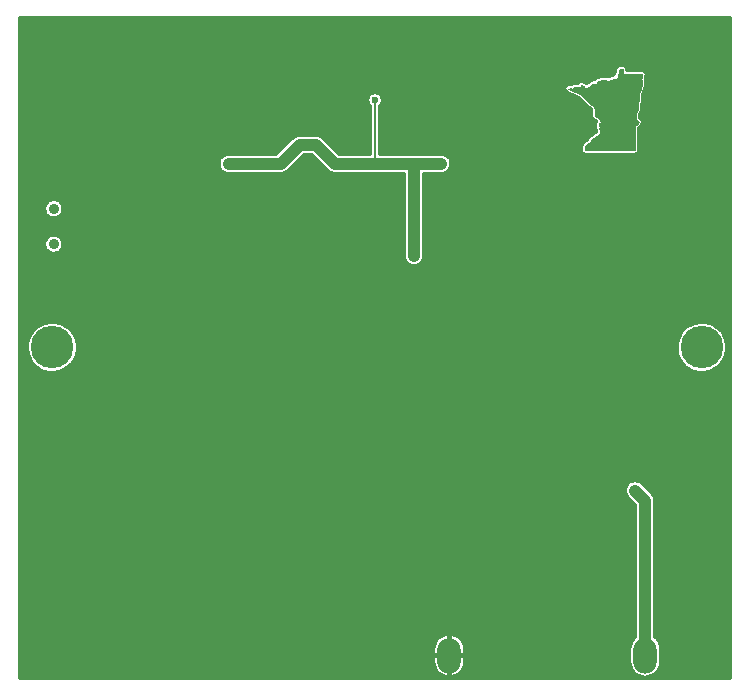
<source format=gbr>
G04 #@! TF.FileFunction,Copper,L2,Bot,Signal*
%FSLAX46Y46*%
G04 Gerber Fmt 4.6, Leading zero omitted, Abs format (unit mm)*
G04 Created by KiCad (PCBNEW 4.0.7-e2-6376~58~ubuntu14.04.1) date Wed May 23 13:57:35 2018*
%MOMM*%
%LPD*%
G01*
G04 APERTURE LIST*
%ADD10C,0.100000*%
%ADD11C,0.010000*%
%ADD12O,2.000000X3.000000*%
%ADD13C,3.600000*%
%ADD14C,0.900000*%
%ADD15C,0.600000*%
%ADD16C,1.000000*%
%ADD17C,0.200000*%
%ADD18C,0.300000*%
G04 APERTURE END LIST*
D10*
D11*
G36*
X195941788Y-40543285D02*
X195930357Y-40548434D01*
X195915430Y-40555905D01*
X195906524Y-40560627D01*
X195870902Y-40579888D01*
X195834210Y-40569093D01*
X195817279Y-40564281D01*
X195803144Y-40560573D01*
X195793980Y-40558528D01*
X195792084Y-40558299D01*
X195786658Y-40560550D01*
X195775796Y-40566692D01*
X195761033Y-40575809D01*
X195743903Y-40586983D01*
X195742484Y-40587933D01*
X195723170Y-40600311D01*
X195706482Y-40609894D01*
X195693894Y-40615887D01*
X195687592Y-40617567D01*
X195680244Y-40618124D01*
X195677422Y-40621194D01*
X195678389Y-40628877D01*
X195680679Y-40637262D01*
X195681543Y-40643797D01*
X195681221Y-40654095D01*
X195679592Y-40669034D01*
X195676540Y-40689490D01*
X195671946Y-40716342D01*
X195665691Y-40750467D01*
X195664673Y-40755892D01*
X195658322Y-40789223D01*
X195653123Y-40815294D01*
X195648796Y-40835187D01*
X195645060Y-40849985D01*
X195641634Y-40860772D01*
X195638237Y-40868630D01*
X195634587Y-40874643D01*
X195633487Y-40876138D01*
X195629709Y-40881947D01*
X195626101Y-40889681D01*
X195622382Y-40900367D01*
X195618268Y-40915033D01*
X195613476Y-40934705D01*
X195607724Y-40960410D01*
X195600730Y-40993175D01*
X195598971Y-41001558D01*
X195588142Y-41055921D01*
X195579949Y-41102980D01*
X195574403Y-41142610D01*
X195571516Y-41174688D01*
X195571301Y-41199087D01*
X195573770Y-41215685D01*
X195577508Y-41223071D01*
X195581253Y-41227827D01*
X195582968Y-41232998D01*
X195582684Y-41240756D01*
X195580435Y-41253272D01*
X195578124Y-41264114D01*
X195571745Y-41286193D01*
X195562432Y-41304180D01*
X195548922Y-41319411D01*
X195529953Y-41333220D01*
X195504261Y-41346943D01*
X195496276Y-41350684D01*
X195479485Y-41358924D01*
X195465772Y-41366667D01*
X195456895Y-41372860D01*
X195454514Y-41375657D01*
X195451365Y-41379203D01*
X195443583Y-41382042D01*
X195429852Y-41384510D01*
X195411152Y-41386709D01*
X195392205Y-41388575D01*
X195379823Y-41389324D01*
X195372151Y-41388739D01*
X195367336Y-41386607D01*
X195363523Y-41382711D01*
X195362189Y-41381026D01*
X195358167Y-41376603D01*
X195353220Y-41373726D01*
X195345575Y-41372062D01*
X195333459Y-41371273D01*
X195315097Y-41371024D01*
X195309272Y-41371007D01*
X195288924Y-41371093D01*
X195274475Y-41371811D01*
X195263362Y-41373698D01*
X195253017Y-41377293D01*
X195240875Y-41383135D01*
X195233704Y-41386869D01*
X195217938Y-41395563D01*
X195207594Y-41402907D01*
X195200393Y-41411070D01*
X195194059Y-41422224D01*
X195191877Y-41426706D01*
X195180463Y-41450587D01*
X195131273Y-41453431D01*
X195111181Y-41454640D01*
X195084974Y-41456287D01*
X195054981Y-41458221D01*
X195023533Y-41460292D01*
X194993184Y-41462334D01*
X194966306Y-41464148D01*
X194942062Y-41465747D01*
X194921808Y-41467048D01*
X194906900Y-41467962D01*
X194898694Y-41468403D01*
X194897766Y-41468430D01*
X194892672Y-41472010D01*
X194885204Y-41481627D01*
X194876591Y-41495656D01*
X194874966Y-41498613D01*
X194858683Y-41528760D01*
X194863158Y-41560647D01*
X194865282Y-41576997D01*
X194865821Y-41587202D01*
X194864512Y-41593476D01*
X194861092Y-41598036D01*
X194858441Y-41600424D01*
X194852271Y-41604520D01*
X194844361Y-41606578D01*
X194832367Y-41606927D01*
X194817500Y-41606145D01*
X194801789Y-41605073D01*
X194780076Y-41603594D01*
X194754808Y-41601875D01*
X194728430Y-41600081D01*
X194718017Y-41599374D01*
X194686525Y-41596881D01*
X194661543Y-41594016D01*
X194641115Y-41590483D01*
X194623286Y-41585988D01*
X194617611Y-41584233D01*
X194601636Y-41578876D01*
X194591264Y-41573924D01*
X194585141Y-41567450D01*
X194581913Y-41557527D01*
X194580227Y-41542227D01*
X194579403Y-41529850D01*
X194578257Y-41519796D01*
X194575030Y-41513803D01*
X194567567Y-41509547D01*
X194557150Y-41505848D01*
X194540266Y-41501482D01*
X194522623Y-41498797D01*
X194516555Y-41498439D01*
X194503736Y-41497414D01*
X194496568Y-41494148D01*
X194492717Y-41488422D01*
X194488426Y-41482927D01*
X194479958Y-41477792D01*
X194465831Y-41472284D01*
X194449928Y-41467255D01*
X194421452Y-41459700D01*
X194399400Y-41456196D01*
X194382766Y-41456729D01*
X194370547Y-41461284D01*
X194364841Y-41466023D01*
X194355206Y-41476279D01*
X194260703Y-41473843D01*
X194166200Y-41471408D01*
X194164825Y-41484955D01*
X194164152Y-41489390D01*
X194162497Y-41493275D01*
X194158914Y-41497170D01*
X194152458Y-41501635D01*
X194142182Y-41507230D01*
X194127142Y-41514513D01*
X194106392Y-41524044D01*
X194078987Y-41536383D01*
X194074551Y-41538373D01*
X193985651Y-41578243D01*
X193948859Y-41578388D01*
X193932099Y-41578795D01*
X193918849Y-41579757D01*
X193911169Y-41581097D01*
X193910113Y-41581708D01*
X193908368Y-41587491D01*
X193906191Y-41598496D01*
X193905197Y-41604667D01*
X193902236Y-41624451D01*
X193922777Y-41627225D01*
X193941802Y-41630178D01*
X193954230Y-41633571D01*
X193961904Y-41638496D01*
X193966667Y-41646047D01*
X193969720Y-41655054D01*
X193972717Y-41667351D01*
X193972464Y-41675274D01*
X193968704Y-41682372D01*
X193967630Y-41683842D01*
X193958958Y-41691685D01*
X193946394Y-41699082D01*
X193942097Y-41700949D01*
X193934300Y-41703714D01*
X193926760Y-41705354D01*
X193917724Y-41705865D01*
X193905438Y-41705245D01*
X193888151Y-41703490D01*
X193865963Y-41700828D01*
X193807851Y-41693661D01*
X193766215Y-41734569D01*
X193781201Y-41789929D01*
X193739991Y-41875789D01*
X193727957Y-41900735D01*
X193717035Y-41923136D01*
X193707788Y-41941855D01*
X193700781Y-41955753D01*
X193696579Y-41963694D01*
X193695721Y-41965058D01*
X193691143Y-41964687D01*
X193680843Y-41961809D01*
X193666906Y-41957187D01*
X193651421Y-41951583D01*
X193636474Y-41945761D01*
X193624153Y-41940482D01*
X193616543Y-41936511D01*
X193615570Y-41935764D01*
X193616812Y-41931874D01*
X193622278Y-41924795D01*
X193622462Y-41924591D01*
X193627881Y-41915360D01*
X193633486Y-41900377D01*
X193638241Y-41882497D01*
X193645346Y-41849912D01*
X193629231Y-41828764D01*
X193618925Y-41816167D01*
X193610365Y-41809607D01*
X193600703Y-41808178D01*
X193587093Y-41810975D01*
X193579915Y-41813071D01*
X193568676Y-41816108D01*
X193560371Y-41816583D01*
X193551745Y-41813991D01*
X193539546Y-41807829D01*
X193536909Y-41806403D01*
X193524948Y-41800576D01*
X193516549Y-41797729D01*
X193513634Y-41798349D01*
X193509524Y-41800744D01*
X193497617Y-41802284D01*
X193478547Y-41802893D01*
X193475906Y-41802900D01*
X193438178Y-41802900D01*
X193435396Y-41819365D01*
X193432882Y-41829791D01*
X193428183Y-41835684D01*
X193418687Y-41839677D01*
X193413857Y-41841082D01*
X193404835Y-41843824D01*
X193399095Y-41847084D01*
X193396165Y-41852508D01*
X193395574Y-41861737D01*
X193396847Y-41876416D01*
X193398889Y-41893157D01*
X193400358Y-41907208D01*
X193399814Y-41915797D01*
X193396470Y-41921839D01*
X193389541Y-41928250D01*
X193389395Y-41928373D01*
X193377178Y-41935941D01*
X193366914Y-41936460D01*
X193359448Y-41935938D01*
X193357089Y-41940987D01*
X193357008Y-41943578D01*
X193356386Y-41948952D01*
X193353165Y-41951654D01*
X193345332Y-41952369D01*
X193332667Y-41951882D01*
X193308317Y-41950580D01*
X193284545Y-41988710D01*
X193263483Y-41986215D01*
X193249770Y-41985266D01*
X193240879Y-41987014D01*
X193233389Y-41992220D01*
X193232420Y-41993115D01*
X193224377Y-41999187D01*
X193216221Y-42000278D01*
X193207255Y-41998322D01*
X193193932Y-41996459D01*
X193180940Y-41997509D01*
X193170482Y-42000867D01*
X193164761Y-42005925D01*
X193164703Y-42010035D01*
X193169219Y-42022704D01*
X193169430Y-42029416D01*
X193165351Y-42031494D01*
X193164958Y-42031500D01*
X193159005Y-42035272D01*
X193155644Y-42043142D01*
X193153138Y-42053784D01*
X193151369Y-42060320D01*
X193152130Y-42067195D01*
X193156062Y-42078075D01*
X193158467Y-42083149D01*
X193163547Y-42093530D01*
X193164736Y-42098035D01*
X193162147Y-42098245D01*
X193159486Y-42097240D01*
X193146714Y-42092539D01*
X193139811Y-42091842D01*
X193137134Y-42095250D01*
X193136867Y-42098635D01*
X193135835Y-42104630D01*
X193131097Y-42105087D01*
X193126008Y-42103362D01*
X193114948Y-42099852D01*
X193109276Y-42100738D01*
X193106814Y-42106620D01*
X193106470Y-42108758D01*
X193104808Y-42114387D01*
X193100408Y-42116990D01*
X193090984Y-42117411D01*
X193083950Y-42117083D01*
X193067483Y-42115836D01*
X193051448Y-42114143D01*
X193046789Y-42113515D01*
X193030794Y-42111148D01*
X193041318Y-42134945D01*
X193046615Y-42148558D01*
X193049657Y-42159679D01*
X193049904Y-42164971D01*
X193046821Y-42174824D01*
X193045871Y-42177844D01*
X193043639Y-42180657D01*
X193038601Y-42180349D01*
X193029237Y-42176501D01*
X193015317Y-42169377D01*
X192991633Y-42158840D01*
X192971397Y-42153961D01*
X192955417Y-42154788D01*
X192944503Y-42161372D01*
X192942134Y-42164850D01*
X192936856Y-42172540D01*
X192932778Y-42175433D01*
X192927327Y-42173645D01*
X192916776Y-42168985D01*
X192904919Y-42163211D01*
X192880250Y-42153619D01*
X192847514Y-42145677D01*
X192834476Y-42143346D01*
X192788202Y-42135702D01*
X192727440Y-42081487D01*
X192704237Y-42060839D01*
X192686248Y-42045089D01*
X192672388Y-42033471D01*
X192661572Y-42025224D01*
X192652718Y-42019585D01*
X192644741Y-42015789D01*
X192636558Y-42013075D01*
X192627083Y-42010678D01*
X192626750Y-42010599D01*
X192608222Y-42003712D01*
X192591025Y-41991378D01*
X192586534Y-41987212D01*
X192573910Y-41976913D01*
X192558104Y-41966712D01*
X192540771Y-41957346D01*
X192523564Y-41949548D01*
X192508139Y-41944056D01*
X192496151Y-41941604D01*
X192489253Y-41942927D01*
X192488638Y-41943697D01*
X192484172Y-41947990D01*
X192476298Y-41947835D01*
X192471165Y-41946527D01*
X192461616Y-41943871D01*
X192456535Y-41942615D01*
X192456387Y-41942600D01*
X192455910Y-41946519D01*
X192455540Y-41957023D01*
X192455329Y-41972230D01*
X192455300Y-41980985D01*
X192455166Y-41999094D01*
X192454547Y-42010223D01*
X192453123Y-42015858D01*
X192450573Y-42017484D01*
X192447534Y-42016906D01*
X192441012Y-42017403D01*
X192434703Y-42024290D01*
X192431659Y-42029530D01*
X192424308Y-42040038D01*
X192417342Y-42042906D01*
X192416142Y-42042689D01*
X192410846Y-42041621D01*
X192409310Y-42043327D01*
X192411499Y-42049551D01*
X192415810Y-42058751D01*
X192420079Y-42068598D01*
X192420054Y-42074378D01*
X192415167Y-42079626D01*
X192412068Y-42082099D01*
X192403468Y-42091635D01*
X192395789Y-42104538D01*
X192394443Y-42107621D01*
X192389466Y-42118347D01*
X192383978Y-42123256D01*
X192374880Y-42124593D01*
X192370945Y-42124633D01*
X192360647Y-42123220D01*
X192344549Y-42119361D01*
X192324761Y-42113626D01*
X192303395Y-42106585D01*
X192300950Y-42105724D01*
X192278536Y-42097951D01*
X192262525Y-42092938D01*
X192251441Y-42090356D01*
X192243804Y-42089878D01*
X192238134Y-42091174D01*
X192237207Y-42091572D01*
X192230239Y-42096053D01*
X192230549Y-42100767D01*
X192231485Y-42102014D01*
X192234411Y-42109628D01*
X192229507Y-42115409D01*
X192217266Y-42119089D01*
X192198180Y-42120400D01*
X192197880Y-42120400D01*
X192181401Y-42119849D01*
X192170640Y-42117752D01*
X192162895Y-42113441D01*
X192160194Y-42111097D01*
X192150291Y-42101794D01*
X192141339Y-42110747D01*
X192134847Y-42116372D01*
X192129041Y-42117290D01*
X192120140Y-42113854D01*
X192118150Y-42112911D01*
X192108203Y-42108806D01*
X192101289Y-42109104D01*
X192092976Y-42114216D01*
X192091395Y-42115378D01*
X192082639Y-42121436D01*
X192075742Y-42123893D01*
X192067792Y-42122808D01*
X192055877Y-42118240D01*
X192051094Y-42116199D01*
X192038815Y-42111376D01*
X192030713Y-42110067D01*
X192023361Y-42112067D01*
X192018852Y-42114265D01*
X192013053Y-42116820D01*
X192006749Y-42118111D01*
X191998280Y-42118042D01*
X191985985Y-42116516D01*
X191968203Y-42113435D01*
X191951904Y-42110360D01*
X191897524Y-42099956D01*
X191844841Y-42116589D01*
X191823199Y-42123527D01*
X191808120Y-42128829D01*
X191798068Y-42133315D01*
X191791503Y-42137805D01*
X191786887Y-42143120D01*
X191782946Y-42149612D01*
X191775729Y-42168690D01*
X191773734Y-42184507D01*
X191773132Y-42195925D01*
X191770038Y-42203260D01*
X191762517Y-42209629D01*
X191755359Y-42214110D01*
X191742166Y-42220918D01*
X191733319Y-42222390D01*
X191729865Y-42221225D01*
X191724355Y-42220041D01*
X191719856Y-42224854D01*
X191716921Y-42231096D01*
X191707620Y-42244010D01*
X191696910Y-42249727D01*
X191690313Y-42251507D01*
X191683887Y-42251610D01*
X191675938Y-42249496D01*
X191664772Y-42244628D01*
X191648694Y-42236466D01*
X191638793Y-42231251D01*
X191594861Y-42207999D01*
X191539306Y-42221012D01*
X191483750Y-42234024D01*
X191472208Y-42223082D01*
X191460666Y-42212139D01*
X191451441Y-42223866D01*
X191446858Y-42229249D01*
X191442185Y-42232487D01*
X191435784Y-42233600D01*
X191426019Y-42232608D01*
X191411252Y-42229532D01*
X191390747Y-42224611D01*
X191377045Y-42221344D01*
X191370448Y-42220235D01*
X191369838Y-42221424D01*
X191374098Y-42225050D01*
X191375931Y-42226459D01*
X191385249Y-42231819D01*
X191399590Y-42238100D01*
X191416723Y-42244551D01*
X191434420Y-42250418D01*
X191450451Y-42254950D01*
X191462586Y-42257395D01*
X191467714Y-42257426D01*
X191477128Y-42258179D01*
X191482719Y-42260955D01*
X191487583Y-42266711D01*
X191487507Y-42275127D01*
X191486337Y-42279696D01*
X191484293Y-42288581D01*
X191485901Y-42291506D01*
X191490609Y-42290827D01*
X191498464Y-42287339D01*
X191501000Y-42284989D01*
X191506676Y-42281869D01*
X191511517Y-42281266D01*
X191517243Y-42283062D01*
X191519511Y-42289904D01*
X191519734Y-42295827D01*
X191520169Y-42302235D01*
X191522243Y-42307784D01*
X191527111Y-42313665D01*
X191535929Y-42321071D01*
X191549851Y-42331194D01*
X191562659Y-42340124D01*
X191585496Y-42355267D01*
X191605347Y-42366556D01*
X191625610Y-42375702D01*
X191649682Y-42384415D01*
X191652618Y-42385390D01*
X191680954Y-42395173D01*
X191701587Y-42403318D01*
X191715064Y-42410084D01*
X191721934Y-42415730D01*
X191723112Y-42418704D01*
X191727126Y-42423350D01*
X191738203Y-42430068D01*
X191755317Y-42438425D01*
X191777445Y-42447986D01*
X191803561Y-42458318D01*
X191832641Y-42468989D01*
X191863659Y-42479563D01*
X191877453Y-42484009D01*
X191903203Y-42492344D01*
X191934923Y-42502903D01*
X191970628Y-42515010D01*
X192008335Y-42527985D01*
X192046059Y-42541152D01*
X192081816Y-42553832D01*
X192081960Y-42553884D01*
X192118257Y-42566954D01*
X192147832Y-42577836D01*
X192171977Y-42587087D01*
X192191979Y-42595264D01*
X192209127Y-42602925D01*
X192224710Y-42610626D01*
X192240017Y-42618926D01*
X192256337Y-42628380D01*
X192261875Y-42631676D01*
X192284746Y-42645227D01*
X192308334Y-42659000D01*
X192330188Y-42671576D01*
X192347856Y-42681536D01*
X192351292Y-42683429D01*
X192367366Y-42693166D01*
X192387485Y-42706748D01*
X192409271Y-42722500D01*
X192430347Y-42738747D01*
X192433842Y-42741563D01*
X192456634Y-42760028D01*
X192482855Y-42781210D01*
X192509319Y-42802541D01*
X192532843Y-42821450D01*
X192533617Y-42822072D01*
X192568182Y-42850137D01*
X192596648Y-42874047D01*
X192619825Y-42894543D01*
X192638520Y-42912366D01*
X192653544Y-42928256D01*
X192665705Y-42942954D01*
X192665922Y-42943236D01*
X192675554Y-42955298D01*
X192689407Y-42971928D01*
X192706027Y-42991414D01*
X192723956Y-43012041D01*
X192735626Y-43025254D01*
X192751772Y-43043724D01*
X192765740Y-43060309D01*
X192776616Y-43073876D01*
X192783488Y-43083290D01*
X192785500Y-43087203D01*
X192788453Y-43093075D01*
X192796072Y-43102060D01*
X192803492Y-43109258D01*
X192814148Y-43119593D01*
X192828035Y-43134103D01*
X192842957Y-43150462D01*
X192851117Y-43159759D01*
X192867724Y-43178281D01*
X192886640Y-43198285D01*
X192904667Y-43216423D01*
X192910893Y-43222385D01*
X192925279Y-43236429D01*
X192938353Y-43250137D01*
X192948088Y-43261345D01*
X192950894Y-43265077D01*
X192961306Y-43276321D01*
X192974718Y-43286106D01*
X192977902Y-43287805D01*
X192991462Y-43295628D01*
X193006558Y-43306090D01*
X193013443Y-43311522D01*
X193024894Y-43320037D01*
X193034835Y-43325621D01*
X193039362Y-43326900D01*
X193046172Y-43330004D01*
X193056270Y-43338160D01*
X193067883Y-43349631D01*
X193079235Y-43362684D01*
X193087576Y-43374061D01*
X193094895Y-43382573D01*
X193106127Y-43392915D01*
X193113528Y-43398824D01*
X193123995Y-43407407D01*
X193130939Y-43414519D01*
X193132642Y-43417645D01*
X193136014Y-43422082D01*
X193146086Y-43431582D01*
X193162808Y-43446102D01*
X193186126Y-43465597D01*
X193215989Y-43490026D01*
X193252344Y-43519344D01*
X193295139Y-43553507D01*
X193314667Y-43569010D01*
X193355761Y-43601901D01*
X193390567Y-43630516D01*
X193419711Y-43655465D01*
X193443819Y-43677360D01*
X193463516Y-43696813D01*
X193479427Y-43714435D01*
X193492178Y-43730838D01*
X193502395Y-43746633D01*
X193509106Y-43759127D01*
X193515282Y-43767930D01*
X193524163Y-43771159D01*
X193529695Y-43771400D01*
X193539383Y-43771957D01*
X193542812Y-43775275D01*
X193542184Y-43783823D01*
X193541967Y-43785158D01*
X193542602Y-43797433D01*
X193546994Y-43812204D01*
X193553874Y-43826819D01*
X193561974Y-43838627D01*
X193570024Y-43844974D01*
X193570687Y-43845183D01*
X193579409Y-43846424D01*
X193593241Y-43847282D01*
X193605709Y-43847542D01*
X193632167Y-43847600D01*
X193632167Y-44520174D01*
X193650824Y-44533572D01*
X193663531Y-44544311D01*
X193670863Y-44555534D01*
X193674212Y-44565758D01*
X193679001Y-44579677D01*
X193685700Y-44586342D01*
X193696366Y-44586963D01*
X193706402Y-44584698D01*
X193717383Y-44582527D01*
X193725731Y-44584210D01*
X193735683Y-44590687D01*
X193736629Y-44591406D01*
X193747845Y-44602133D01*
X193758733Y-44615894D01*
X193761938Y-44620918D01*
X193772756Y-44639378D01*
X193799463Y-44636642D01*
X193826170Y-44633905D01*
X193834894Y-44651005D01*
X193840741Y-44660825D01*
X193847689Y-44667370D01*
X193858344Y-44672530D01*
X193870184Y-44676578D01*
X193885927Y-44681430D01*
X193900004Y-44685480D01*
X193908025Y-44687531D01*
X193917266Y-44691770D01*
X193929207Y-44700082D01*
X193937658Y-44707356D01*
X193950419Y-44719017D01*
X193963116Y-44729999D01*
X193969336Y-44735051D01*
X193981544Y-44749354D01*
X193985526Y-44761108D01*
X193991314Y-44776109D01*
X194002064Y-44790934D01*
X194002866Y-44791777D01*
X194011466Y-44801394D01*
X194014947Y-44808533D01*
X194014444Y-44816422D01*
X194013202Y-44821146D01*
X194011390Y-44830331D01*
X194012579Y-44838599D01*
X194017538Y-44848969D01*
X194022352Y-44856985D01*
X194035629Y-44878051D01*
X194046004Y-44893351D01*
X194054795Y-44904461D01*
X194063319Y-44912954D01*
X194072896Y-44920406D01*
X194078871Y-44924485D01*
X194092425Y-44934402D01*
X194100074Y-44942820D01*
X194103599Y-44951798D01*
X194103905Y-44953462D01*
X194105899Y-44965477D01*
X194108608Y-44981539D01*
X194110465Y-44992436D01*
X194112658Y-45010113D01*
X194114120Y-45031357D01*
X194114523Y-45049586D01*
X194112811Y-45074351D01*
X194107604Y-45092316D01*
X194098145Y-45104691D01*
X194083675Y-45112687D01*
X194073142Y-45115694D01*
X194052921Y-45118467D01*
X194035555Y-45116457D01*
X194034622Y-45116214D01*
X194024090Y-45114221D01*
X194015745Y-45115372D01*
X194008375Y-45120726D01*
X194000767Y-45131346D01*
X193991708Y-45148292D01*
X193987050Y-45157817D01*
X193977402Y-45176141D01*
X193966602Y-45194080D01*
X193956688Y-45208294D01*
X193954901Y-45210503D01*
X193940402Y-45228008D01*
X193930587Y-45240865D01*
X193924552Y-45250782D01*
X193921388Y-45259469D01*
X193920189Y-45268635D01*
X193920034Y-45276230D01*
X193920514Y-45287882D01*
X193922597Y-45297683D01*
X193927245Y-45307582D01*
X193935421Y-45319527D01*
X193948087Y-45335467D01*
X193951108Y-45339142D01*
X193963286Y-45356597D01*
X193969909Y-45373738D01*
X193971387Y-45381178D01*
X193975135Y-45396457D01*
X193982091Y-45408972D01*
X193992414Y-45420705D01*
X194010031Y-45438655D01*
X194007882Y-45476036D01*
X194007398Y-45495969D01*
X194008039Y-45515413D01*
X194009662Y-45530833D01*
X194010195Y-45533605D01*
X194012488Y-45547882D01*
X194011379Y-45558788D01*
X194007093Y-45569589D01*
X194002364Y-45583051D01*
X193998583Y-45600124D01*
X193997267Y-45610014D01*
X193996257Y-45624043D01*
X193997194Y-45632723D01*
X194001140Y-45639122D01*
X194009160Y-45646310D01*
X194010121Y-45647103D01*
X194025198Y-45661915D01*
X194035919Y-45677284D01*
X194041208Y-45691387D01*
X194041111Y-45699488D01*
X194036673Y-45709517D01*
X194029144Y-45720774D01*
X194027985Y-45722193D01*
X194019430Y-45737211D01*
X194017401Y-45752074D01*
X194016653Y-45765569D01*
X194014711Y-45783163D01*
X194012479Y-45798075D01*
X194010001Y-45816636D01*
X194010054Y-45832322D01*
X194012774Y-45849829D01*
X194014181Y-45856362D01*
X194018800Y-45889832D01*
X194018783Y-45924050D01*
X194018132Y-45945238D01*
X194019126Y-45962080D01*
X194022250Y-45978616D01*
X194027665Y-45997821D01*
X194032721Y-46016171D01*
X194036532Y-46033439D01*
X194038454Y-46046598D01*
X194038567Y-46049224D01*
X194038290Y-46055287D01*
X194036808Y-46060582D01*
X194033144Y-46066118D01*
X194026321Y-46072906D01*
X194015362Y-46081954D01*
X193999290Y-46094272D01*
X193983523Y-46106091D01*
X193955649Y-46127550D01*
X193934260Y-46145580D01*
X193918532Y-46161035D01*
X193907646Y-46174768D01*
X193900781Y-46187631D01*
X193898482Y-46194422D01*
X193894805Y-46203885D01*
X193888697Y-46208782D01*
X193877154Y-46211513D01*
X193877050Y-46211529D01*
X193860984Y-46216882D01*
X193843982Y-46228494D01*
X193839178Y-46232659D01*
X193828353Y-46241813D01*
X193818689Y-46247919D01*
X193807461Y-46252159D01*
X193791944Y-46255713D01*
X193781568Y-46257631D01*
X193759952Y-46261189D01*
X193737011Y-46264498D01*
X193717216Y-46266917D01*
X193714717Y-46267172D01*
X193690679Y-46270361D01*
X193673856Y-46274818D01*
X193663022Y-46281119D01*
X193656953Y-46289840D01*
X193655356Y-46295132D01*
X193649181Y-46314481D01*
X193638560Y-46333944D01*
X193622523Y-46355027D01*
X193603606Y-46375661D01*
X193588406Y-46390853D01*
X193577054Y-46400838D01*
X193567871Y-46406823D01*
X193559176Y-46410014D01*
X193554464Y-46410942D01*
X193541119Y-46414215D01*
X193521990Y-46420434D01*
X193498914Y-46428857D01*
X193473728Y-46438742D01*
X193448269Y-46449348D01*
X193424374Y-46459933D01*
X193403881Y-46469756D01*
X193389544Y-46477521D01*
X193373600Y-46487709D01*
X193362871Y-46496811D01*
X193354890Y-46507302D01*
X193348794Y-46518421D01*
X193341745Y-46533842D01*
X193336069Y-46548738D01*
X193333703Y-46556933D01*
X193328630Y-46570241D01*
X193320417Y-46583250D01*
X193319251Y-46584641D01*
X193310557Y-46598765D01*
X193303083Y-46620144D01*
X193300066Y-46632189D01*
X193296330Y-46647833D01*
X193292686Y-46659134D01*
X193287768Y-46668323D01*
X193280204Y-46677634D01*
X193268628Y-46689300D01*
X193259966Y-46697614D01*
X193243242Y-46713159D01*
X193221467Y-46732733D01*
X193196155Y-46755018D01*
X193168822Y-46778697D01*
X193140981Y-46802453D01*
X193114149Y-46824969D01*
X193101651Y-46835295D01*
X193075891Y-46852315D01*
X193042738Y-46867037D01*
X193001795Y-46879633D01*
X192995050Y-46881327D01*
X192972556Y-46887187D01*
X192956348Y-46892736D01*
X192944396Y-46899244D01*
X192934667Y-46907980D01*
X192925131Y-46920214D01*
X192919432Y-46928592D01*
X192909793Y-46942502D01*
X192896429Y-46960984D01*
X192880865Y-46981966D01*
X192864627Y-47003379D01*
X192858709Y-47011053D01*
X192839832Y-47036088D01*
X192825544Y-47056818D01*
X192814663Y-47075135D01*
X192806012Y-47092931D01*
X192802664Y-47100942D01*
X192788077Y-47137348D01*
X192793318Y-47178399D01*
X192795638Y-47199582D01*
X192797929Y-47225694D01*
X192799906Y-47253199D01*
X192801139Y-47275309D01*
X192803719Y-47331169D01*
X192789860Y-47346953D01*
X192782631Y-47355667D01*
X192778671Y-47362969D01*
X192777242Y-47371729D01*
X192777606Y-47384816D01*
X192778133Y-47392525D01*
X192778193Y-47419616D01*
X192774370Y-47439016D01*
X192771257Y-47449908D01*
X192770539Y-47457117D01*
X192770964Y-47458208D01*
X192775417Y-47458462D01*
X192788096Y-47458704D01*
X192808762Y-47458936D01*
X192837174Y-47459155D01*
X192873093Y-47459363D01*
X192916277Y-47459559D01*
X192966487Y-47459743D01*
X193023482Y-47459915D01*
X193087023Y-47460074D01*
X193156870Y-47460221D01*
X193232781Y-47460356D01*
X193314518Y-47460478D01*
X193401839Y-47460587D01*
X193494506Y-47460683D01*
X193592277Y-47460766D01*
X193694912Y-47460836D01*
X193802172Y-47460893D01*
X193913816Y-47460936D01*
X194029604Y-47460965D01*
X194149296Y-47460981D01*
X194272651Y-47460983D01*
X194399430Y-47460971D01*
X194529393Y-47460944D01*
X194662299Y-47460904D01*
X194797908Y-47460849D01*
X194935980Y-47460780D01*
X195076275Y-47460696D01*
X195218553Y-47460597D01*
X195362573Y-47460483D01*
X195508096Y-47460354D01*
X195654881Y-47460210D01*
X195802688Y-47460051D01*
X195907609Y-47459929D01*
X197004068Y-47458617D01*
X197004043Y-46437333D01*
X197004017Y-45416050D01*
X197022489Y-45381753D01*
X197040961Y-45347457D01*
X197085989Y-45323837D01*
X197108880Y-45312337D01*
X197126922Y-45304628D01*
X197142360Y-45299881D01*
X197157441Y-45297267D01*
X197158221Y-45297178D01*
X197171772Y-45295173D01*
X197182489Y-45291828D01*
X197191428Y-45286008D01*
X197199642Y-45276580D01*
X197208187Y-45262409D01*
X197218117Y-45242361D01*
X197226816Y-45223433D01*
X197248335Y-45181402D01*
X197272013Y-45145087D01*
X197275798Y-45140107D01*
X197297017Y-45109563D01*
X197310752Y-45081969D01*
X197317223Y-45056769D01*
X197317143Y-45036543D01*
X197314492Y-45016869D01*
X197251779Y-44973743D01*
X197230731Y-44959044D01*
X197211461Y-44945169D01*
X197195345Y-44933140D01*
X197183757Y-44923979D01*
X197178605Y-44919333D01*
X197167686Y-44906228D01*
X197154900Y-44888846D01*
X197141457Y-44869077D01*
X197128565Y-44848809D01*
X197117435Y-44829933D01*
X197109275Y-44814336D01*
X197105661Y-44805366D01*
X197102230Y-44789680D01*
X197099158Y-44768595D01*
X197096607Y-44744371D01*
X197094744Y-44719269D01*
X197093733Y-44695547D01*
X197093738Y-44675465D01*
X197094925Y-44661283D01*
X197095090Y-44660400D01*
X197098489Y-44631449D01*
X197098520Y-44597920D01*
X197095295Y-44562954D01*
X197090637Y-44536897D01*
X197082006Y-44498150D01*
X197091299Y-44453333D01*
X197095667Y-44434475D01*
X197100213Y-44418514D01*
X197104326Y-44407417D01*
X197106795Y-44403440D01*
X197110358Y-44398088D01*
X197111284Y-44388697D01*
X197110105Y-44375224D01*
X197109300Y-44355038D01*
X197111481Y-44336434D01*
X197112044Y-44334148D01*
X197114123Y-44322370D01*
X197115903Y-44304811D01*
X197117155Y-44284156D01*
X197117595Y-44269231D01*
X197118317Y-44222250D01*
X197137562Y-44209550D01*
X197151828Y-44197977D01*
X197162012Y-44183635D01*
X197166818Y-44173566D01*
X197175001Y-44157612D01*
X197184942Y-44142363D01*
X197190552Y-44135466D01*
X197201448Y-44119971D01*
X197208472Y-44100141D01*
X197209572Y-44095250D01*
X197213818Y-44078975D01*
X197219125Y-44064036D01*
X197222685Y-44056650D01*
X197228585Y-44040413D01*
X197230500Y-44021447D01*
X197231308Y-44007139D01*
X197233365Y-43995362D01*
X197234802Y-43991406D01*
X197237558Y-43983519D01*
X197240954Y-43969931D01*
X197244337Y-43953307D01*
X197244948Y-43949892D01*
X197249352Y-43929251D01*
X197254884Y-43910007D01*
X197260909Y-43893828D01*
X197266794Y-43882381D01*
X197271902Y-43877335D01*
X197272594Y-43877233D01*
X197274684Y-43873451D01*
X197275547Y-43863691D01*
X197275297Y-43850338D01*
X197274050Y-43835774D01*
X197271922Y-43822382D01*
X197269519Y-43813733D01*
X197267393Y-43802157D01*
X197266870Y-43783761D01*
X197267874Y-43760021D01*
X197270329Y-43732417D01*
X197274161Y-43702427D01*
X197275747Y-43692051D01*
X197278771Y-43672495D01*
X197280354Y-43659475D01*
X197280462Y-43651177D01*
X197279064Y-43645790D01*
X197276127Y-43641501D01*
X197274826Y-43640029D01*
X197270468Y-43632700D01*
X197267284Y-43620841D01*
X197264911Y-43602846D01*
X197264015Y-43592378D01*
X197262156Y-43573101D01*
X197259766Y-43555318D01*
X197257262Y-43541956D01*
X197256372Y-43538664D01*
X197253507Y-43523194D01*
X197257036Y-43511522D01*
X197267802Y-43501046D01*
X197268851Y-43500288D01*
X197277212Y-43492099D01*
X197281236Y-43483764D01*
X197281300Y-43482849D01*
X197284878Y-43474723D01*
X197289468Y-43472138D01*
X197293501Y-43470089D01*
X197296110Y-43465357D01*
X197297720Y-43456225D01*
X197298756Y-43440981D01*
X197299083Y-43433376D01*
X197299535Y-43416357D01*
X197299493Y-43402541D01*
X197298980Y-43394137D01*
X197298668Y-43392823D01*
X197298015Y-43387243D01*
X197297650Y-43375053D01*
X197297600Y-43358106D01*
X197297853Y-43340144D01*
X197298667Y-43316697D01*
X197300127Y-43299732D01*
X197302520Y-43287268D01*
X197306132Y-43277328D01*
X197307325Y-43274875D01*
X197312314Y-43264204D01*
X197313304Y-43257811D01*
X197310498Y-43252623D01*
X197308928Y-43250822D01*
X197302130Y-43237751D01*
X197299656Y-43220381D01*
X197301337Y-43201591D01*
X197307007Y-43184257D01*
X197313372Y-43174403D01*
X197316587Y-43165859D01*
X197315069Y-43161703D01*
X197313273Y-43154069D01*
X197313051Y-43141597D01*
X197313667Y-43133924D01*
X197314200Y-43116236D01*
X197312600Y-43097005D01*
X197311403Y-43090178D01*
X197309261Y-43076796D01*
X197308924Y-43066522D01*
X197309739Y-43063021D01*
X197311947Y-43054572D01*
X197311783Y-43051637D01*
X197312538Y-43044401D01*
X197315568Y-43032144D01*
X197319316Y-43020230D01*
X197323883Y-43006039D01*
X197325525Y-42997084D01*
X197324411Y-42990723D01*
X197321535Y-42985550D01*
X197315684Y-42970987D01*
X197315586Y-42956082D01*
X197320972Y-42943650D01*
X197325968Y-42939018D01*
X197333090Y-42932658D01*
X197332466Y-42927643D01*
X197332318Y-42927491D01*
X197330321Y-42921477D01*
X197328787Y-42909215D01*
X197327953Y-42892919D01*
X197327867Y-42885508D01*
X197327363Y-42867531D01*
X197326019Y-42852022D01*
X197324087Y-42841510D01*
X197323271Y-42839389D01*
X197321147Y-42831713D01*
X197324986Y-42824236D01*
X197327504Y-42821403D01*
X197334776Y-42810424D01*
X197335723Y-42800797D01*
X197331514Y-42795254D01*
X197328755Y-42789221D01*
X197327719Y-42777167D01*
X197328189Y-42761313D01*
X197329951Y-42743878D01*
X197332786Y-42727084D01*
X197336480Y-42713151D01*
X197340308Y-42704964D01*
X197345379Y-42694825D01*
X197350679Y-42679417D01*
X197355163Y-42661841D01*
X197355647Y-42659477D01*
X197360216Y-42639626D01*
X197365883Y-42619385D01*
X197371430Y-42603110D01*
X197371474Y-42603000D01*
X197376733Y-42586795D01*
X197380150Y-42570620D01*
X197380863Y-42562649D01*
X197385094Y-42542094D01*
X197393598Y-42525235D01*
X197402531Y-42510585D01*
X197411132Y-42496153D01*
X197414651Y-42490100D01*
X197422039Y-42479430D01*
X197429512Y-42471897D01*
X197430835Y-42471039D01*
X197436052Y-42467003D01*
X197434357Y-42462253D01*
X197432143Y-42459685D01*
X197428630Y-42454576D01*
X197428023Y-42448362D01*
X197430354Y-42438276D01*
X197432446Y-42431493D01*
X197438816Y-42416250D01*
X197447114Y-42402246D01*
X197450741Y-42397683D01*
X197458203Y-42387288D01*
X197462705Y-42374448D01*
X197465160Y-42358484D01*
X197467825Y-42340163D01*
X197471613Y-42321639D01*
X197474211Y-42311917D01*
X197477790Y-42298815D01*
X197482200Y-42280432D01*
X197486729Y-42259811D01*
X197488833Y-42249516D01*
X197495051Y-42219911D01*
X197500896Y-42196632D01*
X197507094Y-42177609D01*
X197514371Y-42160771D01*
X197523450Y-42144051D01*
X197528968Y-42134968D01*
X197539067Y-42117772D01*
X197544944Y-42104699D01*
X197547572Y-42093190D01*
X197548000Y-42084899D01*
X197548851Y-42073372D01*
X197551007Y-42066358D01*
X197552383Y-42065367D01*
X197554594Y-42062759D01*
X197552368Y-42057150D01*
X197550494Y-42049790D01*
X197555418Y-42043751D01*
X197556784Y-42042761D01*
X197560501Y-42039679D01*
X197562862Y-42035599D01*
X197564033Y-42028923D01*
X197564178Y-42018055D01*
X197563463Y-42001394D01*
X197562598Y-41986419D01*
X197560675Y-41962585D01*
X197558101Y-41942775D01*
X197555130Y-41928727D01*
X197553400Y-41924046D01*
X197549723Y-41914593D01*
X197551163Y-41909531D01*
X197552234Y-41908733D01*
X197554684Y-41904369D01*
X197552171Y-41895974D01*
X197550225Y-41892009D01*
X197545713Y-41880005D01*
X197546555Y-41869056D01*
X197547659Y-41865561D01*
X197550086Y-41855493D01*
X197549766Y-41848906D01*
X197549702Y-41848795D01*
X197549780Y-41842463D01*
X197551346Y-41839756D01*
X197554725Y-41833037D01*
X197559095Y-41821168D01*
X197562086Y-41811550D01*
X197565731Y-41796530D01*
X197566042Y-41787273D01*
X197563978Y-41782698D01*
X197561700Y-41776272D01*
X197565038Y-41767138D01*
X197566257Y-41765003D01*
X197570653Y-41756301D01*
X197570243Y-41751182D01*
X197567006Y-41747829D01*
X197561932Y-41739613D01*
X197560700Y-41732781D01*
X197558865Y-41723887D01*
X197555988Y-41720054D01*
X197553092Y-41713928D01*
X197552508Y-41702573D01*
X197553900Y-41688801D01*
X197556931Y-41675424D01*
X197561267Y-41665255D01*
X197562774Y-41663248D01*
X197567589Y-41656231D01*
X197568134Y-41648345D01*
X197565815Y-41638841D01*
X197560757Y-41620608D01*
X197558517Y-41608813D01*
X197558992Y-41601950D01*
X197562079Y-41598509D01*
X197563030Y-41598087D01*
X197567248Y-41594336D01*
X197565116Y-41587341D01*
X197560965Y-41573164D01*
X197565000Y-41560444D01*
X197569110Y-41555310D01*
X197573388Y-41550347D01*
X197575294Y-41545554D01*
X197574837Y-41538620D01*
X197572025Y-41527232D01*
X197569248Y-41517433D01*
X197563254Y-41500108D01*
X197556809Y-41487509D01*
X197552372Y-41482480D01*
X197545709Y-41475559D01*
X197543767Y-41470343D01*
X197540524Y-41464881D01*
X197537905Y-41464233D01*
X197533606Y-41460309D01*
X197530272Y-41448356D01*
X197529010Y-41439891D01*
X197526710Y-41425283D01*
X197523995Y-41413419D01*
X197522230Y-41408528D01*
X197521651Y-41402456D01*
X197525605Y-41393225D01*
X197534713Y-41379472D01*
X197536677Y-41376778D01*
X197555263Y-41346008D01*
X197566850Y-41312949D01*
X197571507Y-41285143D01*
X197573547Y-41270656D01*
X197576512Y-41262349D01*
X197581404Y-41257935D01*
X197583906Y-41256829D01*
X197594599Y-41250578D01*
X197596950Y-41243068D01*
X197592865Y-41236091D01*
X197588295Y-41226660D01*
X197586325Y-41213645D01*
X197587032Y-41200590D01*
X197590492Y-41191036D01*
X197591865Y-41189553D01*
X197595662Y-41182799D01*
X197598951Y-41170884D01*
X197600195Y-41163099D01*
X197603197Y-41148170D01*
X197607865Y-41135133D01*
X197610306Y-41130826D01*
X197623530Y-41110302D01*
X197631572Y-41091933D01*
X197635569Y-41072243D01*
X197636651Y-41050425D01*
X197636900Y-41015500D01*
X195948076Y-41015500D01*
X195950743Y-40778433D01*
X195951299Y-40726441D01*
X195951699Y-40682322D01*
X195951934Y-40645482D01*
X195951999Y-40615329D01*
X195951885Y-40591269D01*
X195951585Y-40572710D01*
X195951091Y-40559059D01*
X195950397Y-40549722D01*
X195949495Y-40544108D01*
X195948376Y-40541622D01*
X195947779Y-40541367D01*
X195941788Y-40543285D01*
X195941788Y-40543285D01*
G37*
X195941788Y-40543285D02*
X195930357Y-40548434D01*
X195915430Y-40555905D01*
X195906524Y-40560627D01*
X195870902Y-40579888D01*
X195834210Y-40569093D01*
X195817279Y-40564281D01*
X195803144Y-40560573D01*
X195793980Y-40558528D01*
X195792084Y-40558299D01*
X195786658Y-40560550D01*
X195775796Y-40566692D01*
X195761033Y-40575809D01*
X195743903Y-40586983D01*
X195742484Y-40587933D01*
X195723170Y-40600311D01*
X195706482Y-40609894D01*
X195693894Y-40615887D01*
X195687592Y-40617567D01*
X195680244Y-40618124D01*
X195677422Y-40621194D01*
X195678389Y-40628877D01*
X195680679Y-40637262D01*
X195681543Y-40643797D01*
X195681221Y-40654095D01*
X195679592Y-40669034D01*
X195676540Y-40689490D01*
X195671946Y-40716342D01*
X195665691Y-40750467D01*
X195664673Y-40755892D01*
X195658322Y-40789223D01*
X195653123Y-40815294D01*
X195648796Y-40835187D01*
X195645060Y-40849985D01*
X195641634Y-40860772D01*
X195638237Y-40868630D01*
X195634587Y-40874643D01*
X195633487Y-40876138D01*
X195629709Y-40881947D01*
X195626101Y-40889681D01*
X195622382Y-40900367D01*
X195618268Y-40915033D01*
X195613476Y-40934705D01*
X195607724Y-40960410D01*
X195600730Y-40993175D01*
X195598971Y-41001558D01*
X195588142Y-41055921D01*
X195579949Y-41102980D01*
X195574403Y-41142610D01*
X195571516Y-41174688D01*
X195571301Y-41199087D01*
X195573770Y-41215685D01*
X195577508Y-41223071D01*
X195581253Y-41227827D01*
X195582968Y-41232998D01*
X195582684Y-41240756D01*
X195580435Y-41253272D01*
X195578124Y-41264114D01*
X195571745Y-41286193D01*
X195562432Y-41304180D01*
X195548922Y-41319411D01*
X195529953Y-41333220D01*
X195504261Y-41346943D01*
X195496276Y-41350684D01*
X195479485Y-41358924D01*
X195465772Y-41366667D01*
X195456895Y-41372860D01*
X195454514Y-41375657D01*
X195451365Y-41379203D01*
X195443583Y-41382042D01*
X195429852Y-41384510D01*
X195411152Y-41386709D01*
X195392205Y-41388575D01*
X195379823Y-41389324D01*
X195372151Y-41388739D01*
X195367336Y-41386607D01*
X195363523Y-41382711D01*
X195362189Y-41381026D01*
X195358167Y-41376603D01*
X195353220Y-41373726D01*
X195345575Y-41372062D01*
X195333459Y-41371273D01*
X195315097Y-41371024D01*
X195309272Y-41371007D01*
X195288924Y-41371093D01*
X195274475Y-41371811D01*
X195263362Y-41373698D01*
X195253017Y-41377293D01*
X195240875Y-41383135D01*
X195233704Y-41386869D01*
X195217938Y-41395563D01*
X195207594Y-41402907D01*
X195200393Y-41411070D01*
X195194059Y-41422224D01*
X195191877Y-41426706D01*
X195180463Y-41450587D01*
X195131273Y-41453431D01*
X195111181Y-41454640D01*
X195084974Y-41456287D01*
X195054981Y-41458221D01*
X195023533Y-41460292D01*
X194993184Y-41462334D01*
X194966306Y-41464148D01*
X194942062Y-41465747D01*
X194921808Y-41467048D01*
X194906900Y-41467962D01*
X194898694Y-41468403D01*
X194897766Y-41468430D01*
X194892672Y-41472010D01*
X194885204Y-41481627D01*
X194876591Y-41495656D01*
X194874966Y-41498613D01*
X194858683Y-41528760D01*
X194863158Y-41560647D01*
X194865282Y-41576997D01*
X194865821Y-41587202D01*
X194864512Y-41593476D01*
X194861092Y-41598036D01*
X194858441Y-41600424D01*
X194852271Y-41604520D01*
X194844361Y-41606578D01*
X194832367Y-41606927D01*
X194817500Y-41606145D01*
X194801789Y-41605073D01*
X194780076Y-41603594D01*
X194754808Y-41601875D01*
X194728430Y-41600081D01*
X194718017Y-41599374D01*
X194686525Y-41596881D01*
X194661543Y-41594016D01*
X194641115Y-41590483D01*
X194623286Y-41585988D01*
X194617611Y-41584233D01*
X194601636Y-41578876D01*
X194591264Y-41573924D01*
X194585141Y-41567450D01*
X194581913Y-41557527D01*
X194580227Y-41542227D01*
X194579403Y-41529850D01*
X194578257Y-41519796D01*
X194575030Y-41513803D01*
X194567567Y-41509547D01*
X194557150Y-41505848D01*
X194540266Y-41501482D01*
X194522623Y-41498797D01*
X194516555Y-41498439D01*
X194503736Y-41497414D01*
X194496568Y-41494148D01*
X194492717Y-41488422D01*
X194488426Y-41482927D01*
X194479958Y-41477792D01*
X194465831Y-41472284D01*
X194449928Y-41467255D01*
X194421452Y-41459700D01*
X194399400Y-41456196D01*
X194382766Y-41456729D01*
X194370547Y-41461284D01*
X194364841Y-41466023D01*
X194355206Y-41476279D01*
X194260703Y-41473843D01*
X194166200Y-41471408D01*
X194164825Y-41484955D01*
X194164152Y-41489390D01*
X194162497Y-41493275D01*
X194158914Y-41497170D01*
X194152458Y-41501635D01*
X194142182Y-41507230D01*
X194127142Y-41514513D01*
X194106392Y-41524044D01*
X194078987Y-41536383D01*
X194074551Y-41538373D01*
X193985651Y-41578243D01*
X193948859Y-41578388D01*
X193932099Y-41578795D01*
X193918849Y-41579757D01*
X193911169Y-41581097D01*
X193910113Y-41581708D01*
X193908368Y-41587491D01*
X193906191Y-41598496D01*
X193905197Y-41604667D01*
X193902236Y-41624451D01*
X193922777Y-41627225D01*
X193941802Y-41630178D01*
X193954230Y-41633571D01*
X193961904Y-41638496D01*
X193966667Y-41646047D01*
X193969720Y-41655054D01*
X193972717Y-41667351D01*
X193972464Y-41675274D01*
X193968704Y-41682372D01*
X193967630Y-41683842D01*
X193958958Y-41691685D01*
X193946394Y-41699082D01*
X193942097Y-41700949D01*
X193934300Y-41703714D01*
X193926760Y-41705354D01*
X193917724Y-41705865D01*
X193905438Y-41705245D01*
X193888151Y-41703490D01*
X193865963Y-41700828D01*
X193807851Y-41693661D01*
X193766215Y-41734569D01*
X193781201Y-41789929D01*
X193739991Y-41875789D01*
X193727957Y-41900735D01*
X193717035Y-41923136D01*
X193707788Y-41941855D01*
X193700781Y-41955753D01*
X193696579Y-41963694D01*
X193695721Y-41965058D01*
X193691143Y-41964687D01*
X193680843Y-41961809D01*
X193666906Y-41957187D01*
X193651421Y-41951583D01*
X193636474Y-41945761D01*
X193624153Y-41940482D01*
X193616543Y-41936511D01*
X193615570Y-41935764D01*
X193616812Y-41931874D01*
X193622278Y-41924795D01*
X193622462Y-41924591D01*
X193627881Y-41915360D01*
X193633486Y-41900377D01*
X193638241Y-41882497D01*
X193645346Y-41849912D01*
X193629231Y-41828764D01*
X193618925Y-41816167D01*
X193610365Y-41809607D01*
X193600703Y-41808178D01*
X193587093Y-41810975D01*
X193579915Y-41813071D01*
X193568676Y-41816108D01*
X193560371Y-41816583D01*
X193551745Y-41813991D01*
X193539546Y-41807829D01*
X193536909Y-41806403D01*
X193524948Y-41800576D01*
X193516549Y-41797729D01*
X193513634Y-41798349D01*
X193509524Y-41800744D01*
X193497617Y-41802284D01*
X193478547Y-41802893D01*
X193475906Y-41802900D01*
X193438178Y-41802900D01*
X193435396Y-41819365D01*
X193432882Y-41829791D01*
X193428183Y-41835684D01*
X193418687Y-41839677D01*
X193413857Y-41841082D01*
X193404835Y-41843824D01*
X193399095Y-41847084D01*
X193396165Y-41852508D01*
X193395574Y-41861737D01*
X193396847Y-41876416D01*
X193398889Y-41893157D01*
X193400358Y-41907208D01*
X193399814Y-41915797D01*
X193396470Y-41921839D01*
X193389541Y-41928250D01*
X193389395Y-41928373D01*
X193377178Y-41935941D01*
X193366914Y-41936460D01*
X193359448Y-41935938D01*
X193357089Y-41940987D01*
X193357008Y-41943578D01*
X193356386Y-41948952D01*
X193353165Y-41951654D01*
X193345332Y-41952369D01*
X193332667Y-41951882D01*
X193308317Y-41950580D01*
X193284545Y-41988710D01*
X193263483Y-41986215D01*
X193249770Y-41985266D01*
X193240879Y-41987014D01*
X193233389Y-41992220D01*
X193232420Y-41993115D01*
X193224377Y-41999187D01*
X193216221Y-42000278D01*
X193207255Y-41998322D01*
X193193932Y-41996459D01*
X193180940Y-41997509D01*
X193170482Y-42000867D01*
X193164761Y-42005925D01*
X193164703Y-42010035D01*
X193169219Y-42022704D01*
X193169430Y-42029416D01*
X193165351Y-42031494D01*
X193164958Y-42031500D01*
X193159005Y-42035272D01*
X193155644Y-42043142D01*
X193153138Y-42053784D01*
X193151369Y-42060320D01*
X193152130Y-42067195D01*
X193156062Y-42078075D01*
X193158467Y-42083149D01*
X193163547Y-42093530D01*
X193164736Y-42098035D01*
X193162147Y-42098245D01*
X193159486Y-42097240D01*
X193146714Y-42092539D01*
X193139811Y-42091842D01*
X193137134Y-42095250D01*
X193136867Y-42098635D01*
X193135835Y-42104630D01*
X193131097Y-42105087D01*
X193126008Y-42103362D01*
X193114948Y-42099852D01*
X193109276Y-42100738D01*
X193106814Y-42106620D01*
X193106470Y-42108758D01*
X193104808Y-42114387D01*
X193100408Y-42116990D01*
X193090984Y-42117411D01*
X193083950Y-42117083D01*
X193067483Y-42115836D01*
X193051448Y-42114143D01*
X193046789Y-42113515D01*
X193030794Y-42111148D01*
X193041318Y-42134945D01*
X193046615Y-42148558D01*
X193049657Y-42159679D01*
X193049904Y-42164971D01*
X193046821Y-42174824D01*
X193045871Y-42177844D01*
X193043639Y-42180657D01*
X193038601Y-42180349D01*
X193029237Y-42176501D01*
X193015317Y-42169377D01*
X192991633Y-42158840D01*
X192971397Y-42153961D01*
X192955417Y-42154788D01*
X192944503Y-42161372D01*
X192942134Y-42164850D01*
X192936856Y-42172540D01*
X192932778Y-42175433D01*
X192927327Y-42173645D01*
X192916776Y-42168985D01*
X192904919Y-42163211D01*
X192880250Y-42153619D01*
X192847514Y-42145677D01*
X192834476Y-42143346D01*
X192788202Y-42135702D01*
X192727440Y-42081487D01*
X192704237Y-42060839D01*
X192686248Y-42045089D01*
X192672388Y-42033471D01*
X192661572Y-42025224D01*
X192652718Y-42019585D01*
X192644741Y-42015789D01*
X192636558Y-42013075D01*
X192627083Y-42010678D01*
X192626750Y-42010599D01*
X192608222Y-42003712D01*
X192591025Y-41991378D01*
X192586534Y-41987212D01*
X192573910Y-41976913D01*
X192558104Y-41966712D01*
X192540771Y-41957346D01*
X192523564Y-41949548D01*
X192508139Y-41944056D01*
X192496151Y-41941604D01*
X192489253Y-41942927D01*
X192488638Y-41943697D01*
X192484172Y-41947990D01*
X192476298Y-41947835D01*
X192471165Y-41946527D01*
X192461616Y-41943871D01*
X192456535Y-41942615D01*
X192456387Y-41942600D01*
X192455910Y-41946519D01*
X192455540Y-41957023D01*
X192455329Y-41972230D01*
X192455300Y-41980985D01*
X192455166Y-41999094D01*
X192454547Y-42010223D01*
X192453123Y-42015858D01*
X192450573Y-42017484D01*
X192447534Y-42016906D01*
X192441012Y-42017403D01*
X192434703Y-42024290D01*
X192431659Y-42029530D01*
X192424308Y-42040038D01*
X192417342Y-42042906D01*
X192416142Y-42042689D01*
X192410846Y-42041621D01*
X192409310Y-42043327D01*
X192411499Y-42049551D01*
X192415810Y-42058751D01*
X192420079Y-42068598D01*
X192420054Y-42074378D01*
X192415167Y-42079626D01*
X192412068Y-42082099D01*
X192403468Y-42091635D01*
X192395789Y-42104538D01*
X192394443Y-42107621D01*
X192389466Y-42118347D01*
X192383978Y-42123256D01*
X192374880Y-42124593D01*
X192370945Y-42124633D01*
X192360647Y-42123220D01*
X192344549Y-42119361D01*
X192324761Y-42113626D01*
X192303395Y-42106585D01*
X192300950Y-42105724D01*
X192278536Y-42097951D01*
X192262525Y-42092938D01*
X192251441Y-42090356D01*
X192243804Y-42089878D01*
X192238134Y-42091174D01*
X192237207Y-42091572D01*
X192230239Y-42096053D01*
X192230549Y-42100767D01*
X192231485Y-42102014D01*
X192234411Y-42109628D01*
X192229507Y-42115409D01*
X192217266Y-42119089D01*
X192198180Y-42120400D01*
X192197880Y-42120400D01*
X192181401Y-42119849D01*
X192170640Y-42117752D01*
X192162895Y-42113441D01*
X192160194Y-42111097D01*
X192150291Y-42101794D01*
X192141339Y-42110747D01*
X192134847Y-42116372D01*
X192129041Y-42117290D01*
X192120140Y-42113854D01*
X192118150Y-42112911D01*
X192108203Y-42108806D01*
X192101289Y-42109104D01*
X192092976Y-42114216D01*
X192091395Y-42115378D01*
X192082639Y-42121436D01*
X192075742Y-42123893D01*
X192067792Y-42122808D01*
X192055877Y-42118240D01*
X192051094Y-42116199D01*
X192038815Y-42111376D01*
X192030713Y-42110067D01*
X192023361Y-42112067D01*
X192018852Y-42114265D01*
X192013053Y-42116820D01*
X192006749Y-42118111D01*
X191998280Y-42118042D01*
X191985985Y-42116516D01*
X191968203Y-42113435D01*
X191951904Y-42110360D01*
X191897524Y-42099956D01*
X191844841Y-42116589D01*
X191823199Y-42123527D01*
X191808120Y-42128829D01*
X191798068Y-42133315D01*
X191791503Y-42137805D01*
X191786887Y-42143120D01*
X191782946Y-42149612D01*
X191775729Y-42168690D01*
X191773734Y-42184507D01*
X191773132Y-42195925D01*
X191770038Y-42203260D01*
X191762517Y-42209629D01*
X191755359Y-42214110D01*
X191742166Y-42220918D01*
X191733319Y-42222390D01*
X191729865Y-42221225D01*
X191724355Y-42220041D01*
X191719856Y-42224854D01*
X191716921Y-42231096D01*
X191707620Y-42244010D01*
X191696910Y-42249727D01*
X191690313Y-42251507D01*
X191683887Y-42251610D01*
X191675938Y-42249496D01*
X191664772Y-42244628D01*
X191648694Y-42236466D01*
X191638793Y-42231251D01*
X191594861Y-42207999D01*
X191539306Y-42221012D01*
X191483750Y-42234024D01*
X191472208Y-42223082D01*
X191460666Y-42212139D01*
X191451441Y-42223866D01*
X191446858Y-42229249D01*
X191442185Y-42232487D01*
X191435784Y-42233600D01*
X191426019Y-42232608D01*
X191411252Y-42229532D01*
X191390747Y-42224611D01*
X191377045Y-42221344D01*
X191370448Y-42220235D01*
X191369838Y-42221424D01*
X191374098Y-42225050D01*
X191375931Y-42226459D01*
X191385249Y-42231819D01*
X191399590Y-42238100D01*
X191416723Y-42244551D01*
X191434420Y-42250418D01*
X191450451Y-42254950D01*
X191462586Y-42257395D01*
X191467714Y-42257426D01*
X191477128Y-42258179D01*
X191482719Y-42260955D01*
X191487583Y-42266711D01*
X191487507Y-42275127D01*
X191486337Y-42279696D01*
X191484293Y-42288581D01*
X191485901Y-42291506D01*
X191490609Y-42290827D01*
X191498464Y-42287339D01*
X191501000Y-42284989D01*
X191506676Y-42281869D01*
X191511517Y-42281266D01*
X191517243Y-42283062D01*
X191519511Y-42289904D01*
X191519734Y-42295827D01*
X191520169Y-42302235D01*
X191522243Y-42307784D01*
X191527111Y-42313665D01*
X191535929Y-42321071D01*
X191549851Y-42331194D01*
X191562659Y-42340124D01*
X191585496Y-42355267D01*
X191605347Y-42366556D01*
X191625610Y-42375702D01*
X191649682Y-42384415D01*
X191652618Y-42385390D01*
X191680954Y-42395173D01*
X191701587Y-42403318D01*
X191715064Y-42410084D01*
X191721934Y-42415730D01*
X191723112Y-42418704D01*
X191727126Y-42423350D01*
X191738203Y-42430068D01*
X191755317Y-42438425D01*
X191777445Y-42447986D01*
X191803561Y-42458318D01*
X191832641Y-42468989D01*
X191863659Y-42479563D01*
X191877453Y-42484009D01*
X191903203Y-42492344D01*
X191934923Y-42502903D01*
X191970628Y-42515010D01*
X192008335Y-42527985D01*
X192046059Y-42541152D01*
X192081816Y-42553832D01*
X192081960Y-42553884D01*
X192118257Y-42566954D01*
X192147832Y-42577836D01*
X192171977Y-42587087D01*
X192191979Y-42595264D01*
X192209127Y-42602925D01*
X192224710Y-42610626D01*
X192240017Y-42618926D01*
X192256337Y-42628380D01*
X192261875Y-42631676D01*
X192284746Y-42645227D01*
X192308334Y-42659000D01*
X192330188Y-42671576D01*
X192347856Y-42681536D01*
X192351292Y-42683429D01*
X192367366Y-42693166D01*
X192387485Y-42706748D01*
X192409271Y-42722500D01*
X192430347Y-42738747D01*
X192433842Y-42741563D01*
X192456634Y-42760028D01*
X192482855Y-42781210D01*
X192509319Y-42802541D01*
X192532843Y-42821450D01*
X192533617Y-42822072D01*
X192568182Y-42850137D01*
X192596648Y-42874047D01*
X192619825Y-42894543D01*
X192638520Y-42912366D01*
X192653544Y-42928256D01*
X192665705Y-42942954D01*
X192665922Y-42943236D01*
X192675554Y-42955298D01*
X192689407Y-42971928D01*
X192706027Y-42991414D01*
X192723956Y-43012041D01*
X192735626Y-43025254D01*
X192751772Y-43043724D01*
X192765740Y-43060309D01*
X192776616Y-43073876D01*
X192783488Y-43083290D01*
X192785500Y-43087203D01*
X192788453Y-43093075D01*
X192796072Y-43102060D01*
X192803492Y-43109258D01*
X192814148Y-43119593D01*
X192828035Y-43134103D01*
X192842957Y-43150462D01*
X192851117Y-43159759D01*
X192867724Y-43178281D01*
X192886640Y-43198285D01*
X192904667Y-43216423D01*
X192910893Y-43222385D01*
X192925279Y-43236429D01*
X192938353Y-43250137D01*
X192948088Y-43261345D01*
X192950894Y-43265077D01*
X192961306Y-43276321D01*
X192974718Y-43286106D01*
X192977902Y-43287805D01*
X192991462Y-43295628D01*
X193006558Y-43306090D01*
X193013443Y-43311522D01*
X193024894Y-43320037D01*
X193034835Y-43325621D01*
X193039362Y-43326900D01*
X193046172Y-43330004D01*
X193056270Y-43338160D01*
X193067883Y-43349631D01*
X193079235Y-43362684D01*
X193087576Y-43374061D01*
X193094895Y-43382573D01*
X193106127Y-43392915D01*
X193113528Y-43398824D01*
X193123995Y-43407407D01*
X193130939Y-43414519D01*
X193132642Y-43417645D01*
X193136014Y-43422082D01*
X193146086Y-43431582D01*
X193162808Y-43446102D01*
X193186126Y-43465597D01*
X193215989Y-43490026D01*
X193252344Y-43519344D01*
X193295139Y-43553507D01*
X193314667Y-43569010D01*
X193355761Y-43601901D01*
X193390567Y-43630516D01*
X193419711Y-43655465D01*
X193443819Y-43677360D01*
X193463516Y-43696813D01*
X193479427Y-43714435D01*
X193492178Y-43730838D01*
X193502395Y-43746633D01*
X193509106Y-43759127D01*
X193515282Y-43767930D01*
X193524163Y-43771159D01*
X193529695Y-43771400D01*
X193539383Y-43771957D01*
X193542812Y-43775275D01*
X193542184Y-43783823D01*
X193541967Y-43785158D01*
X193542602Y-43797433D01*
X193546994Y-43812204D01*
X193553874Y-43826819D01*
X193561974Y-43838627D01*
X193570024Y-43844974D01*
X193570687Y-43845183D01*
X193579409Y-43846424D01*
X193593241Y-43847282D01*
X193605709Y-43847542D01*
X193632167Y-43847600D01*
X193632167Y-44520174D01*
X193650824Y-44533572D01*
X193663531Y-44544311D01*
X193670863Y-44555534D01*
X193674212Y-44565758D01*
X193679001Y-44579677D01*
X193685700Y-44586342D01*
X193696366Y-44586963D01*
X193706402Y-44584698D01*
X193717383Y-44582527D01*
X193725731Y-44584210D01*
X193735683Y-44590687D01*
X193736629Y-44591406D01*
X193747845Y-44602133D01*
X193758733Y-44615894D01*
X193761938Y-44620918D01*
X193772756Y-44639378D01*
X193799463Y-44636642D01*
X193826170Y-44633905D01*
X193834894Y-44651005D01*
X193840741Y-44660825D01*
X193847689Y-44667370D01*
X193858344Y-44672530D01*
X193870184Y-44676578D01*
X193885927Y-44681430D01*
X193900004Y-44685480D01*
X193908025Y-44687531D01*
X193917266Y-44691770D01*
X193929207Y-44700082D01*
X193937658Y-44707356D01*
X193950419Y-44719017D01*
X193963116Y-44729999D01*
X193969336Y-44735051D01*
X193981544Y-44749354D01*
X193985526Y-44761108D01*
X193991314Y-44776109D01*
X194002064Y-44790934D01*
X194002866Y-44791777D01*
X194011466Y-44801394D01*
X194014947Y-44808533D01*
X194014444Y-44816422D01*
X194013202Y-44821146D01*
X194011390Y-44830331D01*
X194012579Y-44838599D01*
X194017538Y-44848969D01*
X194022352Y-44856985D01*
X194035629Y-44878051D01*
X194046004Y-44893351D01*
X194054795Y-44904461D01*
X194063319Y-44912954D01*
X194072896Y-44920406D01*
X194078871Y-44924485D01*
X194092425Y-44934402D01*
X194100074Y-44942820D01*
X194103599Y-44951798D01*
X194103905Y-44953462D01*
X194105899Y-44965477D01*
X194108608Y-44981539D01*
X194110465Y-44992436D01*
X194112658Y-45010113D01*
X194114120Y-45031357D01*
X194114523Y-45049586D01*
X194112811Y-45074351D01*
X194107604Y-45092316D01*
X194098145Y-45104691D01*
X194083675Y-45112687D01*
X194073142Y-45115694D01*
X194052921Y-45118467D01*
X194035555Y-45116457D01*
X194034622Y-45116214D01*
X194024090Y-45114221D01*
X194015745Y-45115372D01*
X194008375Y-45120726D01*
X194000767Y-45131346D01*
X193991708Y-45148292D01*
X193987050Y-45157817D01*
X193977402Y-45176141D01*
X193966602Y-45194080D01*
X193956688Y-45208294D01*
X193954901Y-45210503D01*
X193940402Y-45228008D01*
X193930587Y-45240865D01*
X193924552Y-45250782D01*
X193921388Y-45259469D01*
X193920189Y-45268635D01*
X193920034Y-45276230D01*
X193920514Y-45287882D01*
X193922597Y-45297683D01*
X193927245Y-45307582D01*
X193935421Y-45319527D01*
X193948087Y-45335467D01*
X193951108Y-45339142D01*
X193963286Y-45356597D01*
X193969909Y-45373738D01*
X193971387Y-45381178D01*
X193975135Y-45396457D01*
X193982091Y-45408972D01*
X193992414Y-45420705D01*
X194010031Y-45438655D01*
X194007882Y-45476036D01*
X194007398Y-45495969D01*
X194008039Y-45515413D01*
X194009662Y-45530833D01*
X194010195Y-45533605D01*
X194012488Y-45547882D01*
X194011379Y-45558788D01*
X194007093Y-45569589D01*
X194002364Y-45583051D01*
X193998583Y-45600124D01*
X193997267Y-45610014D01*
X193996257Y-45624043D01*
X193997194Y-45632723D01*
X194001140Y-45639122D01*
X194009160Y-45646310D01*
X194010121Y-45647103D01*
X194025198Y-45661915D01*
X194035919Y-45677284D01*
X194041208Y-45691387D01*
X194041111Y-45699488D01*
X194036673Y-45709517D01*
X194029144Y-45720774D01*
X194027985Y-45722193D01*
X194019430Y-45737211D01*
X194017401Y-45752074D01*
X194016653Y-45765569D01*
X194014711Y-45783163D01*
X194012479Y-45798075D01*
X194010001Y-45816636D01*
X194010054Y-45832322D01*
X194012774Y-45849829D01*
X194014181Y-45856362D01*
X194018800Y-45889832D01*
X194018783Y-45924050D01*
X194018132Y-45945238D01*
X194019126Y-45962080D01*
X194022250Y-45978616D01*
X194027665Y-45997821D01*
X194032721Y-46016171D01*
X194036532Y-46033439D01*
X194038454Y-46046598D01*
X194038567Y-46049224D01*
X194038290Y-46055287D01*
X194036808Y-46060582D01*
X194033144Y-46066118D01*
X194026321Y-46072906D01*
X194015362Y-46081954D01*
X193999290Y-46094272D01*
X193983523Y-46106091D01*
X193955649Y-46127550D01*
X193934260Y-46145580D01*
X193918532Y-46161035D01*
X193907646Y-46174768D01*
X193900781Y-46187631D01*
X193898482Y-46194422D01*
X193894805Y-46203885D01*
X193888697Y-46208782D01*
X193877154Y-46211513D01*
X193877050Y-46211529D01*
X193860984Y-46216882D01*
X193843982Y-46228494D01*
X193839178Y-46232659D01*
X193828353Y-46241813D01*
X193818689Y-46247919D01*
X193807461Y-46252159D01*
X193791944Y-46255713D01*
X193781568Y-46257631D01*
X193759952Y-46261189D01*
X193737011Y-46264498D01*
X193717216Y-46266917D01*
X193714717Y-46267172D01*
X193690679Y-46270361D01*
X193673856Y-46274818D01*
X193663022Y-46281119D01*
X193656953Y-46289840D01*
X193655356Y-46295132D01*
X193649181Y-46314481D01*
X193638560Y-46333944D01*
X193622523Y-46355027D01*
X193603606Y-46375661D01*
X193588406Y-46390853D01*
X193577054Y-46400838D01*
X193567871Y-46406823D01*
X193559176Y-46410014D01*
X193554464Y-46410942D01*
X193541119Y-46414215D01*
X193521990Y-46420434D01*
X193498914Y-46428857D01*
X193473728Y-46438742D01*
X193448269Y-46449348D01*
X193424374Y-46459933D01*
X193403881Y-46469756D01*
X193389544Y-46477521D01*
X193373600Y-46487709D01*
X193362871Y-46496811D01*
X193354890Y-46507302D01*
X193348794Y-46518421D01*
X193341745Y-46533842D01*
X193336069Y-46548738D01*
X193333703Y-46556933D01*
X193328630Y-46570241D01*
X193320417Y-46583250D01*
X193319251Y-46584641D01*
X193310557Y-46598765D01*
X193303083Y-46620144D01*
X193300066Y-46632189D01*
X193296330Y-46647833D01*
X193292686Y-46659134D01*
X193287768Y-46668323D01*
X193280204Y-46677634D01*
X193268628Y-46689300D01*
X193259966Y-46697614D01*
X193243242Y-46713159D01*
X193221467Y-46732733D01*
X193196155Y-46755018D01*
X193168822Y-46778697D01*
X193140981Y-46802453D01*
X193114149Y-46824969D01*
X193101651Y-46835295D01*
X193075891Y-46852315D01*
X193042738Y-46867037D01*
X193001795Y-46879633D01*
X192995050Y-46881327D01*
X192972556Y-46887187D01*
X192956348Y-46892736D01*
X192944396Y-46899244D01*
X192934667Y-46907980D01*
X192925131Y-46920214D01*
X192919432Y-46928592D01*
X192909793Y-46942502D01*
X192896429Y-46960984D01*
X192880865Y-46981966D01*
X192864627Y-47003379D01*
X192858709Y-47011053D01*
X192839832Y-47036088D01*
X192825544Y-47056818D01*
X192814663Y-47075135D01*
X192806012Y-47092931D01*
X192802664Y-47100942D01*
X192788077Y-47137348D01*
X192793318Y-47178399D01*
X192795638Y-47199582D01*
X192797929Y-47225694D01*
X192799906Y-47253199D01*
X192801139Y-47275309D01*
X192803719Y-47331169D01*
X192789860Y-47346953D01*
X192782631Y-47355667D01*
X192778671Y-47362969D01*
X192777242Y-47371729D01*
X192777606Y-47384816D01*
X192778133Y-47392525D01*
X192778193Y-47419616D01*
X192774370Y-47439016D01*
X192771257Y-47449908D01*
X192770539Y-47457117D01*
X192770964Y-47458208D01*
X192775417Y-47458462D01*
X192788096Y-47458704D01*
X192808762Y-47458936D01*
X192837174Y-47459155D01*
X192873093Y-47459363D01*
X192916277Y-47459559D01*
X192966487Y-47459743D01*
X193023482Y-47459915D01*
X193087023Y-47460074D01*
X193156870Y-47460221D01*
X193232781Y-47460356D01*
X193314518Y-47460478D01*
X193401839Y-47460587D01*
X193494506Y-47460683D01*
X193592277Y-47460766D01*
X193694912Y-47460836D01*
X193802172Y-47460893D01*
X193913816Y-47460936D01*
X194029604Y-47460965D01*
X194149296Y-47460981D01*
X194272651Y-47460983D01*
X194399430Y-47460971D01*
X194529393Y-47460944D01*
X194662299Y-47460904D01*
X194797908Y-47460849D01*
X194935980Y-47460780D01*
X195076275Y-47460696D01*
X195218553Y-47460597D01*
X195362573Y-47460483D01*
X195508096Y-47460354D01*
X195654881Y-47460210D01*
X195802688Y-47460051D01*
X195907609Y-47459929D01*
X197004068Y-47458617D01*
X197004043Y-46437333D01*
X197004017Y-45416050D01*
X197022489Y-45381753D01*
X197040961Y-45347457D01*
X197085989Y-45323837D01*
X197108880Y-45312337D01*
X197126922Y-45304628D01*
X197142360Y-45299881D01*
X197157441Y-45297267D01*
X197158221Y-45297178D01*
X197171772Y-45295173D01*
X197182489Y-45291828D01*
X197191428Y-45286008D01*
X197199642Y-45276580D01*
X197208187Y-45262409D01*
X197218117Y-45242361D01*
X197226816Y-45223433D01*
X197248335Y-45181402D01*
X197272013Y-45145087D01*
X197275798Y-45140107D01*
X197297017Y-45109563D01*
X197310752Y-45081969D01*
X197317223Y-45056769D01*
X197317143Y-45036543D01*
X197314492Y-45016869D01*
X197251779Y-44973743D01*
X197230731Y-44959044D01*
X197211461Y-44945169D01*
X197195345Y-44933140D01*
X197183757Y-44923979D01*
X197178605Y-44919333D01*
X197167686Y-44906228D01*
X197154900Y-44888846D01*
X197141457Y-44869077D01*
X197128565Y-44848809D01*
X197117435Y-44829933D01*
X197109275Y-44814336D01*
X197105661Y-44805366D01*
X197102230Y-44789680D01*
X197099158Y-44768595D01*
X197096607Y-44744371D01*
X197094744Y-44719269D01*
X197093733Y-44695547D01*
X197093738Y-44675465D01*
X197094925Y-44661283D01*
X197095090Y-44660400D01*
X197098489Y-44631449D01*
X197098520Y-44597920D01*
X197095295Y-44562954D01*
X197090637Y-44536897D01*
X197082006Y-44498150D01*
X197091299Y-44453333D01*
X197095667Y-44434475D01*
X197100213Y-44418514D01*
X197104326Y-44407417D01*
X197106795Y-44403440D01*
X197110358Y-44398088D01*
X197111284Y-44388697D01*
X197110105Y-44375224D01*
X197109300Y-44355038D01*
X197111481Y-44336434D01*
X197112044Y-44334148D01*
X197114123Y-44322370D01*
X197115903Y-44304811D01*
X197117155Y-44284156D01*
X197117595Y-44269231D01*
X197118317Y-44222250D01*
X197137562Y-44209550D01*
X197151828Y-44197977D01*
X197162012Y-44183635D01*
X197166818Y-44173566D01*
X197175001Y-44157612D01*
X197184942Y-44142363D01*
X197190552Y-44135466D01*
X197201448Y-44119971D01*
X197208472Y-44100141D01*
X197209572Y-44095250D01*
X197213818Y-44078975D01*
X197219125Y-44064036D01*
X197222685Y-44056650D01*
X197228585Y-44040413D01*
X197230500Y-44021447D01*
X197231308Y-44007139D01*
X197233365Y-43995362D01*
X197234802Y-43991406D01*
X197237558Y-43983519D01*
X197240954Y-43969931D01*
X197244337Y-43953307D01*
X197244948Y-43949892D01*
X197249352Y-43929251D01*
X197254884Y-43910007D01*
X197260909Y-43893828D01*
X197266794Y-43882381D01*
X197271902Y-43877335D01*
X197272594Y-43877233D01*
X197274684Y-43873451D01*
X197275547Y-43863691D01*
X197275297Y-43850338D01*
X197274050Y-43835774D01*
X197271922Y-43822382D01*
X197269519Y-43813733D01*
X197267393Y-43802157D01*
X197266870Y-43783761D01*
X197267874Y-43760021D01*
X197270329Y-43732417D01*
X197274161Y-43702427D01*
X197275747Y-43692051D01*
X197278771Y-43672495D01*
X197280354Y-43659475D01*
X197280462Y-43651177D01*
X197279064Y-43645790D01*
X197276127Y-43641501D01*
X197274826Y-43640029D01*
X197270468Y-43632700D01*
X197267284Y-43620841D01*
X197264911Y-43602846D01*
X197264015Y-43592378D01*
X197262156Y-43573101D01*
X197259766Y-43555318D01*
X197257262Y-43541956D01*
X197256372Y-43538664D01*
X197253507Y-43523194D01*
X197257036Y-43511522D01*
X197267802Y-43501046D01*
X197268851Y-43500288D01*
X197277212Y-43492099D01*
X197281236Y-43483764D01*
X197281300Y-43482849D01*
X197284878Y-43474723D01*
X197289468Y-43472138D01*
X197293501Y-43470089D01*
X197296110Y-43465357D01*
X197297720Y-43456225D01*
X197298756Y-43440981D01*
X197299083Y-43433376D01*
X197299535Y-43416357D01*
X197299493Y-43402541D01*
X197298980Y-43394137D01*
X197298668Y-43392823D01*
X197298015Y-43387243D01*
X197297650Y-43375053D01*
X197297600Y-43358106D01*
X197297853Y-43340144D01*
X197298667Y-43316697D01*
X197300127Y-43299732D01*
X197302520Y-43287268D01*
X197306132Y-43277328D01*
X197307325Y-43274875D01*
X197312314Y-43264204D01*
X197313304Y-43257811D01*
X197310498Y-43252623D01*
X197308928Y-43250822D01*
X197302130Y-43237751D01*
X197299656Y-43220381D01*
X197301337Y-43201591D01*
X197307007Y-43184257D01*
X197313372Y-43174403D01*
X197316587Y-43165859D01*
X197315069Y-43161703D01*
X197313273Y-43154069D01*
X197313051Y-43141597D01*
X197313667Y-43133924D01*
X197314200Y-43116236D01*
X197312600Y-43097005D01*
X197311403Y-43090178D01*
X197309261Y-43076796D01*
X197308924Y-43066522D01*
X197309739Y-43063021D01*
X197311947Y-43054572D01*
X197311783Y-43051637D01*
X197312538Y-43044401D01*
X197315568Y-43032144D01*
X197319316Y-43020230D01*
X197323883Y-43006039D01*
X197325525Y-42997084D01*
X197324411Y-42990723D01*
X197321535Y-42985550D01*
X197315684Y-42970987D01*
X197315586Y-42956082D01*
X197320972Y-42943650D01*
X197325968Y-42939018D01*
X197333090Y-42932658D01*
X197332466Y-42927643D01*
X197332318Y-42927491D01*
X197330321Y-42921477D01*
X197328787Y-42909215D01*
X197327953Y-42892919D01*
X197327867Y-42885508D01*
X197327363Y-42867531D01*
X197326019Y-42852022D01*
X197324087Y-42841510D01*
X197323271Y-42839389D01*
X197321147Y-42831713D01*
X197324986Y-42824236D01*
X197327504Y-42821403D01*
X197334776Y-42810424D01*
X197335723Y-42800797D01*
X197331514Y-42795254D01*
X197328755Y-42789221D01*
X197327719Y-42777167D01*
X197328189Y-42761313D01*
X197329951Y-42743878D01*
X197332786Y-42727084D01*
X197336480Y-42713151D01*
X197340308Y-42704964D01*
X197345379Y-42694825D01*
X197350679Y-42679417D01*
X197355163Y-42661841D01*
X197355647Y-42659477D01*
X197360216Y-42639626D01*
X197365883Y-42619385D01*
X197371430Y-42603110D01*
X197371474Y-42603000D01*
X197376733Y-42586795D01*
X197380150Y-42570620D01*
X197380863Y-42562649D01*
X197385094Y-42542094D01*
X197393598Y-42525235D01*
X197402531Y-42510585D01*
X197411132Y-42496153D01*
X197414651Y-42490100D01*
X197422039Y-42479430D01*
X197429512Y-42471897D01*
X197430835Y-42471039D01*
X197436052Y-42467003D01*
X197434357Y-42462253D01*
X197432143Y-42459685D01*
X197428630Y-42454576D01*
X197428023Y-42448362D01*
X197430354Y-42438276D01*
X197432446Y-42431493D01*
X197438816Y-42416250D01*
X197447114Y-42402246D01*
X197450741Y-42397683D01*
X197458203Y-42387288D01*
X197462705Y-42374448D01*
X197465160Y-42358484D01*
X197467825Y-42340163D01*
X197471613Y-42321639D01*
X197474211Y-42311917D01*
X197477790Y-42298815D01*
X197482200Y-42280432D01*
X197486729Y-42259811D01*
X197488833Y-42249516D01*
X197495051Y-42219911D01*
X197500896Y-42196632D01*
X197507094Y-42177609D01*
X197514371Y-42160771D01*
X197523450Y-42144051D01*
X197528968Y-42134968D01*
X197539067Y-42117772D01*
X197544944Y-42104699D01*
X197547572Y-42093190D01*
X197548000Y-42084899D01*
X197548851Y-42073372D01*
X197551007Y-42066358D01*
X197552383Y-42065367D01*
X197554594Y-42062759D01*
X197552368Y-42057150D01*
X197550494Y-42049790D01*
X197555418Y-42043751D01*
X197556784Y-42042761D01*
X197560501Y-42039679D01*
X197562862Y-42035599D01*
X197564033Y-42028923D01*
X197564178Y-42018055D01*
X197563463Y-42001394D01*
X197562598Y-41986419D01*
X197560675Y-41962585D01*
X197558101Y-41942775D01*
X197555130Y-41928727D01*
X197553400Y-41924046D01*
X197549723Y-41914593D01*
X197551163Y-41909531D01*
X197552234Y-41908733D01*
X197554684Y-41904369D01*
X197552171Y-41895974D01*
X197550225Y-41892009D01*
X197545713Y-41880005D01*
X197546555Y-41869056D01*
X197547659Y-41865561D01*
X197550086Y-41855493D01*
X197549766Y-41848906D01*
X197549702Y-41848795D01*
X197549780Y-41842463D01*
X197551346Y-41839756D01*
X197554725Y-41833037D01*
X197559095Y-41821168D01*
X197562086Y-41811550D01*
X197565731Y-41796530D01*
X197566042Y-41787273D01*
X197563978Y-41782698D01*
X197561700Y-41776272D01*
X197565038Y-41767138D01*
X197566257Y-41765003D01*
X197570653Y-41756301D01*
X197570243Y-41751182D01*
X197567006Y-41747829D01*
X197561932Y-41739613D01*
X197560700Y-41732781D01*
X197558865Y-41723887D01*
X197555988Y-41720054D01*
X197553092Y-41713928D01*
X197552508Y-41702573D01*
X197553900Y-41688801D01*
X197556931Y-41675424D01*
X197561267Y-41665255D01*
X197562774Y-41663248D01*
X197567589Y-41656231D01*
X197568134Y-41648345D01*
X197565815Y-41638841D01*
X197560757Y-41620608D01*
X197558517Y-41608813D01*
X197558992Y-41601950D01*
X197562079Y-41598509D01*
X197563030Y-41598087D01*
X197567248Y-41594336D01*
X197565116Y-41587341D01*
X197560965Y-41573164D01*
X197565000Y-41560444D01*
X197569110Y-41555310D01*
X197573388Y-41550347D01*
X197575294Y-41545554D01*
X197574837Y-41538620D01*
X197572025Y-41527232D01*
X197569248Y-41517433D01*
X197563254Y-41500108D01*
X197556809Y-41487509D01*
X197552372Y-41482480D01*
X197545709Y-41475559D01*
X197543767Y-41470343D01*
X197540524Y-41464881D01*
X197537905Y-41464233D01*
X197533606Y-41460309D01*
X197530272Y-41448356D01*
X197529010Y-41439891D01*
X197526710Y-41425283D01*
X197523995Y-41413419D01*
X197522230Y-41408528D01*
X197521651Y-41402456D01*
X197525605Y-41393225D01*
X197534713Y-41379472D01*
X197536677Y-41376778D01*
X197555263Y-41346008D01*
X197566850Y-41312949D01*
X197571507Y-41285143D01*
X197573547Y-41270656D01*
X197576512Y-41262349D01*
X197581404Y-41257935D01*
X197583906Y-41256829D01*
X197594599Y-41250578D01*
X197596950Y-41243068D01*
X197592865Y-41236091D01*
X197588295Y-41226660D01*
X197586325Y-41213645D01*
X197587032Y-41200590D01*
X197590492Y-41191036D01*
X197591865Y-41189553D01*
X197595662Y-41182799D01*
X197598951Y-41170884D01*
X197600195Y-41163099D01*
X197603197Y-41148170D01*
X197607865Y-41135133D01*
X197610306Y-41130826D01*
X197623530Y-41110302D01*
X197631572Y-41091933D01*
X197635569Y-41072243D01*
X197636651Y-41050425D01*
X197636900Y-41015500D01*
X195948076Y-41015500D01*
X195950743Y-40778433D01*
X195951299Y-40726441D01*
X195951699Y-40682322D01*
X195951934Y-40645482D01*
X195951999Y-40615329D01*
X195951885Y-40591269D01*
X195951585Y-40572710D01*
X195951091Y-40559059D01*
X195950397Y-40549722D01*
X195949495Y-40544108D01*
X195948376Y-40541622D01*
X195947779Y-40541367D01*
X195941788Y-40543285D01*
D12*
X181275000Y-90225000D03*
X197875000Y-90225000D03*
D13*
X202675000Y-64125000D03*
X147675000Y-64125000D03*
D14*
X147800000Y-55400000D03*
X147800000Y-52400000D03*
D15*
X197000000Y-76250000D03*
X175000000Y-50000000D03*
X173600000Y-46100000D03*
X151500000Y-56100000D03*
X188800000Y-54400000D03*
X187400000Y-48600000D03*
X169400000Y-48600000D03*
X193000000Y-59000000D03*
X194000000Y-55400000D03*
X175000000Y-43200000D03*
X175000000Y-48600000D03*
X162600000Y-48600000D03*
X180600000Y-48600000D03*
X178300000Y-56400000D03*
D16*
X197885867Y-77135867D02*
X197000000Y-76250000D01*
X197885867Y-90227043D02*
X197885867Y-77135867D01*
X175000000Y-48600000D02*
X171600000Y-48600000D01*
X167000000Y-48600000D02*
X162600000Y-48600000D01*
X171600000Y-48600000D02*
X170000000Y-47000000D01*
X170000000Y-47000000D02*
X168600000Y-47000000D01*
X168600000Y-47000000D02*
X167000000Y-48600000D01*
X179400000Y-48600000D02*
X178000000Y-48600000D01*
X178000000Y-48600000D02*
X175000000Y-48600000D01*
X178300000Y-49700000D02*
X178300000Y-48900000D01*
X178300000Y-48900000D02*
X178000000Y-48600000D01*
D17*
X175000000Y-43200000D02*
X175000000Y-48600000D01*
D16*
X180600000Y-48600000D02*
X179400000Y-48600000D01*
X178300000Y-49700000D02*
X178300000Y-56400000D01*
D18*
G36*
X205053761Y-92094154D02*
X144903761Y-92094155D01*
X144903761Y-90275000D01*
X179925000Y-90275000D01*
X179925000Y-90775000D01*
X179960694Y-91037411D01*
X180046896Y-91287816D01*
X180180294Y-91516593D01*
X180355761Y-91714949D01*
X180566553Y-91875262D01*
X180804571Y-91991371D01*
X181014574Y-92049643D01*
X181225000Y-91986510D01*
X181225000Y-90275000D01*
X181325000Y-90275000D01*
X181325000Y-91986510D01*
X181535426Y-92049643D01*
X181745429Y-91991371D01*
X181983447Y-91875262D01*
X182194239Y-91714949D01*
X182369706Y-91516593D01*
X182503104Y-91287816D01*
X182589306Y-91037411D01*
X182625000Y-90775000D01*
X182625000Y-90275000D01*
X181325000Y-90275000D01*
X181225000Y-90275000D01*
X179925000Y-90275000D01*
X144903761Y-90275000D01*
X144903761Y-89675000D01*
X179925000Y-89675000D01*
X179925000Y-90175000D01*
X181225000Y-90175000D01*
X181225000Y-88463490D01*
X181325000Y-88463490D01*
X181325000Y-90175000D01*
X182625000Y-90175000D01*
X182625000Y-89675000D01*
X182589306Y-89412589D01*
X182503104Y-89162184D01*
X182369706Y-88933407D01*
X182194239Y-88735051D01*
X181983447Y-88574738D01*
X181745429Y-88458629D01*
X181535426Y-88400357D01*
X181325000Y-88463490D01*
X181225000Y-88463490D01*
X181014574Y-88400357D01*
X180804571Y-88458629D01*
X180566553Y-88574738D01*
X180355761Y-88735051D01*
X180180294Y-88933407D01*
X180046896Y-89162184D01*
X179960694Y-89412589D01*
X179925000Y-89675000D01*
X144903761Y-89675000D01*
X144903761Y-76241099D01*
X196150046Y-76241099D01*
X196164505Y-76406358D01*
X196210787Y-76565662D01*
X196287130Y-76712943D01*
X196390626Y-76842590D01*
X196398959Y-76851041D01*
X197035867Y-77487949D01*
X197035867Y-88666757D01*
X196930454Y-88751511D01*
X196761097Y-88953344D01*
X196634167Y-89184227D01*
X196554501Y-89435368D01*
X196525132Y-89697200D01*
X196525000Y-89716049D01*
X196525000Y-90733951D01*
X196550711Y-90996167D01*
X196626863Y-91248396D01*
X196750556Y-91481030D01*
X196917080Y-91685207D01*
X197120090Y-91853152D01*
X197351854Y-91978466D01*
X197603545Y-92056378D01*
X197865575Y-92083918D01*
X198127965Y-92060039D01*
X198380719Y-91985649D01*
X198614210Y-91863583D01*
X198819546Y-91698489D01*
X198988903Y-91496656D01*
X199115833Y-91265773D01*
X199195499Y-91014632D01*
X199224868Y-90752800D01*
X199225000Y-90733951D01*
X199225000Y-89716049D01*
X199199289Y-89453833D01*
X199123137Y-89201604D01*
X198999444Y-88968970D01*
X198832920Y-88764793D01*
X198735867Y-88684504D01*
X198735867Y-77135867D01*
X198728207Y-77057743D01*
X198721362Y-76979509D01*
X198720115Y-76975218D01*
X198719679Y-76970768D01*
X198696980Y-76895587D01*
X198675080Y-76820205D01*
X198673023Y-76816237D01*
X198671731Y-76811957D01*
X198634863Y-76742618D01*
X198598737Y-76672924D01*
X198595949Y-76669431D01*
X198593850Y-76665484D01*
X198544218Y-76604629D01*
X198495241Y-76543277D01*
X198489104Y-76537053D01*
X198489002Y-76536928D01*
X198488886Y-76536832D01*
X198486908Y-76534826D01*
X197601041Y-75648959D01*
X197472851Y-75543663D01*
X197326651Y-75465271D01*
X197168009Y-75416769D01*
X197002967Y-75400005D01*
X196837812Y-75415617D01*
X196678835Y-75463010D01*
X196532091Y-75540379D01*
X196403170Y-75644778D01*
X196296982Y-75772229D01*
X196217571Y-75917879D01*
X196167962Y-76076178D01*
X196150046Y-76241099D01*
X144903761Y-76241099D01*
X144903761Y-64305778D01*
X145522174Y-64305778D01*
X145598287Y-64720488D01*
X145753502Y-65112516D01*
X145981906Y-65466930D01*
X146274800Y-65770230D01*
X146621027Y-66010863D01*
X147007399Y-66179665D01*
X147419200Y-66270206D01*
X147840744Y-66279036D01*
X148255975Y-66205819D01*
X148649077Y-66053345D01*
X149005077Y-65827421D01*
X149310414Y-65536652D01*
X149553459Y-65192113D01*
X149724955Y-64806929D01*
X149818368Y-64395770D01*
X149819624Y-64305778D01*
X200522174Y-64305778D01*
X200598287Y-64720488D01*
X200753502Y-65112516D01*
X200981906Y-65466930D01*
X201274800Y-65770230D01*
X201621027Y-66010863D01*
X202007399Y-66179665D01*
X202419200Y-66270206D01*
X202840744Y-66279036D01*
X203255975Y-66205819D01*
X203649077Y-66053345D01*
X204005077Y-65827421D01*
X204310414Y-65536652D01*
X204553459Y-65192113D01*
X204724955Y-64806929D01*
X204818368Y-64395770D01*
X204825092Y-63914182D01*
X204743196Y-63500575D01*
X204582523Y-63110752D01*
X204349192Y-62759562D01*
X204052093Y-62460381D01*
X203702540Y-62224605D01*
X203313849Y-62061214D01*
X202900824Y-61976432D01*
X202479197Y-61973488D01*
X202065029Y-62052495D01*
X201674094Y-62210443D01*
X201321283Y-62441316D01*
X201020035Y-62736320D01*
X200781824Y-63084218D01*
X200615724Y-63471759D01*
X200528061Y-63884182D01*
X200522174Y-64305778D01*
X149819624Y-64305778D01*
X149825092Y-63914182D01*
X149743196Y-63500575D01*
X149582523Y-63110752D01*
X149349192Y-62759562D01*
X149052093Y-62460381D01*
X148702540Y-62224605D01*
X148313849Y-62061214D01*
X147900824Y-61976432D01*
X147479197Y-61973488D01*
X147065029Y-62052495D01*
X146674094Y-62210443D01*
X146321283Y-62441316D01*
X146020035Y-62736320D01*
X145781824Y-63084218D01*
X145615724Y-63471759D01*
X145528061Y-63884182D01*
X145522174Y-64305778D01*
X144903761Y-64305778D01*
X144903761Y-55467266D01*
X146998948Y-55467266D01*
X147027270Y-55621577D01*
X147085024Y-55767448D01*
X147170012Y-55899323D01*
X147278995Y-56012179D01*
X147407824Y-56101717D01*
X147551590Y-56164527D01*
X147704818Y-56198216D01*
X147861672Y-56201502D01*
X148016177Y-56174258D01*
X148162447Y-56117524D01*
X148294912Y-56033459D01*
X148408526Y-55925266D01*
X148498962Y-55797066D01*
X148562774Y-55653741D01*
X148597532Y-55500752D01*
X148600034Y-55321556D01*
X148569561Y-55167656D01*
X148509776Y-55022605D01*
X148422955Y-54891930D01*
X148312407Y-54780607D01*
X148182341Y-54692876D01*
X148037711Y-54632079D01*
X147884027Y-54600533D01*
X147727143Y-54599437D01*
X147573034Y-54628835D01*
X147427570Y-54687607D01*
X147296291Y-54773513D01*
X147184199Y-54883282D01*
X147095562Y-55012732D01*
X147033758Y-55156934D01*
X147001139Y-55310393D01*
X146998948Y-55467266D01*
X144903761Y-55467266D01*
X144903761Y-52467266D01*
X146998948Y-52467266D01*
X147027270Y-52621577D01*
X147085024Y-52767448D01*
X147170012Y-52899323D01*
X147278995Y-53012179D01*
X147407824Y-53101717D01*
X147551590Y-53164527D01*
X147704818Y-53198216D01*
X147861672Y-53201502D01*
X148016177Y-53174258D01*
X148162447Y-53117524D01*
X148294912Y-53033459D01*
X148408526Y-52925266D01*
X148498962Y-52797066D01*
X148562774Y-52653741D01*
X148597532Y-52500752D01*
X148600034Y-52321556D01*
X148569561Y-52167656D01*
X148509776Y-52022605D01*
X148422955Y-51891930D01*
X148312407Y-51780607D01*
X148182341Y-51692876D01*
X148037711Y-51632079D01*
X147884027Y-51600533D01*
X147727143Y-51599437D01*
X147573034Y-51628835D01*
X147427570Y-51687607D01*
X147296291Y-51773513D01*
X147184199Y-51883282D01*
X147095562Y-52012732D01*
X147033758Y-52156934D01*
X147001139Y-52310393D01*
X146998948Y-52467266D01*
X144903761Y-52467266D01*
X144903761Y-48594066D01*
X161750021Y-48594066D01*
X161765056Y-48759274D01*
X161811894Y-48918416D01*
X161888750Y-49065429D01*
X161992698Y-49194714D01*
X162119778Y-49301346D01*
X162265149Y-49381265D01*
X162423275Y-49431425D01*
X162588132Y-49449917D01*
X162600000Y-49450000D01*
X167000000Y-49450000D01*
X167078124Y-49442340D01*
X167156358Y-49435495D01*
X167160649Y-49434248D01*
X167165099Y-49433812D01*
X167240280Y-49411113D01*
X167315662Y-49389213D01*
X167319630Y-49387156D01*
X167323910Y-49385864D01*
X167393249Y-49348996D01*
X167462943Y-49312870D01*
X167466436Y-49310082D01*
X167470383Y-49307983D01*
X167531238Y-49258351D01*
X167592590Y-49209374D01*
X167598814Y-49203237D01*
X167598939Y-49203135D01*
X167599035Y-49203019D01*
X167601041Y-49201041D01*
X168952082Y-47850000D01*
X169647918Y-47850000D01*
X170998959Y-49201041D01*
X171059647Y-49250891D01*
X171119778Y-49301346D01*
X171123693Y-49303498D01*
X171127149Y-49306337D01*
X171196367Y-49343451D01*
X171265149Y-49381265D01*
X171269409Y-49382616D01*
X171273349Y-49384729D01*
X171348477Y-49407698D01*
X171423275Y-49431425D01*
X171427713Y-49431923D01*
X171431992Y-49433231D01*
X171510161Y-49441171D01*
X171588132Y-49449917D01*
X171596866Y-49449978D01*
X171597033Y-49449995D01*
X171597188Y-49449980D01*
X171600000Y-49450000D01*
X177450000Y-49450000D01*
X177450000Y-56400000D01*
X177466188Y-56565099D01*
X177514136Y-56723910D01*
X177592017Y-56870383D01*
X177696865Y-56998939D01*
X177824686Y-57104682D01*
X177970612Y-57183584D01*
X178129084Y-57232639D01*
X178294066Y-57249979D01*
X178459274Y-57234944D01*
X178618416Y-57188106D01*
X178765429Y-57111250D01*
X178894714Y-57007302D01*
X179001346Y-56880222D01*
X179081265Y-56734851D01*
X179131425Y-56576725D01*
X179149917Y-56411868D01*
X179150000Y-56400000D01*
X179150000Y-49450000D01*
X180600000Y-49450000D01*
X180765099Y-49433812D01*
X180923910Y-49385864D01*
X181070383Y-49307983D01*
X181198939Y-49203135D01*
X181304682Y-49075314D01*
X181383584Y-48929388D01*
X181432639Y-48770916D01*
X181449979Y-48605934D01*
X181434944Y-48440726D01*
X181388106Y-48281584D01*
X181311250Y-48134571D01*
X181207302Y-48005286D01*
X181080222Y-47898654D01*
X180934851Y-47818735D01*
X180776725Y-47768575D01*
X180611868Y-47750083D01*
X180600000Y-47750000D01*
X175450000Y-47750000D01*
X175450000Y-43669086D01*
X175494428Y-43626778D01*
X175567906Y-43522616D01*
X175619754Y-43406165D01*
X175647995Y-43281861D01*
X175650028Y-43136264D01*
X175625268Y-43011220D01*
X175576693Y-42893367D01*
X175506151Y-42787193D01*
X175416330Y-42696743D01*
X175310652Y-42625462D01*
X175193140Y-42576065D01*
X175068272Y-42550433D01*
X174940804Y-42549543D01*
X174815590Y-42573429D01*
X174697401Y-42621181D01*
X174590737Y-42690979D01*
X174499662Y-42780166D01*
X174427645Y-42885345D01*
X174377428Y-43002509D01*
X174350925Y-43127195D01*
X174349146Y-43254654D01*
X174372157Y-43380031D01*
X174419082Y-43498551D01*
X174488135Y-43605700D01*
X174550000Y-43669763D01*
X174550000Y-47750000D01*
X171952082Y-47750000D01*
X170601041Y-46398959D01*
X170540353Y-46349109D01*
X170480222Y-46298654D01*
X170476307Y-46296502D01*
X170472851Y-46293663D01*
X170403633Y-46256549D01*
X170334851Y-46218735D01*
X170330591Y-46217384D01*
X170326651Y-46215271D01*
X170251511Y-46192298D01*
X170176725Y-46168575D01*
X170172288Y-46168077D01*
X170168009Y-46166769D01*
X170089834Y-46158828D01*
X170011868Y-46150083D01*
X170003134Y-46150022D01*
X170002967Y-46150005D01*
X170002812Y-46150020D01*
X170000000Y-46150000D01*
X168600000Y-46150000D01*
X168521876Y-46157660D01*
X168443642Y-46164505D01*
X168439351Y-46165752D01*
X168434901Y-46166188D01*
X168359720Y-46188887D01*
X168284338Y-46210787D01*
X168280370Y-46212844D01*
X168276090Y-46214136D01*
X168206751Y-46251004D01*
X168137057Y-46287130D01*
X168133564Y-46289918D01*
X168129617Y-46292017D01*
X168068762Y-46341649D01*
X168007410Y-46390626D01*
X168001186Y-46396763D01*
X168001061Y-46396865D01*
X168000965Y-46396981D01*
X167998959Y-46398959D01*
X166647918Y-47750000D01*
X162600000Y-47750000D01*
X162434901Y-47766188D01*
X162276090Y-47814136D01*
X162129617Y-47892017D01*
X162001061Y-47996865D01*
X161895318Y-48124686D01*
X161816416Y-48270612D01*
X161767361Y-48429084D01*
X161750021Y-48594066D01*
X144903761Y-48594066D01*
X144903761Y-42228025D01*
X191015534Y-42228025D01*
X191016081Y-42232577D01*
X191015701Y-42246165D01*
X191016968Y-42253656D01*
X191017079Y-42261245D01*
X191022695Y-42287578D01*
X191023806Y-42296813D01*
X191024758Y-42299732D01*
X191027252Y-42314480D01*
X191029946Y-42321574D01*
X191031531Y-42329004D01*
X191042229Y-42353915D01*
X191043598Y-42357518D01*
X191045282Y-42362685D01*
X191046145Y-42364225D01*
X191051851Y-42379250D01*
X191055875Y-42385691D01*
X191058871Y-42392667D01*
X191074199Y-42415019D01*
X191078072Y-42421218D01*
X191079143Y-42423130D01*
X191079605Y-42423671D01*
X191088562Y-42438008D01*
X191093759Y-42443543D01*
X191098054Y-42449806D01*
X191117442Y-42468765D01*
X191135987Y-42488516D01*
X191139739Y-42491756D01*
X191143998Y-42495382D01*
X191146288Y-42496974D01*
X191147589Y-42498246D01*
X191150206Y-42499956D01*
X191153838Y-42503457D01*
X191157747Y-42506506D01*
X191159580Y-42507915D01*
X191175681Y-42517956D01*
X191178332Y-42520281D01*
X191182089Y-42522454D01*
X191194641Y-42531678D01*
X191198920Y-42534180D01*
X191208239Y-42539540D01*
X191215686Y-42542904D01*
X191218369Y-42544577D01*
X191224039Y-42546725D01*
X191238302Y-42554977D01*
X191242829Y-42556998D01*
X191257170Y-42563279D01*
X191259104Y-42563909D01*
X191263454Y-42568169D01*
X191267119Y-42570567D01*
X191270316Y-42573548D01*
X191296052Y-42589501D01*
X191321428Y-42606107D01*
X191325487Y-42607747D01*
X191329204Y-42610051D01*
X191330254Y-42610445D01*
X191341078Y-42618316D01*
X191341985Y-42618849D01*
X191342769Y-42619537D01*
X191346815Y-42622401D01*
X191359624Y-42631331D01*
X191361081Y-42632148D01*
X191362362Y-42633221D01*
X191366474Y-42635989D01*
X191389310Y-42651132D01*
X191397875Y-42655676D01*
X191405713Y-42661376D01*
X191410005Y-42663857D01*
X191429855Y-42675146D01*
X191442709Y-42680876D01*
X191454797Y-42688051D01*
X191459300Y-42690123D01*
X191479563Y-42699269D01*
X191490142Y-42702848D01*
X191500138Y-42707788D01*
X191504787Y-42709508D01*
X191528858Y-42718221D01*
X191530921Y-42718747D01*
X191532090Y-42719303D01*
X191532499Y-42719447D01*
X191532595Y-42719492D01*
X191538815Y-42724288D01*
X191543035Y-42726889D01*
X191554112Y-42733607D01*
X191564616Y-42738647D01*
X191567208Y-42740291D01*
X191568347Y-42740732D01*
X191577993Y-42746860D01*
X191582432Y-42749067D01*
X191599545Y-42757424D01*
X191604965Y-42759443D01*
X191609975Y-42762308D01*
X191614511Y-42764306D01*
X191636639Y-42773867D01*
X191639553Y-42774801D01*
X191642252Y-42776235D01*
X191646849Y-42778091D01*
X191672965Y-42788424D01*
X191674864Y-42788968D01*
X191676625Y-42789848D01*
X191681266Y-42791588D01*
X191710346Y-42802259D01*
X191711931Y-42802670D01*
X191713414Y-42803369D01*
X191718095Y-42805001D01*
X191749113Y-42815575D01*
X191749595Y-42815688D01*
X191750047Y-42815892D01*
X191754755Y-42817446D01*
X191768350Y-42821828D01*
X191792493Y-42829643D01*
X191821867Y-42839421D01*
X191855715Y-42850898D01*
X191892246Y-42863468D01*
X191928226Y-42876026D01*
X191962215Y-42888079D01*
X191996867Y-42900557D01*
X192023022Y-42910181D01*
X192041275Y-42917174D01*
X192052385Y-42921716D01*
X192058018Y-42924232D01*
X192061410Y-42925909D01*
X192066387Y-42928608D01*
X192076580Y-42934512D01*
X192080316Y-42936736D01*
X192080360Y-42936757D01*
X192080917Y-42937092D01*
X192103788Y-42950643D01*
X192103867Y-42950680D01*
X192105743Y-42951793D01*
X192129331Y-42965566D01*
X192129411Y-42965603D01*
X192131271Y-42966691D01*
X192153125Y-42979267D01*
X192153201Y-42979301D01*
X192155856Y-42980823D01*
X192173168Y-42990583D01*
X192175969Y-42992279D01*
X192184133Y-42997790D01*
X192196838Y-43006977D01*
X192210599Y-43017585D01*
X192210770Y-43017723D01*
X192233164Y-43035865D01*
X192233189Y-43035881D01*
X192233552Y-43036179D01*
X192259773Y-43057361D01*
X192259795Y-43057375D01*
X192260072Y-43057602D01*
X192286536Y-43078934D01*
X192286568Y-43078955D01*
X192286909Y-43079233D01*
X192310433Y-43098143D01*
X192310439Y-43098147D01*
X192342134Y-43123882D01*
X192364866Y-43142975D01*
X192379670Y-43156066D01*
X192386890Y-43162949D01*
X192387519Y-43163615D01*
X192389976Y-43166584D01*
X192398148Y-43176818D01*
X192398988Y-43177682D01*
X192399647Y-43178681D01*
X192402792Y-43182512D01*
X192416645Y-43199142D01*
X192416685Y-43199182D01*
X192419308Y-43202301D01*
X192435928Y-43221787D01*
X192435988Y-43221845D01*
X192438094Y-43224302D01*
X192456023Y-43244929D01*
X192456086Y-43244989D01*
X192457878Y-43247047D01*
X192469023Y-43259666D01*
X192482347Y-43274908D01*
X192491451Y-43285718D01*
X192494612Y-43289660D01*
X192495602Y-43291016D01*
X192508319Y-43311135D01*
X192511744Y-43314745D01*
X192514514Y-43318867D01*
X192517693Y-43322671D01*
X192525312Y-43331655D01*
X192535944Y-43341959D01*
X192545356Y-43353389D01*
X192548890Y-43356866D01*
X192556310Y-43364064D01*
X192556313Y-43364066D01*
X192556337Y-43364090D01*
X192562248Y-43369823D01*
X192568622Y-43376482D01*
X192578400Y-43387203D01*
X192584310Y-43393936D01*
X192584357Y-43393980D01*
X192586802Y-43396746D01*
X192603410Y-43415268D01*
X192605057Y-43416778D01*
X192606404Y-43418566D01*
X192609785Y-43422191D01*
X192628700Y-43442195D01*
X192630169Y-43443472D01*
X192631378Y-43444996D01*
X192634848Y-43448536D01*
X192652875Y-43466675D01*
X192654358Y-43467901D01*
X192655583Y-43469369D01*
X192659139Y-43472823D01*
X192664148Y-43477619D01*
X192672765Y-43486032D01*
X192675755Y-43489167D01*
X192680072Y-43494138D01*
X192682566Y-43496498D01*
X192687077Y-43502617D01*
X192690419Y-43506278D01*
X192700831Y-43517522D01*
X192712699Y-43528059D01*
X192713991Y-43529467D01*
X192715683Y-43530708D01*
X192724643Y-43538664D01*
X192748090Y-43560159D01*
X192752074Y-43563109D01*
X192765486Y-43572893D01*
X192784121Y-43583876D01*
X192796226Y-43592794D01*
X192798984Y-43594412D01*
X192801611Y-43596394D01*
X192813062Y-43604909D01*
X192823050Y-43610918D01*
X192825719Y-43614023D01*
X192838875Y-43626599D01*
X192850809Y-43640346D01*
X192854432Y-43643729D01*
X192865664Y-43654071D01*
X192873680Y-43660120D01*
X192879894Y-43666335D01*
X192888849Y-43676904D01*
X192892431Y-43680331D01*
X192902503Y-43689831D01*
X192906336Y-43692796D01*
X192909613Y-43696356D01*
X192913333Y-43699633D01*
X192930055Y-43714152D01*
X192930744Y-43714641D01*
X192931326Y-43715250D01*
X192935106Y-43718456D01*
X192958424Y-43737952D01*
X192958485Y-43737994D01*
X192961351Y-43740372D01*
X192991214Y-43764800D01*
X192991281Y-43764845D01*
X192993139Y-43766365D01*
X193029495Y-43795683D01*
X193029563Y-43795728D01*
X193030866Y-43796783D01*
X193073661Y-43830946D01*
X193073702Y-43830973D01*
X193074410Y-43831543D01*
X193093383Y-43846604D01*
X193132134Y-43877621D01*
X193162411Y-43902513D01*
X193184890Y-43921757D01*
X193199652Y-43935163D01*
X193205541Y-43940980D01*
X193206329Y-43941970D01*
X193206744Y-43942589D01*
X193215676Y-43958936D01*
X193218494Y-43963014D01*
X193224670Y-43971817D01*
X193225821Y-43973158D01*
X193226702Y-43974682D01*
X193233350Y-43982271D01*
X193234950Y-43984657D01*
X193238865Y-43988566D01*
X193239202Y-43988951D01*
X193246076Y-44000478D01*
X193249760Y-44007392D01*
X193250131Y-44008269D01*
X193250579Y-44008929D01*
X193258356Y-44023526D01*
X193261131Y-44027634D01*
X193269231Y-44039441D01*
X193277167Y-44048882D01*
X193277167Y-44520174D01*
X193279801Y-44547041D01*
X193281268Y-44573975D01*
X193283175Y-44581447D01*
X193283928Y-44589127D01*
X193291730Y-44614970D01*
X193298401Y-44641108D01*
X193301723Y-44648067D01*
X193303953Y-44655454D01*
X193316625Y-44679286D01*
X193328247Y-44703634D01*
X193332858Y-44709817D01*
X193336480Y-44716628D01*
X193353539Y-44737545D01*
X193369669Y-44759171D01*
X193375391Y-44764338D01*
X193379414Y-44769271D01*
X193381766Y-44773780D01*
X193397730Y-44793674D01*
X193412656Y-44814380D01*
X193417748Y-44819131D01*
X193418054Y-44819560D01*
X193419898Y-44821300D01*
X193425128Y-44827817D01*
X193428618Y-44831338D01*
X193435317Y-44838003D01*
X193452408Y-44851969D01*
X193468451Y-44867104D01*
X193479162Y-44873832D01*
X193488966Y-44881843D01*
X193508444Y-44892223D01*
X193527122Y-44903955D01*
X193538938Y-44908475D01*
X193545318Y-44911875D01*
X193545751Y-44912313D01*
X193552237Y-44916713D01*
X193557982Y-44922038D01*
X193580857Y-44936127D01*
X193603089Y-44951208D01*
X193610301Y-44954262D01*
X193616974Y-44958372D01*
X193642164Y-44967755D01*
X193666888Y-44978224D01*
X193674553Y-44979818D01*
X193678488Y-44981284D01*
X193677123Y-44984574D01*
X193675008Y-44987899D01*
X193672799Y-44992336D01*
X193670459Y-44997120D01*
X193670072Y-44997856D01*
X193667005Y-45001559D01*
X193664435Y-45005364D01*
X193661262Y-45008678D01*
X193658227Y-45012596D01*
X193648412Y-45025453D01*
X193639867Y-45039258D01*
X193629934Y-45052099D01*
X193627327Y-45056316D01*
X193621292Y-45066233D01*
X193614703Y-45079910D01*
X193611946Y-45084364D01*
X193609797Y-45090094D01*
X193607179Y-45095528D01*
X193592717Y-45124645D01*
X193591240Y-45128613D01*
X193591222Y-45128651D01*
X193591212Y-45128688D01*
X193590988Y-45129291D01*
X193587824Y-45137978D01*
X193587389Y-45139670D01*
X193586653Y-45141245D01*
X193578788Y-45173137D01*
X193576603Y-45181642D01*
X193574525Y-45187756D01*
X193573983Y-45191836D01*
X193570579Y-45205081D01*
X193570481Y-45206821D01*
X193570064Y-45208513D01*
X193569387Y-45213424D01*
X193568188Y-45222590D01*
X193567638Y-45239584D01*
X193565399Y-45256436D01*
X193565263Y-45261391D01*
X193565108Y-45268987D01*
X193565763Y-45277438D01*
X193565166Y-45285887D01*
X193565335Y-45290842D01*
X193565815Y-45302494D01*
X193569602Y-45329578D01*
X193572273Y-45356826D01*
X193573270Y-45361682D01*
X193575353Y-45371483D01*
X193576438Y-45374903D01*
X193576909Y-45378458D01*
X193586895Y-45407871D01*
X193596300Y-45437524D01*
X193598030Y-45440672D01*
X193599182Y-45444064D01*
X193601257Y-45448566D01*
X193605905Y-45458465D01*
X193619265Y-45480918D01*
X193631525Y-45503986D01*
X193634296Y-45508097D01*
X193642472Y-45520042D01*
X193645244Y-45523347D01*
X193650142Y-45537268D01*
X193647373Y-45548390D01*
X193646685Y-45553299D01*
X193645369Y-45563189D01*
X193645083Y-45571451D01*
X193643574Y-45579581D01*
X193643183Y-45584523D01*
X193642173Y-45598551D01*
X193642616Y-45615648D01*
X193642600Y-45615755D01*
X193642638Y-45616518D01*
X193642932Y-45627883D01*
X193642810Y-45657212D01*
X193643308Y-45662144D01*
X193644244Y-45670823D01*
X193645701Y-45677819D01*
X193646057Y-45684953D01*
X193652750Y-45711677D01*
X193658367Y-45738652D01*
X193661155Y-45745232D01*
X193661343Y-45745984D01*
X193661292Y-45746188D01*
X193660601Y-45751097D01*
X193658123Y-45769658D01*
X193657365Y-45791329D01*
X193655021Y-45812878D01*
X193655003Y-45817835D01*
X193655056Y-45833521D01*
X193657506Y-45857672D01*
X193658536Y-45881920D01*
X193659263Y-45886823D01*
X193661983Y-45904330D01*
X193662960Y-45908128D01*
X193663788Y-45914124D01*
X193663787Y-45914914D01*
X193662938Y-45915931D01*
X193643992Y-45918444D01*
X193624422Y-45923019D01*
X193604564Y-45925965D01*
X193599763Y-45927200D01*
X193582941Y-45931657D01*
X193573214Y-45935282D01*
X193563083Y-45937543D01*
X193540821Y-45947353D01*
X193518019Y-45955851D01*
X193509178Y-45961298D01*
X193499682Y-45965483D01*
X193495380Y-45967945D01*
X193484546Y-45974246D01*
X193480047Y-45977488D01*
X193475081Y-45979950D01*
X193459679Y-45991796D01*
X193459032Y-45992195D01*
X193458406Y-45992776D01*
X193451988Y-45997712D01*
X193428340Y-46014756D01*
X193424556Y-46018811D01*
X193420163Y-46022190D01*
X193400966Y-46044092D01*
X193381072Y-46065412D01*
X193378146Y-46070127D01*
X193374496Y-46074292D01*
X193371635Y-46078341D01*
X193365566Y-46087062D01*
X193356417Y-46103410D01*
X193356407Y-46103425D01*
X193344029Y-46108283D01*
X193342954Y-46108831D01*
X193341800Y-46109167D01*
X193337211Y-46111041D01*
X193311752Y-46121647D01*
X193310445Y-46122348D01*
X193309034Y-46122793D01*
X193304487Y-46124769D01*
X193280592Y-46135354D01*
X193278108Y-46136759D01*
X193275413Y-46137698D01*
X193270928Y-46139809D01*
X193250435Y-46149632D01*
X193245038Y-46152902D01*
X193239191Y-46155269D01*
X193234815Y-46157599D01*
X193220478Y-46165364D01*
X193211884Y-46171169D01*
X193202591Y-46175738D01*
X193198395Y-46178377D01*
X193182451Y-46188565D01*
X193165566Y-46201842D01*
X193147746Y-46213821D01*
X193143944Y-46217001D01*
X193133214Y-46226103D01*
X193132285Y-46227062D01*
X193131198Y-46227827D01*
X193108180Y-46251946D01*
X193085008Y-46275866D01*
X193084287Y-46276981D01*
X193083364Y-46277948D01*
X193080335Y-46281872D01*
X193072354Y-46292364D01*
X193059788Y-46312740D01*
X193046017Y-46332310D01*
X193043603Y-46336639D01*
X193037508Y-46347758D01*
X193033398Y-46357379D01*
X193028019Y-46366343D01*
X193025926Y-46370836D01*
X193018877Y-46386258D01*
X193015943Y-46394797D01*
X193011810Y-46402818D01*
X193010012Y-46407438D01*
X193007525Y-46413965D01*
X193007126Y-46414497D01*
X192992580Y-46444763D01*
X192978457Y-46473702D01*
X192962621Y-46487644D01*
X192937390Y-46509502D01*
X192911673Y-46531445D01*
X192903458Y-46538339D01*
X192883061Y-46543653D01*
X192872867Y-46547404D01*
X192862271Y-46549753D01*
X192857570Y-46551325D01*
X192841362Y-46556874D01*
X192816375Y-46568261D01*
X192790952Y-46578620D01*
X192786582Y-46580960D01*
X192774630Y-46587468D01*
X192771149Y-46589831D01*
X192767317Y-46591563D01*
X192742514Y-46609268D01*
X192717306Y-46626380D01*
X192714353Y-46629372D01*
X192710927Y-46631817D01*
X192707215Y-46635103D01*
X192697486Y-46643839D01*
X192677947Y-46665179D01*
X192657751Y-46685849D01*
X192654676Y-46689737D01*
X192645140Y-46701970D01*
X192640303Y-46709612D01*
X192634421Y-46716468D01*
X192631604Y-46720547D01*
X192626770Y-46727653D01*
X192620030Y-46737380D01*
X192610028Y-46751212D01*
X192596836Y-46768997D01*
X192582630Y-46787729D01*
X192577592Y-46794262D01*
X192577555Y-46794322D01*
X192575257Y-46797324D01*
X192556380Y-46822359D01*
X192553719Y-46826715D01*
X192550377Y-46830563D01*
X192547535Y-46834624D01*
X192533247Y-46855355D01*
X192528636Y-46863682D01*
X192522896Y-46871268D01*
X192520334Y-46875512D01*
X192509453Y-46893829D01*
X192504201Y-46905035D01*
X192497587Y-46915487D01*
X192495388Y-46919929D01*
X192486738Y-46937725D01*
X192484100Y-46944848D01*
X192480410Y-46951482D01*
X192478466Y-46956042D01*
X192475118Y-46964052D01*
X192475074Y-46964195D01*
X192475008Y-46964318D01*
X192473132Y-46968906D01*
X192458545Y-47005312D01*
X192453423Y-47022903D01*
X192446700Y-47039948D01*
X192443760Y-47056088D01*
X192439175Y-47071833D01*
X192437567Y-47090081D01*
X192434283Y-47108109D01*
X192434534Y-47124510D01*
X192433094Y-47140850D01*
X192435062Y-47159068D01*
X192435342Y-47177385D01*
X192435935Y-47182306D01*
X192440775Y-47220215D01*
X192442334Y-47234451D01*
X192443556Y-47248377D01*
X192439679Y-47257568D01*
X192435161Y-47279438D01*
X192429135Y-47300927D01*
X192428302Y-47305814D01*
X192426873Y-47314574D01*
X192426411Y-47321796D01*
X192425662Y-47325419D01*
X192425586Y-47334672D01*
X192424884Y-47345628D01*
X192422276Y-47376643D01*
X192422379Y-47381599D01*
X192422631Y-47390652D01*
X192418531Y-47409795D01*
X192418005Y-47414725D01*
X192417287Y-47421934D01*
X192417272Y-47431952D01*
X192416690Y-47435518D01*
X192416758Y-47437518D01*
X192415738Y-47445245D01*
X192417216Y-47468207D01*
X192417181Y-47491217D01*
X192418861Y-47499773D01*
X192419030Y-47504762D01*
X192419775Y-47507955D01*
X192420189Y-47514385D01*
X192426099Y-47536620D01*
X192430534Y-47559203D01*
X192433317Y-47565984D01*
X192434775Y-47572233D01*
X192436687Y-47576461D01*
X192437985Y-47581344D01*
X192439751Y-47585976D01*
X192440176Y-47587067D01*
X192449587Y-47605629D01*
X192456838Y-47623299D01*
X192460093Y-47628215D01*
X192463325Y-47635361D01*
X192467925Y-47641802D01*
X192471505Y-47648863D01*
X192486092Y-47667477D01*
X192495090Y-47681066D01*
X192498244Y-47684252D01*
X192503593Y-47691741D01*
X192509357Y-47697166D01*
X192514240Y-47703397D01*
X192534237Y-47720607D01*
X192543835Y-47730302D01*
X192546430Y-47732058D01*
X192554046Y-47739226D01*
X192560751Y-47743426D01*
X192566753Y-47748592D01*
X192590073Y-47761795D01*
X192594079Y-47764304D01*
X192601214Y-47769133D01*
X192602971Y-47769875D01*
X192612760Y-47776007D01*
X192620152Y-47778825D01*
X192627045Y-47782727D01*
X192652484Y-47791148D01*
X192661530Y-47794596D01*
X192665043Y-47796079D01*
X192665870Y-47796250D01*
X192677500Y-47800683D01*
X192685302Y-47802012D01*
X192692819Y-47804500D01*
X192719393Y-47807818D01*
X192745801Y-47812315D01*
X192750748Y-47812632D01*
X192755200Y-47812886D01*
X192758811Y-47812739D01*
X192761569Y-47813083D01*
X192762030Y-47813050D01*
X192763687Y-47813268D01*
X192768642Y-47813397D01*
X192781321Y-47813639D01*
X192781406Y-47813632D01*
X192784111Y-47813682D01*
X192804777Y-47813914D01*
X192804850Y-47813908D01*
X192806026Y-47813925D01*
X192834438Y-47814144D01*
X192834475Y-47814141D01*
X192835118Y-47814149D01*
X192871038Y-47814357D01*
X192871068Y-47814354D01*
X192871482Y-47814359D01*
X192914665Y-47814555D01*
X192914678Y-47814554D01*
X192914976Y-47814557D01*
X192965186Y-47814741D01*
X192965208Y-47814739D01*
X192965416Y-47814741D01*
X193022410Y-47814913D01*
X193022417Y-47814912D01*
X193022594Y-47814914D01*
X193086134Y-47815073D01*
X193086146Y-47815072D01*
X193086276Y-47815073D01*
X193156123Y-47815220D01*
X193156133Y-47815219D01*
X193156239Y-47815220D01*
X193232132Y-47815355D01*
X193232251Y-47815356D01*
X193313988Y-47815478D01*
X193313995Y-47815477D01*
X193314075Y-47815478D01*
X193401396Y-47815587D01*
X193401402Y-47815586D01*
X193401471Y-47815587D01*
X193494138Y-47815683D01*
X193494205Y-47815683D01*
X193591976Y-47815766D01*
X193592035Y-47815766D01*
X193694670Y-47815836D01*
X193694723Y-47815836D01*
X193801983Y-47815893D01*
X193802035Y-47815893D01*
X193913679Y-47815936D01*
X193913727Y-47815936D01*
X194029515Y-47815965D01*
X194029557Y-47815965D01*
X194149249Y-47815981D01*
X194149290Y-47815981D01*
X194272645Y-47815983D01*
X194272685Y-47815983D01*
X194399464Y-47815971D01*
X194399504Y-47815971D01*
X194529467Y-47815944D01*
X194529500Y-47815944D01*
X194662406Y-47815904D01*
X194662443Y-47815904D01*
X194798052Y-47815849D01*
X194798085Y-47815849D01*
X194936157Y-47815780D01*
X194936193Y-47815780D01*
X195076488Y-47815696D01*
X195076522Y-47815696D01*
X195218800Y-47815597D01*
X195218834Y-47815597D01*
X195362854Y-47815483D01*
X195362888Y-47815483D01*
X195508411Y-47815354D01*
X195508444Y-47815354D01*
X195655229Y-47815210D01*
X195655263Y-47815210D01*
X195803070Y-47815051D01*
X195803101Y-47815051D01*
X195908022Y-47814929D01*
X195908034Y-47814929D01*
X197004493Y-47813617D01*
X197037573Y-47810333D01*
X197070597Y-47807327D01*
X197071991Y-47806917D01*
X197073438Y-47806773D01*
X197105240Y-47797130D01*
X197137061Y-47787764D01*
X197138347Y-47787092D01*
X197139741Y-47786669D01*
X197169124Y-47771000D01*
X197198460Y-47755663D01*
X197199589Y-47754755D01*
X197200876Y-47754069D01*
X197226657Y-47732991D01*
X197252454Y-47712249D01*
X197253386Y-47711138D01*
X197254514Y-47710216D01*
X197275686Y-47684560D01*
X197296988Y-47659173D01*
X197297687Y-47657901D01*
X197298614Y-47656778D01*
X197314402Y-47627495D01*
X197330364Y-47598458D01*
X197330803Y-47597076D01*
X197331494Y-47595793D01*
X197341286Y-47564025D01*
X197351312Y-47532417D01*
X197351474Y-47530973D01*
X197351902Y-47529584D01*
X197355335Y-47496543D01*
X197359033Y-47463565D01*
X197359053Y-47460758D01*
X197359062Y-47460670D01*
X197359054Y-47460584D01*
X197359068Y-47458608D01*
X197359043Y-46437324D01*
X197359022Y-45598992D01*
X197361663Y-45597202D01*
X197372012Y-45592004D01*
X197376186Y-45589329D01*
X197385125Y-45583508D01*
X197394503Y-45576003D01*
X197404757Y-45569760D01*
X197421482Y-45554415D01*
X197439221Y-45540220D01*
X197446965Y-45531035D01*
X197455809Y-45522920D01*
X197459092Y-45519206D01*
X197467305Y-45509778D01*
X197480494Y-45491263D01*
X197483878Y-45487249D01*
X197485318Y-45484645D01*
X197501060Y-45464121D01*
X197503650Y-45459894D01*
X197512195Y-45445723D01*
X197517457Y-45434687D01*
X197524072Y-45424402D01*
X197526303Y-45419975D01*
X197536233Y-45399928D01*
X197537190Y-45397402D01*
X197538580Y-45395096D01*
X197540682Y-45390607D01*
X197546240Y-45378515D01*
X197555859Y-45359726D01*
X197563946Y-45347323D01*
X197564492Y-45346699D01*
X197567349Y-45342648D01*
X197588568Y-45312104D01*
X197599937Y-45291751D01*
X197612584Y-45272174D01*
X197614824Y-45267752D01*
X197628559Y-45240159D01*
X197628628Y-45239979D01*
X197628725Y-45239823D01*
X197640857Y-45207888D01*
X197653232Y-45175417D01*
X197653264Y-45175230D01*
X197653330Y-45175056D01*
X197654597Y-45170263D01*
X197661068Y-45145063D01*
X197662318Y-45136991D01*
X197664754Y-45129204D01*
X197667607Y-45102832D01*
X197671669Y-45076595D01*
X197671327Y-45068436D01*
X197672205Y-45060322D01*
X197672220Y-45055365D01*
X197672140Y-45035139D01*
X197670049Y-45014644D01*
X197669591Y-44994054D01*
X197668963Y-44989137D01*
X197666312Y-44969462D01*
X197664735Y-44962779D01*
X197664222Y-44955927D01*
X197656792Y-44929110D01*
X197650404Y-44902030D01*
X197647558Y-44895777D01*
X197645724Y-44889158D01*
X197633230Y-44864301D01*
X197621701Y-44838971D01*
X197617695Y-44833391D01*
X197614610Y-44827253D01*
X197597519Y-44805287D01*
X197581296Y-44782689D01*
X197576284Y-44777994D01*
X197572065Y-44772572D01*
X197551046Y-44754356D01*
X197530730Y-44735326D01*
X197524895Y-44731691D01*
X197519708Y-44727195D01*
X197515644Y-44724358D01*
X197454030Y-44681988D01*
X197450299Y-44679382D01*
X197451067Y-44672843D01*
X197451414Y-44654730D01*
X197453449Y-44636734D01*
X197453489Y-44631777D01*
X197453520Y-44598248D01*
X197452163Y-44584271D01*
X197452440Y-44570255D01*
X197452020Y-44565315D01*
X197448795Y-44530350D01*
X197446415Y-44517954D01*
X197446015Y-44511827D01*
X197448681Y-44505615D01*
X197452798Y-44486297D01*
X197458534Y-44467363D01*
X197460008Y-44452467D01*
X197463123Y-44437853D01*
X197463645Y-44432924D01*
X197464571Y-44423532D01*
X197464580Y-44406272D01*
X197465358Y-44398416D01*
X197464638Y-44391005D01*
X197465134Y-44370713D01*
X197466778Y-44363102D01*
X197466844Y-44362490D01*
X197480222Y-44341011D01*
X197480731Y-44339964D01*
X197480943Y-44339667D01*
X197491839Y-44324173D01*
X197497361Y-44314418D01*
X197504120Y-44305483D01*
X197514389Y-44284340D01*
X197525971Y-44263880D01*
X197529493Y-44253240D01*
X197534388Y-44243161D01*
X197536076Y-44238500D01*
X197543100Y-44218670D01*
X197547557Y-44200666D01*
X197551789Y-44189654D01*
X197552618Y-44186565D01*
X197554615Y-44182537D01*
X197556340Y-44177890D01*
X197562241Y-44161652D01*
X197563941Y-44155017D01*
X197566656Y-44148732D01*
X197572521Y-44121523D01*
X197579435Y-44094536D01*
X197579814Y-44087694D01*
X197581256Y-44081004D01*
X197581789Y-44076076D01*
X197582768Y-44066383D01*
X197585361Y-44056007D01*
X197586150Y-44050683D01*
X197587801Y-44045573D01*
X197588824Y-44040723D01*
X197589881Y-44035530D01*
X197590103Y-44034998D01*
X197592703Y-44030707D01*
X197596822Y-44019400D01*
X197598803Y-44015759D01*
X197600723Y-44009612D01*
X197612830Y-43981535D01*
X197613270Y-43979487D01*
X197614075Y-43977558D01*
X197620535Y-43945673D01*
X197622590Y-43936109D01*
X197624110Y-43930987D01*
X197624432Y-43927538D01*
X197627384Y-43913797D01*
X197627418Y-43911703D01*
X197627833Y-43909654D01*
X197628304Y-43904719D01*
X197629167Y-43894959D01*
X197629009Y-43878447D01*
X197630543Y-43862002D01*
X197630485Y-43857045D01*
X197630235Y-43843693D01*
X197629144Y-43834372D01*
X197629391Y-43824995D01*
X197629003Y-43820053D01*
X197627756Y-43805489D01*
X197625870Y-43795306D01*
X197625395Y-43784964D01*
X197624651Y-43780063D01*
X197623267Y-43771353D01*
X197623329Y-43770661D01*
X197625745Y-43751747D01*
X197626667Y-43745717D01*
X197629601Y-43726745D01*
X197629784Y-43723460D01*
X197630543Y-43720258D01*
X197631176Y-43715341D01*
X197632759Y-43702321D01*
X197633148Y-43685615D01*
X197635224Y-43669051D01*
X197635324Y-43664095D01*
X197635432Y-43655797D01*
X197634566Y-43645606D01*
X197635111Y-43635394D01*
X197631641Y-43611159D01*
X197629569Y-43586762D01*
X197629137Y-43585261D01*
X197634361Y-43573113D01*
X197637881Y-43556654D01*
X197639158Y-43553409D01*
X197640242Y-43547435D01*
X197644823Y-43531870D01*
X197645718Y-43526994D01*
X197647328Y-43517862D01*
X197647975Y-43509446D01*
X197648849Y-43505361D01*
X197648938Y-43499532D01*
X197651532Y-43485239D01*
X197651903Y-43480296D01*
X197652939Y-43465052D01*
X197652881Y-43463102D01*
X197653180Y-43461182D01*
X197653428Y-43456231D01*
X197653755Y-43448626D01*
X197653731Y-43448187D01*
X197653791Y-43447755D01*
X197653958Y-43442801D01*
X197654410Y-43425782D01*
X197654212Y-43422999D01*
X197654513Y-43420235D01*
X197654533Y-43415278D01*
X197654491Y-43401462D01*
X197653704Y-43393679D01*
X197654101Y-43385862D01*
X197653833Y-43380912D01*
X197653320Y-43372507D01*
X197652631Y-43368201D01*
X197652612Y-43361909D01*
X197652765Y-43361167D01*
X197656982Y-43349229D01*
X197658879Y-43336156D01*
X197662339Y-43323424D01*
X197663132Y-43318531D01*
X197664122Y-43312138D01*
X197664610Y-43303426D01*
X197666364Y-43294873D01*
X197666438Y-43284073D01*
X197666933Y-43280663D01*
X197666517Y-43272569D01*
X197666542Y-43268889D01*
X197667993Y-43242962D01*
X197666779Y-43234322D01*
X197666839Y-43225591D01*
X197666641Y-43224554D01*
X197666799Y-43223966D01*
X197668097Y-43204533D01*
X197671056Y-43185274D01*
X197670400Y-43170044D01*
X197671416Y-43154836D01*
X197668914Y-43135517D01*
X197668835Y-43133691D01*
X197669039Y-43126929D01*
X197667849Y-43109350D01*
X197668354Y-43091744D01*
X197668094Y-43088321D01*
X197670974Y-43078777D01*
X197671051Y-43078550D01*
X197671058Y-43078496D01*
X197672133Y-43074934D01*
X197673062Y-43070065D01*
X197674704Y-43061110D01*
X197675487Y-43051762D01*
X197676502Y-43047084D01*
X197676674Y-43037597D01*
X197676856Y-43035425D01*
X197680294Y-43009886D01*
X197679807Y-43002005D01*
X197681300Y-42992617D01*
X197686788Y-42963027D01*
X197686733Y-42958452D01*
X197687452Y-42953928D01*
X197686916Y-42939765D01*
X197687365Y-42936093D01*
X197686287Y-42921536D01*
X197685951Y-42893748D01*
X197685373Y-42888825D01*
X197684749Y-42883810D01*
X197683271Y-42877248D01*
X197684516Y-42864363D01*
X197687551Y-42850107D01*
X197688071Y-42845177D01*
X197689018Y-42835551D01*
X197689023Y-42817709D01*
X197689776Y-42809920D01*
X197689257Y-42804706D01*
X197690296Y-42783389D01*
X197689955Y-42781084D01*
X197693402Y-42771968D01*
X197694661Y-42767174D01*
X197699145Y-42749598D01*
X197699672Y-42746156D01*
X197700456Y-42743926D01*
X197701602Y-42739104D01*
X197701783Y-42738317D01*
X197701920Y-42737895D01*
X197702390Y-42735682D01*
X197704313Y-42727326D01*
X197705080Y-42724587D01*
X197707449Y-42717636D01*
X197707485Y-42717482D01*
X197707574Y-42717286D01*
X197709138Y-42712582D01*
X197714397Y-42696377D01*
X197717273Y-42683274D01*
X197718964Y-42681445D01*
X197730777Y-42662214D01*
X197743882Y-42643824D01*
X197748875Y-42632753D01*
X197755228Y-42622410D01*
X197763082Y-42601248D01*
X197772364Y-42580665D01*
X197775111Y-42568837D01*
X197779335Y-42557455D01*
X197782929Y-42535170D01*
X197786468Y-42519932D01*
X197791534Y-42509415D01*
X197793208Y-42504748D01*
X197797709Y-42491909D01*
X197802437Y-42472546D01*
X197803721Y-42468790D01*
X197804172Y-42465439D01*
X197804894Y-42462485D01*
X197812792Y-42433301D01*
X197813580Y-42428407D01*
X197816035Y-42412442D01*
X197816040Y-42412359D01*
X197816463Y-42409585D01*
X197817518Y-42402335D01*
X197820243Y-42392361D01*
X197820760Y-42389327D01*
X197821805Y-42386440D01*
X197822996Y-42381628D01*
X197827406Y-42363245D01*
X197827536Y-42362308D01*
X197827838Y-42361420D01*
X197828936Y-42356586D01*
X197833465Y-42335965D01*
X197833479Y-42335847D01*
X197833513Y-42335743D01*
X197834540Y-42330893D01*
X197836452Y-42321540D01*
X197839436Y-42307329D01*
X197845180Y-42297549D01*
X197852235Y-42282298D01*
X197860789Y-42267838D01*
X197862853Y-42263331D01*
X197868730Y-42250258D01*
X197873203Y-42236970D01*
X197874269Y-42234667D01*
X197875015Y-42231590D01*
X197879137Y-42219345D01*
X197889898Y-42188552D01*
X197890819Y-42184645D01*
X197890836Y-42184596D01*
X197890842Y-42184549D01*
X197891036Y-42183727D01*
X197893664Y-42172218D01*
X197895530Y-42157579D01*
X197895543Y-42157515D01*
X197898808Y-42150337D01*
X197904565Y-42125902D01*
X197908075Y-42113937D01*
X197910259Y-42107358D01*
X197910449Y-42105843D01*
X197911633Y-42101808D01*
X197912524Y-42096931D01*
X197913695Y-42090255D01*
X197914043Y-42085675D01*
X197914697Y-42082900D01*
X197915093Y-42071868D01*
X197915664Y-42064357D01*
X197918900Y-42038615D01*
X197919001Y-42033659D01*
X197919146Y-42022791D01*
X197918512Y-42015293D01*
X197919029Y-42007788D01*
X197918852Y-42002834D01*
X197918137Y-41986173D01*
X197918115Y-41986019D01*
X197918123Y-41985873D01*
X197917872Y-41980922D01*
X197917007Y-41965947D01*
X197916763Y-41964389D01*
X197916812Y-41962813D01*
X197916448Y-41957869D01*
X197914525Y-41934035D01*
X197913428Y-41927947D01*
X197913320Y-41921763D01*
X197912716Y-41916843D01*
X197910142Y-41897033D01*
X197908437Y-41889650D01*
X197910718Y-41880250D01*
X197914561Y-41853047D01*
X197915521Y-41849635D01*
X197916100Y-41842309D01*
X197920329Y-41813403D01*
X197920383Y-41812080D01*
X197922679Y-41802151D01*
X197922977Y-41792784D01*
X197924606Y-41783546D01*
X197924274Y-41767698D01*
X197925103Y-41761147D01*
X197924334Y-41750120D01*
X197924881Y-41732902D01*
X197924520Y-41727958D01*
X197924110Y-41722839D01*
X197923234Y-41717961D01*
X197923157Y-41714278D01*
X197921216Y-41705451D01*
X197920280Y-41692031D01*
X197920233Y-41691859D01*
X197921368Y-41685649D01*
X197921744Y-41680707D01*
X197922289Y-41672820D01*
X197922083Y-41665660D01*
X197922549Y-41661544D01*
X197921894Y-41653647D01*
X197922975Y-41637737D01*
X197920954Y-41621990D01*
X197924365Y-41610162D01*
X197924962Y-41603174D01*
X197926638Y-41596367D01*
X197927908Y-41568718D01*
X197930267Y-41541130D01*
X197929495Y-41534157D01*
X197929817Y-41527156D01*
X197929525Y-41522208D01*
X197929068Y-41515274D01*
X197924384Y-41486892D01*
X197923623Y-41481088D01*
X197922647Y-41472266D01*
X197922338Y-41471287D01*
X197920640Y-41458338D01*
X197919485Y-41453517D01*
X197916673Y-41442129D01*
X197915478Y-41438750D01*
X197914892Y-41435217D01*
X197913574Y-41430438D01*
X197910797Y-41420639D01*
X197908475Y-41414721D01*
X197913426Y-41406701D01*
X197922001Y-41383753D01*
X197931872Y-41361355D01*
X197933386Y-41356635D01*
X197935737Y-41349126D01*
X197936742Y-41344306D01*
X197937679Y-41341800D01*
X197937881Y-41340562D01*
X197939447Y-41336452D01*
X197944152Y-41308783D01*
X197949885Y-41281302D01*
X197949952Y-41274679D01*
X197951063Y-41268148D01*
X197950533Y-41248557D01*
X197956772Y-41234307D01*
X197956936Y-41233804D01*
X197957190Y-41233347D01*
X197967626Y-41200989D01*
X197978232Y-41168430D01*
X197978295Y-41167907D01*
X197978456Y-41167407D01*
X197979476Y-41162556D01*
X197983473Y-41142866D01*
X197985957Y-41118727D01*
X197989853Y-41094776D01*
X197990133Y-41089827D01*
X197991215Y-41068008D01*
X197990971Y-41062947D01*
X197991572Y-41057913D01*
X197991642Y-41052956D01*
X197991891Y-41018031D01*
X197991888Y-41018003D01*
X197991891Y-41017978D01*
X197988868Y-40984755D01*
X197985622Y-40949031D01*
X197985614Y-40949005D01*
X197985612Y-40948980D01*
X197976621Y-40918430D01*
X197966070Y-40882563D01*
X197966057Y-40882537D01*
X197966050Y-40882515D01*
X197950828Y-40853397D01*
X197933980Y-40821159D01*
X197933963Y-40821138D01*
X197933951Y-40821115D01*
X197913376Y-40795525D01*
X197890575Y-40767157D01*
X197890553Y-40767138D01*
X197890538Y-40767120D01*
X197863116Y-40744110D01*
X197837506Y-40722615D01*
X197837485Y-40722603D01*
X197837463Y-40722585D01*
X197805476Y-40705000D01*
X197776798Y-40689228D01*
X197776772Y-40689220D01*
X197776749Y-40689207D01*
X197742851Y-40678454D01*
X197710760Y-40668269D01*
X197710735Y-40668266D01*
X197710709Y-40668258D01*
X197674814Y-40664232D01*
X197641909Y-40660536D01*
X197641884Y-40660538D01*
X197641857Y-40660535D01*
X197636900Y-40660500D01*
X196306846Y-40660500D01*
X196306927Y-40647746D01*
X196306920Y-40647668D01*
X196306933Y-40646247D01*
X196306998Y-40616094D01*
X196306990Y-40616008D01*
X196306995Y-40613647D01*
X196306881Y-40589587D01*
X196306875Y-40589532D01*
X196306839Y-40585531D01*
X196306539Y-40566972D01*
X196306416Y-40565897D01*
X196306497Y-40564827D01*
X196306353Y-40559872D01*
X196305859Y-40546221D01*
X196305286Y-40541971D01*
X196305447Y-40537691D01*
X196305114Y-40532745D01*
X196304420Y-40523408D01*
X196302256Y-40510947D01*
X196301654Y-40498306D01*
X196300902Y-40493406D01*
X196300000Y-40487792D01*
X196297937Y-40479945D01*
X196297906Y-40479544D01*
X196297507Y-40478123D01*
X196296433Y-40468885D01*
X196293217Y-40458887D01*
X196292567Y-40455146D01*
X196289192Y-40446378D01*
X196288761Y-40445038D01*
X196288034Y-40442270D01*
X196286623Y-40435489D01*
X196285643Y-40433174D01*
X196282386Y-40420785D01*
X196280107Y-40416097D01*
X196279192Y-40412836D01*
X196277028Y-40408565D01*
X196275215Y-40402930D01*
X196273212Y-40398396D01*
X196272094Y-40395910D01*
X196263559Y-40381027D01*
X196259605Y-40371691D01*
X196255769Y-40366037D01*
X196252093Y-40358475D01*
X196250744Y-40356693D01*
X196247876Y-40351033D01*
X196242206Y-40343794D01*
X196237626Y-40335808D01*
X196226908Y-40323493D01*
X196220709Y-40314355D01*
X196213807Y-40307537D01*
X196205153Y-40296489D01*
X196198184Y-40290489D01*
X196192141Y-40283545D01*
X196179976Y-40274121D01*
X196171417Y-40265666D01*
X196162558Y-40259814D01*
X196152650Y-40251283D01*
X196144646Y-40246749D01*
X196137371Y-40241113D01*
X196124520Y-40234687D01*
X196113608Y-40227479D01*
X196102879Y-40223090D01*
X196092366Y-40217135D01*
X196087821Y-40215156D01*
X196087224Y-40214901D01*
X196081051Y-40212951D01*
X196075403Y-40210127D01*
X196062565Y-40206599D01*
X196049482Y-40201247D01*
X196035111Y-40198441D01*
X196021158Y-40194034D01*
X196013926Y-40193232D01*
X196008596Y-40191767D01*
X195996366Y-40190876D01*
X195981482Y-40187970D01*
X195966839Y-40188009D01*
X195952296Y-40186396D01*
X195944264Y-40187080D01*
X195939495Y-40186733D01*
X195928319Y-40188112D01*
X195912199Y-40188155D01*
X195897850Y-40191036D01*
X195883262Y-40192279D01*
X195874809Y-40194714D01*
X195870733Y-40195217D01*
X195867663Y-40196228D01*
X195866473Y-40196367D01*
X195858485Y-40198939D01*
X195844271Y-40201793D01*
X195839539Y-40203271D01*
X195833548Y-40205189D01*
X195832125Y-40205803D01*
X195817608Y-40205477D01*
X195802528Y-40203631D01*
X195800430Y-40203786D01*
X195796226Y-40203324D01*
X195780842Y-40204651D01*
X195765386Y-40204304D01*
X195746395Y-40207623D01*
X195734421Y-40208656D01*
X195733432Y-40208729D01*
X195733367Y-40208747D01*
X195727200Y-40209279D01*
X195712359Y-40213572D01*
X195697136Y-40216232D01*
X195685102Y-40220879D01*
X195679989Y-40221955D01*
X195672846Y-40225000D01*
X195660644Y-40228529D01*
X195656052Y-40230396D01*
X195650626Y-40232647D01*
X195640230Y-40238205D01*
X195632503Y-40241189D01*
X195627619Y-40244278D01*
X195616253Y-40249123D01*
X195611921Y-40251532D01*
X195601059Y-40257674D01*
X195597466Y-40260198D01*
X195593501Y-40262072D01*
X195589265Y-40264647D01*
X195574503Y-40273764D01*
X195572974Y-40274929D01*
X195571251Y-40275796D01*
X195567080Y-40278475D01*
X195551372Y-40288721D01*
X195534663Y-40294348D01*
X195527861Y-40298245D01*
X195520543Y-40301074D01*
X195504791Y-40311046D01*
X195504375Y-40311227D01*
X195503041Y-40312153D01*
X195497847Y-40315441D01*
X195474548Y-40328790D01*
X195468630Y-40333936D01*
X195462002Y-40338132D01*
X195452167Y-40347477D01*
X195447464Y-40350742D01*
X195437762Y-40360779D01*
X195422267Y-40374254D01*
X195418887Y-40377880D01*
X195416065Y-40380950D01*
X195413871Y-40383862D01*
X195411775Y-40385854D01*
X195407004Y-40392601D01*
X195399313Y-40400558D01*
X195387492Y-40418882D01*
X195374379Y-40436290D01*
X195368759Y-40447920D01*
X195361754Y-40458779D01*
X195353720Y-40479043D01*
X195344235Y-40498672D01*
X195340980Y-40511177D01*
X195336219Y-40523186D01*
X195332274Y-40544626D01*
X195326783Y-40565722D01*
X195326019Y-40578619D01*
X195323681Y-40591325D01*
X195323975Y-40613118D01*
X195322686Y-40634885D01*
X195324038Y-40644740D01*
X195322387Y-40654389D01*
X195316620Y-40685853D01*
X195315878Y-40689805D01*
X195309889Y-40721240D01*
X195307603Y-40732704D01*
X195304387Y-40739598D01*
X195301976Y-40746440D01*
X195300186Y-40749888D01*
X195298429Y-40755920D01*
X195292488Y-40768326D01*
X195290825Y-40772996D01*
X195287106Y-40783683D01*
X195285120Y-40791899D01*
X195281948Y-40799723D01*
X195280575Y-40804486D01*
X195276461Y-40819152D01*
X195275819Y-40822766D01*
X195274561Y-40826206D01*
X195273354Y-40831014D01*
X195268562Y-40850686D01*
X195268441Y-40851539D01*
X195268160Y-40852354D01*
X195267044Y-40857184D01*
X195261291Y-40882889D01*
X195261281Y-40882967D01*
X195260545Y-40886302D01*
X195253551Y-40919066D01*
X195253543Y-40919134D01*
X195253296Y-40920273D01*
X195251537Y-40928656D01*
X195251529Y-40928732D01*
X195250811Y-40932205D01*
X195239982Y-40986568D01*
X195239800Y-40988399D01*
X195239288Y-40990154D01*
X195238403Y-40995031D01*
X195234016Y-41020229D01*
X195219939Y-41021025D01*
X195215046Y-41021821D01*
X195203933Y-41023708D01*
X195192654Y-41026780D01*
X195188324Y-41027423D01*
X195181981Y-41029687D01*
X195177860Y-41030810D01*
X195174163Y-41031647D01*
X195168975Y-41032385D01*
X195165436Y-41033624D01*
X195151525Y-41036775D01*
X195146832Y-41038369D01*
X195136486Y-41041964D01*
X195120349Y-41049408D01*
X195103583Y-41055277D01*
X195099101Y-41057395D01*
X195086959Y-41063237D01*
X195084268Y-41064873D01*
X195081332Y-41066006D01*
X195076919Y-41068264D01*
X195069748Y-41071998D01*
X195068263Y-41072966D01*
X195066637Y-41073639D01*
X195062279Y-41076002D01*
X195046513Y-41084696D01*
X195031944Y-41094699D01*
X195016487Y-41103258D01*
X195013758Y-41105166D01*
X195000205Y-41106059D01*
X195000170Y-41106065D01*
X194999701Y-41106093D01*
X194969352Y-41108135D01*
X194969346Y-41108136D01*
X194969279Y-41108140D01*
X194942566Y-41109943D01*
X194919286Y-41111478D01*
X194899643Y-41112740D01*
X194886406Y-41113552D01*
X194879643Y-41113915D01*
X194854434Y-41117762D01*
X194824569Y-41121058D01*
X194821696Y-41121964D01*
X194818714Y-41122344D01*
X194813926Y-41123943D01*
X194811153Y-41124366D01*
X194792925Y-41130956D01*
X194788693Y-41132369D01*
X194758492Y-41141891D01*
X194755854Y-41143335D01*
X194752998Y-41144289D01*
X194747704Y-41147304D01*
X194745996Y-41147922D01*
X194735242Y-41154403D01*
X194729754Y-41157529D01*
X194720731Y-41161428D01*
X194712710Y-41166955D01*
X194697719Y-41175162D01*
X194693645Y-41177983D01*
X194691017Y-41176704D01*
X194686358Y-41175012D01*
X194675941Y-41171313D01*
X194663135Y-41168132D01*
X194650815Y-41163428D01*
X194646025Y-41162153D01*
X194631806Y-41158476D01*
X194613520Y-41148876D01*
X194608915Y-41147043D01*
X194594787Y-41141535D01*
X194585963Y-41139055D01*
X194577584Y-41135333D01*
X194572868Y-41133805D01*
X194556965Y-41128776D01*
X194551217Y-41127560D01*
X194545746Y-41125431D01*
X194540964Y-41124126D01*
X194512488Y-41116571D01*
X194497087Y-41114061D01*
X194482052Y-41109911D01*
X194477162Y-41109099D01*
X194455110Y-41105594D01*
X194424016Y-41103731D01*
X194392987Y-41101254D01*
X194388031Y-41101378D01*
X194371397Y-41101911D01*
X194351084Y-41104562D01*
X194330634Y-41105578D01*
X194316818Y-41109034D01*
X194302696Y-41110877D01*
X194283292Y-41117420D01*
X194276453Y-41119131D01*
X194269851Y-41118961D01*
X194269847Y-41118961D01*
X194175344Y-41116526D01*
X194155318Y-41117970D01*
X194135233Y-41117761D01*
X194120842Y-41120455D01*
X194106240Y-41121508D01*
X194086871Y-41126815D01*
X194067132Y-41130511D01*
X194053540Y-41135948D01*
X194039419Y-41139818D01*
X194021448Y-41148788D01*
X194002805Y-41156246D01*
X193990528Y-41164220D01*
X193977427Y-41170759D01*
X193961539Y-41183049D01*
X193944702Y-41193985D01*
X193934211Y-41204188D01*
X193922626Y-41213150D01*
X193916485Y-41220196D01*
X193906379Y-41224728D01*
X193893142Y-41225689D01*
X193878653Y-41228179D01*
X193877883Y-41228174D01*
X193876942Y-41228354D01*
X193874337Y-41228513D01*
X193868805Y-41228634D01*
X193867446Y-41228934D01*
X193862720Y-41229223D01*
X193857831Y-41230040D01*
X193850151Y-41231380D01*
X193834039Y-41235847D01*
X193824860Y-41237425D01*
X193820318Y-41239164D01*
X193809828Y-41241167D01*
X193807144Y-41242252D01*
X193801153Y-41243575D01*
X193792500Y-41247365D01*
X193783386Y-41249892D01*
X193763493Y-41259896D01*
X193745594Y-41267131D01*
X193742000Y-41269484D01*
X193737689Y-41271372D01*
X193733381Y-41273824D01*
X193732325Y-41274435D01*
X193727032Y-41278232D01*
X193721488Y-41281020D01*
X193706210Y-41292913D01*
X193687626Y-41305078D01*
X193682200Y-41310393D01*
X193676029Y-41314820D01*
X193670532Y-41320685D01*
X193666815Y-41323578D01*
X193656025Y-41336032D01*
X193638131Y-41353561D01*
X193633838Y-41359832D01*
X193628648Y-41365370D01*
X193623609Y-41373451D01*
X193621450Y-41375943D01*
X193614956Y-41387327D01*
X193614309Y-41388364D01*
X193602712Y-41405307D01*
X193590420Y-41413039D01*
X193577067Y-41425653D01*
X193562612Y-41436985D01*
X193559052Y-41440434D01*
X193553916Y-41445480D01*
X193544533Y-41445165D01*
X193539446Y-41444289D01*
X193533858Y-41444428D01*
X193516503Y-41442729D01*
X193505172Y-41443842D01*
X193493795Y-41443459D01*
X193479559Y-41445784D01*
X193470183Y-41446018D01*
X193461785Y-41447900D01*
X193438178Y-41447900D01*
X193434429Y-41448268D01*
X193430684Y-41447980D01*
X193400029Y-41451641D01*
X193369225Y-41454661D01*
X193365620Y-41455750D01*
X193361889Y-41456195D01*
X193332529Y-41465740D01*
X193302898Y-41474686D01*
X193299572Y-41476454D01*
X193295999Y-41477616D01*
X193269034Y-41492692D01*
X193241724Y-41507213D01*
X193238809Y-41509591D01*
X193235526Y-41511426D01*
X193212005Y-41531451D01*
X193188033Y-41551002D01*
X193185632Y-41553904D01*
X193182771Y-41556340D01*
X193163572Y-41580571D01*
X193154005Y-41592136D01*
X193148308Y-41598118D01*
X193128659Y-41617107D01*
X193124456Y-41623159D01*
X193119373Y-41628496D01*
X193104724Y-41651574D01*
X193104189Y-41652345D01*
X193084158Y-41655956D01*
X193080734Y-41657299D01*
X193077140Y-41658024D01*
X193072409Y-41659506D01*
X193061951Y-41662864D01*
X193060583Y-41663456D01*
X193059130Y-41663783D01*
X193028793Y-41677214D01*
X192998367Y-41690382D01*
X192997142Y-41691227D01*
X192995778Y-41691831D01*
X192977386Y-41704748D01*
X192974587Y-41706161D01*
X192967722Y-41711523D01*
X192941337Y-41729725D01*
X192940295Y-41730797D01*
X192939080Y-41731650D01*
X192935343Y-41734907D01*
X192929623Y-41739965D01*
X192925154Y-41744771D01*
X192919985Y-41748808D01*
X192905466Y-41765623D01*
X192900440Y-41761410D01*
X192895705Y-41758171D01*
X192891557Y-41754204D01*
X192887636Y-41751171D01*
X192876820Y-41742924D01*
X192868815Y-41737975D01*
X192868574Y-41737750D01*
X192865725Y-41735980D01*
X192856436Y-41728487D01*
X192852274Y-41725795D01*
X192843420Y-41720156D01*
X192828353Y-41712515D01*
X192824109Y-41709437D01*
X192819791Y-41707447D01*
X192809721Y-41701191D01*
X192805260Y-41699029D01*
X192797283Y-41695233D01*
X192786858Y-41691470D01*
X192781629Y-41688818D01*
X192778682Y-41687990D01*
X192770559Y-41681356D01*
X192766413Y-41678638D01*
X192750607Y-41668437D01*
X192740519Y-41663244D01*
X192731213Y-41656780D01*
X192726868Y-41654392D01*
X192709535Y-41645026D01*
X192700356Y-41641170D01*
X192691808Y-41636079D01*
X192687308Y-41634001D01*
X192670100Y-41626203D01*
X192658403Y-41622226D01*
X192647296Y-41616809D01*
X192642638Y-41615114D01*
X192627213Y-41609622D01*
X192605456Y-41604198D01*
X192584126Y-41597284D01*
X192579277Y-41596257D01*
X192567289Y-41593805D01*
X192561227Y-41593172D01*
X192559987Y-41592863D01*
X192556750Y-41592705D01*
X192535251Y-41590460D01*
X192503232Y-41586675D01*
X192500805Y-41586864D01*
X192498380Y-41586611D01*
X192477036Y-41588569D01*
X192473165Y-41588005D01*
X192453042Y-41589030D01*
X192432487Y-41588405D01*
X192427724Y-41589199D01*
X192422900Y-41589183D01*
X192413288Y-41591054D01*
X192403970Y-41591528D01*
X192384763Y-41596358D01*
X192364145Y-41599794D01*
X192359633Y-41601495D01*
X192354892Y-41602418D01*
X192345638Y-41606197D01*
X192336778Y-41608425D01*
X192319180Y-41616749D01*
X192299317Y-41624239D01*
X192295218Y-41626786D01*
X192290750Y-41628611D01*
X192282254Y-41634216D01*
X192274148Y-41638050D01*
X192258747Y-41649452D01*
X192240472Y-41660810D01*
X192236946Y-41664105D01*
X192232917Y-41666763D01*
X192225552Y-41674029D01*
X192218464Y-41679277D01*
X192205746Y-41693261D01*
X192189851Y-41708115D01*
X192187032Y-41712032D01*
X192183596Y-41715422D01*
X192177707Y-41724092D01*
X192171849Y-41730533D01*
X192163713Y-41744029D01*
X192159031Y-41745099D01*
X192153870Y-41746823D01*
X192147224Y-41747405D01*
X192140445Y-41746930D01*
X192112758Y-41750423D01*
X192084969Y-41752856D01*
X192078445Y-41754752D01*
X192071706Y-41755602D01*
X192067409Y-41757030D01*
X192056871Y-41757544D01*
X192049073Y-41757219D01*
X192018186Y-41755288D01*
X192014498Y-41755781D01*
X192010784Y-41755627D01*
X191997624Y-41757668D01*
X191964233Y-41751280D01*
X191948315Y-41749823D01*
X191932647Y-41746698D01*
X191913910Y-41746673D01*
X191895238Y-41744963D01*
X191879336Y-41746626D01*
X191863364Y-41746604D01*
X191844980Y-41750218D01*
X191826329Y-41752168D01*
X191811057Y-41756886D01*
X191795381Y-41759968D01*
X191790644Y-41761427D01*
X191737961Y-41778060D01*
X191737891Y-41778090D01*
X191736468Y-41778535D01*
X191714826Y-41785473D01*
X191712545Y-41786459D01*
X191710131Y-41787015D01*
X191705443Y-41788626D01*
X191690364Y-41793928D01*
X191679449Y-41799012D01*
X191667986Y-41802659D01*
X191663445Y-41804647D01*
X191653392Y-41809133D01*
X191638282Y-41817734D01*
X191636850Y-41818262D01*
X191632794Y-41820740D01*
X191627558Y-41823179D01*
X191624302Y-41825559D01*
X191601773Y-41837523D01*
X191597662Y-41840292D01*
X191591096Y-41844783D01*
X191584771Y-41850085D01*
X191578027Y-41854206D01*
X191573590Y-41854733D01*
X191559547Y-41854760D01*
X191539265Y-41858816D01*
X191518733Y-41861258D01*
X191515648Y-41861957D01*
X191506443Y-41861270D01*
X191491546Y-41858484D01*
X191471966Y-41858693D01*
X191452451Y-41857234D01*
X191437414Y-41859061D01*
X191422267Y-41859222D01*
X191403106Y-41863228D01*
X191383673Y-41865589D01*
X191380105Y-41866757D01*
X191360180Y-41865384D01*
X191346685Y-41867102D01*
X191333090Y-41867207D01*
X191312411Y-41871467D01*
X191291451Y-41874136D01*
X191278546Y-41878443D01*
X191265232Y-41881186D01*
X191245774Y-41889382D01*
X191225732Y-41896071D01*
X191213909Y-41902803D01*
X191201380Y-41908080D01*
X191183888Y-41919896D01*
X191165524Y-41930353D01*
X191155604Y-41938934D01*
X191151296Y-41941667D01*
X191150402Y-41942518D01*
X191143969Y-41946864D01*
X191129101Y-41961857D01*
X191113122Y-41975678D01*
X191106049Y-41984750D01*
X191101119Y-41989444D01*
X191099578Y-41991628D01*
X191095184Y-41996059D01*
X191083504Y-42013666D01*
X191070522Y-42030317D01*
X191066125Y-42039044D01*
X191061178Y-42046055D01*
X191059462Y-42049909D01*
X191056884Y-42053795D01*
X191054590Y-42058189D01*
X191053980Y-42059378D01*
X191047084Y-42076831D01*
X191039345Y-42092190D01*
X191037200Y-42099903D01*
X191032994Y-42109348D01*
X191031312Y-42116751D01*
X191028521Y-42123814D01*
X191024630Y-42145097D01*
X191020780Y-42158941D01*
X191020307Y-42165175D01*
X191017640Y-42176909D01*
X191017427Y-42184499D01*
X191016062Y-42191969D01*
X191016420Y-42216351D01*
X191015534Y-42228025D01*
X144903761Y-42228025D01*
X144903760Y-36244155D01*
X205053761Y-36244155D01*
X205053761Y-92094154D01*
X205053761Y-92094154D01*
G37*
X205053761Y-92094154D02*
X144903761Y-92094155D01*
X144903761Y-90275000D01*
X179925000Y-90275000D01*
X179925000Y-90775000D01*
X179960694Y-91037411D01*
X180046896Y-91287816D01*
X180180294Y-91516593D01*
X180355761Y-91714949D01*
X180566553Y-91875262D01*
X180804571Y-91991371D01*
X181014574Y-92049643D01*
X181225000Y-91986510D01*
X181225000Y-90275000D01*
X181325000Y-90275000D01*
X181325000Y-91986510D01*
X181535426Y-92049643D01*
X181745429Y-91991371D01*
X181983447Y-91875262D01*
X182194239Y-91714949D01*
X182369706Y-91516593D01*
X182503104Y-91287816D01*
X182589306Y-91037411D01*
X182625000Y-90775000D01*
X182625000Y-90275000D01*
X181325000Y-90275000D01*
X181225000Y-90275000D01*
X179925000Y-90275000D01*
X144903761Y-90275000D01*
X144903761Y-89675000D01*
X179925000Y-89675000D01*
X179925000Y-90175000D01*
X181225000Y-90175000D01*
X181225000Y-88463490D01*
X181325000Y-88463490D01*
X181325000Y-90175000D01*
X182625000Y-90175000D01*
X182625000Y-89675000D01*
X182589306Y-89412589D01*
X182503104Y-89162184D01*
X182369706Y-88933407D01*
X182194239Y-88735051D01*
X181983447Y-88574738D01*
X181745429Y-88458629D01*
X181535426Y-88400357D01*
X181325000Y-88463490D01*
X181225000Y-88463490D01*
X181014574Y-88400357D01*
X180804571Y-88458629D01*
X180566553Y-88574738D01*
X180355761Y-88735051D01*
X180180294Y-88933407D01*
X180046896Y-89162184D01*
X179960694Y-89412589D01*
X179925000Y-89675000D01*
X144903761Y-89675000D01*
X144903761Y-76241099D01*
X196150046Y-76241099D01*
X196164505Y-76406358D01*
X196210787Y-76565662D01*
X196287130Y-76712943D01*
X196390626Y-76842590D01*
X196398959Y-76851041D01*
X197035867Y-77487949D01*
X197035867Y-88666757D01*
X196930454Y-88751511D01*
X196761097Y-88953344D01*
X196634167Y-89184227D01*
X196554501Y-89435368D01*
X196525132Y-89697200D01*
X196525000Y-89716049D01*
X196525000Y-90733951D01*
X196550711Y-90996167D01*
X196626863Y-91248396D01*
X196750556Y-91481030D01*
X196917080Y-91685207D01*
X197120090Y-91853152D01*
X197351854Y-91978466D01*
X197603545Y-92056378D01*
X197865575Y-92083918D01*
X198127965Y-92060039D01*
X198380719Y-91985649D01*
X198614210Y-91863583D01*
X198819546Y-91698489D01*
X198988903Y-91496656D01*
X199115833Y-91265773D01*
X199195499Y-91014632D01*
X199224868Y-90752800D01*
X199225000Y-90733951D01*
X199225000Y-89716049D01*
X199199289Y-89453833D01*
X199123137Y-89201604D01*
X198999444Y-88968970D01*
X198832920Y-88764793D01*
X198735867Y-88684504D01*
X198735867Y-77135867D01*
X198728207Y-77057743D01*
X198721362Y-76979509D01*
X198720115Y-76975218D01*
X198719679Y-76970768D01*
X198696980Y-76895587D01*
X198675080Y-76820205D01*
X198673023Y-76816237D01*
X198671731Y-76811957D01*
X198634863Y-76742618D01*
X198598737Y-76672924D01*
X198595949Y-76669431D01*
X198593850Y-76665484D01*
X198544218Y-76604629D01*
X198495241Y-76543277D01*
X198489104Y-76537053D01*
X198489002Y-76536928D01*
X198488886Y-76536832D01*
X198486908Y-76534826D01*
X197601041Y-75648959D01*
X197472851Y-75543663D01*
X197326651Y-75465271D01*
X197168009Y-75416769D01*
X197002967Y-75400005D01*
X196837812Y-75415617D01*
X196678835Y-75463010D01*
X196532091Y-75540379D01*
X196403170Y-75644778D01*
X196296982Y-75772229D01*
X196217571Y-75917879D01*
X196167962Y-76076178D01*
X196150046Y-76241099D01*
X144903761Y-76241099D01*
X144903761Y-64305778D01*
X145522174Y-64305778D01*
X145598287Y-64720488D01*
X145753502Y-65112516D01*
X145981906Y-65466930D01*
X146274800Y-65770230D01*
X146621027Y-66010863D01*
X147007399Y-66179665D01*
X147419200Y-66270206D01*
X147840744Y-66279036D01*
X148255975Y-66205819D01*
X148649077Y-66053345D01*
X149005077Y-65827421D01*
X149310414Y-65536652D01*
X149553459Y-65192113D01*
X149724955Y-64806929D01*
X149818368Y-64395770D01*
X149819624Y-64305778D01*
X200522174Y-64305778D01*
X200598287Y-64720488D01*
X200753502Y-65112516D01*
X200981906Y-65466930D01*
X201274800Y-65770230D01*
X201621027Y-66010863D01*
X202007399Y-66179665D01*
X202419200Y-66270206D01*
X202840744Y-66279036D01*
X203255975Y-66205819D01*
X203649077Y-66053345D01*
X204005077Y-65827421D01*
X204310414Y-65536652D01*
X204553459Y-65192113D01*
X204724955Y-64806929D01*
X204818368Y-64395770D01*
X204825092Y-63914182D01*
X204743196Y-63500575D01*
X204582523Y-63110752D01*
X204349192Y-62759562D01*
X204052093Y-62460381D01*
X203702540Y-62224605D01*
X203313849Y-62061214D01*
X202900824Y-61976432D01*
X202479197Y-61973488D01*
X202065029Y-62052495D01*
X201674094Y-62210443D01*
X201321283Y-62441316D01*
X201020035Y-62736320D01*
X200781824Y-63084218D01*
X200615724Y-63471759D01*
X200528061Y-63884182D01*
X200522174Y-64305778D01*
X149819624Y-64305778D01*
X149825092Y-63914182D01*
X149743196Y-63500575D01*
X149582523Y-63110752D01*
X149349192Y-62759562D01*
X149052093Y-62460381D01*
X148702540Y-62224605D01*
X148313849Y-62061214D01*
X147900824Y-61976432D01*
X147479197Y-61973488D01*
X147065029Y-62052495D01*
X146674094Y-62210443D01*
X146321283Y-62441316D01*
X146020035Y-62736320D01*
X145781824Y-63084218D01*
X145615724Y-63471759D01*
X145528061Y-63884182D01*
X145522174Y-64305778D01*
X144903761Y-64305778D01*
X144903761Y-55467266D01*
X146998948Y-55467266D01*
X147027270Y-55621577D01*
X147085024Y-55767448D01*
X147170012Y-55899323D01*
X147278995Y-56012179D01*
X147407824Y-56101717D01*
X147551590Y-56164527D01*
X147704818Y-56198216D01*
X147861672Y-56201502D01*
X148016177Y-56174258D01*
X148162447Y-56117524D01*
X148294912Y-56033459D01*
X148408526Y-55925266D01*
X148498962Y-55797066D01*
X148562774Y-55653741D01*
X148597532Y-55500752D01*
X148600034Y-55321556D01*
X148569561Y-55167656D01*
X148509776Y-55022605D01*
X148422955Y-54891930D01*
X148312407Y-54780607D01*
X148182341Y-54692876D01*
X148037711Y-54632079D01*
X147884027Y-54600533D01*
X147727143Y-54599437D01*
X147573034Y-54628835D01*
X147427570Y-54687607D01*
X147296291Y-54773513D01*
X147184199Y-54883282D01*
X147095562Y-55012732D01*
X147033758Y-55156934D01*
X147001139Y-55310393D01*
X146998948Y-55467266D01*
X144903761Y-55467266D01*
X144903761Y-52467266D01*
X146998948Y-52467266D01*
X147027270Y-52621577D01*
X147085024Y-52767448D01*
X147170012Y-52899323D01*
X147278995Y-53012179D01*
X147407824Y-53101717D01*
X147551590Y-53164527D01*
X147704818Y-53198216D01*
X147861672Y-53201502D01*
X148016177Y-53174258D01*
X148162447Y-53117524D01*
X148294912Y-53033459D01*
X148408526Y-52925266D01*
X148498962Y-52797066D01*
X148562774Y-52653741D01*
X148597532Y-52500752D01*
X148600034Y-52321556D01*
X148569561Y-52167656D01*
X148509776Y-52022605D01*
X148422955Y-51891930D01*
X148312407Y-51780607D01*
X148182341Y-51692876D01*
X148037711Y-51632079D01*
X147884027Y-51600533D01*
X147727143Y-51599437D01*
X147573034Y-51628835D01*
X147427570Y-51687607D01*
X147296291Y-51773513D01*
X147184199Y-51883282D01*
X147095562Y-52012732D01*
X147033758Y-52156934D01*
X147001139Y-52310393D01*
X146998948Y-52467266D01*
X144903761Y-52467266D01*
X144903761Y-48594066D01*
X161750021Y-48594066D01*
X161765056Y-48759274D01*
X161811894Y-48918416D01*
X161888750Y-49065429D01*
X161992698Y-49194714D01*
X162119778Y-49301346D01*
X162265149Y-49381265D01*
X162423275Y-49431425D01*
X162588132Y-49449917D01*
X162600000Y-49450000D01*
X167000000Y-49450000D01*
X167078124Y-49442340D01*
X167156358Y-49435495D01*
X167160649Y-49434248D01*
X167165099Y-49433812D01*
X167240280Y-49411113D01*
X167315662Y-49389213D01*
X167319630Y-49387156D01*
X167323910Y-49385864D01*
X167393249Y-49348996D01*
X167462943Y-49312870D01*
X167466436Y-49310082D01*
X167470383Y-49307983D01*
X167531238Y-49258351D01*
X167592590Y-49209374D01*
X167598814Y-49203237D01*
X167598939Y-49203135D01*
X167599035Y-49203019D01*
X167601041Y-49201041D01*
X168952082Y-47850000D01*
X169647918Y-47850000D01*
X170998959Y-49201041D01*
X171059647Y-49250891D01*
X171119778Y-49301346D01*
X171123693Y-49303498D01*
X171127149Y-49306337D01*
X171196367Y-49343451D01*
X171265149Y-49381265D01*
X171269409Y-49382616D01*
X171273349Y-49384729D01*
X171348477Y-49407698D01*
X171423275Y-49431425D01*
X171427713Y-49431923D01*
X171431992Y-49433231D01*
X171510161Y-49441171D01*
X171588132Y-49449917D01*
X171596866Y-49449978D01*
X171597033Y-49449995D01*
X171597188Y-49449980D01*
X171600000Y-49450000D01*
X177450000Y-49450000D01*
X177450000Y-56400000D01*
X177466188Y-56565099D01*
X177514136Y-56723910D01*
X177592017Y-56870383D01*
X177696865Y-56998939D01*
X177824686Y-57104682D01*
X177970612Y-57183584D01*
X178129084Y-57232639D01*
X178294066Y-57249979D01*
X178459274Y-57234944D01*
X178618416Y-57188106D01*
X178765429Y-57111250D01*
X178894714Y-57007302D01*
X179001346Y-56880222D01*
X179081265Y-56734851D01*
X179131425Y-56576725D01*
X179149917Y-56411868D01*
X179150000Y-56400000D01*
X179150000Y-49450000D01*
X180600000Y-49450000D01*
X180765099Y-49433812D01*
X180923910Y-49385864D01*
X181070383Y-49307983D01*
X181198939Y-49203135D01*
X181304682Y-49075314D01*
X181383584Y-48929388D01*
X181432639Y-48770916D01*
X181449979Y-48605934D01*
X181434944Y-48440726D01*
X181388106Y-48281584D01*
X181311250Y-48134571D01*
X181207302Y-48005286D01*
X181080222Y-47898654D01*
X180934851Y-47818735D01*
X180776725Y-47768575D01*
X180611868Y-47750083D01*
X180600000Y-47750000D01*
X175450000Y-47750000D01*
X175450000Y-43669086D01*
X175494428Y-43626778D01*
X175567906Y-43522616D01*
X175619754Y-43406165D01*
X175647995Y-43281861D01*
X175650028Y-43136264D01*
X175625268Y-43011220D01*
X175576693Y-42893367D01*
X175506151Y-42787193D01*
X175416330Y-42696743D01*
X175310652Y-42625462D01*
X175193140Y-42576065D01*
X175068272Y-42550433D01*
X174940804Y-42549543D01*
X174815590Y-42573429D01*
X174697401Y-42621181D01*
X174590737Y-42690979D01*
X174499662Y-42780166D01*
X174427645Y-42885345D01*
X174377428Y-43002509D01*
X174350925Y-43127195D01*
X174349146Y-43254654D01*
X174372157Y-43380031D01*
X174419082Y-43498551D01*
X174488135Y-43605700D01*
X174550000Y-43669763D01*
X174550000Y-47750000D01*
X171952082Y-47750000D01*
X170601041Y-46398959D01*
X170540353Y-46349109D01*
X170480222Y-46298654D01*
X170476307Y-46296502D01*
X170472851Y-46293663D01*
X170403633Y-46256549D01*
X170334851Y-46218735D01*
X170330591Y-46217384D01*
X170326651Y-46215271D01*
X170251511Y-46192298D01*
X170176725Y-46168575D01*
X170172288Y-46168077D01*
X170168009Y-46166769D01*
X170089834Y-46158828D01*
X170011868Y-46150083D01*
X170003134Y-46150022D01*
X170002967Y-46150005D01*
X170002812Y-46150020D01*
X170000000Y-46150000D01*
X168600000Y-46150000D01*
X168521876Y-46157660D01*
X168443642Y-46164505D01*
X168439351Y-46165752D01*
X168434901Y-46166188D01*
X168359720Y-46188887D01*
X168284338Y-46210787D01*
X168280370Y-46212844D01*
X168276090Y-46214136D01*
X168206751Y-46251004D01*
X168137057Y-46287130D01*
X168133564Y-46289918D01*
X168129617Y-46292017D01*
X168068762Y-46341649D01*
X168007410Y-46390626D01*
X168001186Y-46396763D01*
X168001061Y-46396865D01*
X168000965Y-46396981D01*
X167998959Y-46398959D01*
X166647918Y-47750000D01*
X162600000Y-47750000D01*
X162434901Y-47766188D01*
X162276090Y-47814136D01*
X162129617Y-47892017D01*
X162001061Y-47996865D01*
X161895318Y-48124686D01*
X161816416Y-48270612D01*
X161767361Y-48429084D01*
X161750021Y-48594066D01*
X144903761Y-48594066D01*
X144903761Y-42228025D01*
X191015534Y-42228025D01*
X191016081Y-42232577D01*
X191015701Y-42246165D01*
X191016968Y-42253656D01*
X191017079Y-42261245D01*
X191022695Y-42287578D01*
X191023806Y-42296813D01*
X191024758Y-42299732D01*
X191027252Y-42314480D01*
X191029946Y-42321574D01*
X191031531Y-42329004D01*
X191042229Y-42353915D01*
X191043598Y-42357518D01*
X191045282Y-42362685D01*
X191046145Y-42364225D01*
X191051851Y-42379250D01*
X191055875Y-42385691D01*
X191058871Y-42392667D01*
X191074199Y-42415019D01*
X191078072Y-42421218D01*
X191079143Y-42423130D01*
X191079605Y-42423671D01*
X191088562Y-42438008D01*
X191093759Y-42443543D01*
X191098054Y-42449806D01*
X191117442Y-42468765D01*
X191135987Y-42488516D01*
X191139739Y-42491756D01*
X191143998Y-42495382D01*
X191146288Y-42496974D01*
X191147589Y-42498246D01*
X191150206Y-42499956D01*
X191153838Y-42503457D01*
X191157747Y-42506506D01*
X191159580Y-42507915D01*
X191175681Y-42517956D01*
X191178332Y-42520281D01*
X191182089Y-42522454D01*
X191194641Y-42531678D01*
X191198920Y-42534180D01*
X191208239Y-42539540D01*
X191215686Y-42542904D01*
X191218369Y-42544577D01*
X191224039Y-42546725D01*
X191238302Y-42554977D01*
X191242829Y-42556998D01*
X191257170Y-42563279D01*
X191259104Y-42563909D01*
X191263454Y-42568169D01*
X191267119Y-42570567D01*
X191270316Y-42573548D01*
X191296052Y-42589501D01*
X191321428Y-42606107D01*
X191325487Y-42607747D01*
X191329204Y-42610051D01*
X191330254Y-42610445D01*
X191341078Y-42618316D01*
X191341985Y-42618849D01*
X191342769Y-42619537D01*
X191346815Y-42622401D01*
X191359624Y-42631331D01*
X191361081Y-42632148D01*
X191362362Y-42633221D01*
X191366474Y-42635989D01*
X191389310Y-42651132D01*
X191397875Y-42655676D01*
X191405713Y-42661376D01*
X191410005Y-42663857D01*
X191429855Y-42675146D01*
X191442709Y-42680876D01*
X191454797Y-42688051D01*
X191459300Y-42690123D01*
X191479563Y-42699269D01*
X191490142Y-42702848D01*
X191500138Y-42707788D01*
X191504787Y-42709508D01*
X191528858Y-42718221D01*
X191530921Y-42718747D01*
X191532090Y-42719303D01*
X191532499Y-42719447D01*
X191532595Y-42719492D01*
X191538815Y-42724288D01*
X191543035Y-42726889D01*
X191554112Y-42733607D01*
X191564616Y-42738647D01*
X191567208Y-42740291D01*
X191568347Y-42740732D01*
X191577993Y-42746860D01*
X191582432Y-42749067D01*
X191599545Y-42757424D01*
X191604965Y-42759443D01*
X191609975Y-42762308D01*
X191614511Y-42764306D01*
X191636639Y-42773867D01*
X191639553Y-42774801D01*
X191642252Y-42776235D01*
X191646849Y-42778091D01*
X191672965Y-42788424D01*
X191674864Y-42788968D01*
X191676625Y-42789848D01*
X191681266Y-42791588D01*
X191710346Y-42802259D01*
X191711931Y-42802670D01*
X191713414Y-42803369D01*
X191718095Y-42805001D01*
X191749113Y-42815575D01*
X191749595Y-42815688D01*
X191750047Y-42815892D01*
X191754755Y-42817446D01*
X191768350Y-42821828D01*
X191792493Y-42829643D01*
X191821867Y-42839421D01*
X191855715Y-42850898D01*
X191892246Y-42863468D01*
X191928226Y-42876026D01*
X191962215Y-42888079D01*
X191996867Y-42900557D01*
X192023022Y-42910181D01*
X192041275Y-42917174D01*
X192052385Y-42921716D01*
X192058018Y-42924232D01*
X192061410Y-42925909D01*
X192066387Y-42928608D01*
X192076580Y-42934512D01*
X192080316Y-42936736D01*
X192080360Y-42936757D01*
X192080917Y-42937092D01*
X192103788Y-42950643D01*
X192103867Y-42950680D01*
X192105743Y-42951793D01*
X192129331Y-42965566D01*
X192129411Y-42965603D01*
X192131271Y-42966691D01*
X192153125Y-42979267D01*
X192153201Y-42979301D01*
X192155856Y-42980823D01*
X192173168Y-42990583D01*
X192175969Y-42992279D01*
X192184133Y-42997790D01*
X192196838Y-43006977D01*
X192210599Y-43017585D01*
X192210770Y-43017723D01*
X192233164Y-43035865D01*
X192233189Y-43035881D01*
X192233552Y-43036179D01*
X192259773Y-43057361D01*
X192259795Y-43057375D01*
X192260072Y-43057602D01*
X192286536Y-43078934D01*
X192286568Y-43078955D01*
X192286909Y-43079233D01*
X192310433Y-43098143D01*
X192310439Y-43098147D01*
X192342134Y-43123882D01*
X192364866Y-43142975D01*
X192379670Y-43156066D01*
X192386890Y-43162949D01*
X192387519Y-43163615D01*
X192389976Y-43166584D01*
X192398148Y-43176818D01*
X192398988Y-43177682D01*
X192399647Y-43178681D01*
X192402792Y-43182512D01*
X192416645Y-43199142D01*
X192416685Y-43199182D01*
X192419308Y-43202301D01*
X192435928Y-43221787D01*
X192435988Y-43221845D01*
X192438094Y-43224302D01*
X192456023Y-43244929D01*
X192456086Y-43244989D01*
X192457878Y-43247047D01*
X192469023Y-43259666D01*
X192482347Y-43274908D01*
X192491451Y-43285718D01*
X192494612Y-43289660D01*
X192495602Y-43291016D01*
X192508319Y-43311135D01*
X192511744Y-43314745D01*
X192514514Y-43318867D01*
X192517693Y-43322671D01*
X192525312Y-43331655D01*
X192535944Y-43341959D01*
X192545356Y-43353389D01*
X192548890Y-43356866D01*
X192556310Y-43364064D01*
X192556313Y-43364066D01*
X192556337Y-43364090D01*
X192562248Y-43369823D01*
X192568622Y-43376482D01*
X192578400Y-43387203D01*
X192584310Y-43393936D01*
X192584357Y-43393980D01*
X192586802Y-43396746D01*
X192603410Y-43415268D01*
X192605057Y-43416778D01*
X192606404Y-43418566D01*
X192609785Y-43422191D01*
X192628700Y-43442195D01*
X192630169Y-43443472D01*
X192631378Y-43444996D01*
X192634848Y-43448536D01*
X192652875Y-43466675D01*
X192654358Y-43467901D01*
X192655583Y-43469369D01*
X192659139Y-43472823D01*
X192664148Y-43477619D01*
X192672765Y-43486032D01*
X192675755Y-43489167D01*
X192680072Y-43494138D01*
X192682566Y-43496498D01*
X192687077Y-43502617D01*
X192690419Y-43506278D01*
X192700831Y-43517522D01*
X192712699Y-43528059D01*
X192713991Y-43529467D01*
X192715683Y-43530708D01*
X192724643Y-43538664D01*
X192748090Y-43560159D01*
X192752074Y-43563109D01*
X192765486Y-43572893D01*
X192784121Y-43583876D01*
X192796226Y-43592794D01*
X192798984Y-43594412D01*
X192801611Y-43596394D01*
X192813062Y-43604909D01*
X192823050Y-43610918D01*
X192825719Y-43614023D01*
X192838875Y-43626599D01*
X192850809Y-43640346D01*
X192854432Y-43643729D01*
X192865664Y-43654071D01*
X192873680Y-43660120D01*
X192879894Y-43666335D01*
X192888849Y-43676904D01*
X192892431Y-43680331D01*
X192902503Y-43689831D01*
X192906336Y-43692796D01*
X192909613Y-43696356D01*
X192913333Y-43699633D01*
X192930055Y-43714152D01*
X192930744Y-43714641D01*
X192931326Y-43715250D01*
X192935106Y-43718456D01*
X192958424Y-43737952D01*
X192958485Y-43737994D01*
X192961351Y-43740372D01*
X192991214Y-43764800D01*
X192991281Y-43764845D01*
X192993139Y-43766365D01*
X193029495Y-43795683D01*
X193029563Y-43795728D01*
X193030866Y-43796783D01*
X193073661Y-43830946D01*
X193073702Y-43830973D01*
X193074410Y-43831543D01*
X193093383Y-43846604D01*
X193132134Y-43877621D01*
X193162411Y-43902513D01*
X193184890Y-43921757D01*
X193199652Y-43935163D01*
X193205541Y-43940980D01*
X193206329Y-43941970D01*
X193206744Y-43942589D01*
X193215676Y-43958936D01*
X193218494Y-43963014D01*
X193224670Y-43971817D01*
X193225821Y-43973158D01*
X193226702Y-43974682D01*
X193233350Y-43982271D01*
X193234950Y-43984657D01*
X193238865Y-43988566D01*
X193239202Y-43988951D01*
X193246076Y-44000478D01*
X193249760Y-44007392D01*
X193250131Y-44008269D01*
X193250579Y-44008929D01*
X193258356Y-44023526D01*
X193261131Y-44027634D01*
X193269231Y-44039441D01*
X193277167Y-44048882D01*
X193277167Y-44520174D01*
X193279801Y-44547041D01*
X193281268Y-44573975D01*
X193283175Y-44581447D01*
X193283928Y-44589127D01*
X193291730Y-44614970D01*
X193298401Y-44641108D01*
X193301723Y-44648067D01*
X193303953Y-44655454D01*
X193316625Y-44679286D01*
X193328247Y-44703634D01*
X193332858Y-44709817D01*
X193336480Y-44716628D01*
X193353539Y-44737545D01*
X193369669Y-44759171D01*
X193375391Y-44764338D01*
X193379414Y-44769271D01*
X193381766Y-44773780D01*
X193397730Y-44793674D01*
X193412656Y-44814380D01*
X193417748Y-44819131D01*
X193418054Y-44819560D01*
X193419898Y-44821300D01*
X193425128Y-44827817D01*
X193428618Y-44831338D01*
X193435317Y-44838003D01*
X193452408Y-44851969D01*
X193468451Y-44867104D01*
X193479162Y-44873832D01*
X193488966Y-44881843D01*
X193508444Y-44892223D01*
X193527122Y-44903955D01*
X193538938Y-44908475D01*
X193545318Y-44911875D01*
X193545751Y-44912313D01*
X193552237Y-44916713D01*
X193557982Y-44922038D01*
X193580857Y-44936127D01*
X193603089Y-44951208D01*
X193610301Y-44954262D01*
X193616974Y-44958372D01*
X193642164Y-44967755D01*
X193666888Y-44978224D01*
X193674553Y-44979818D01*
X193678488Y-44981284D01*
X193677123Y-44984574D01*
X193675008Y-44987899D01*
X193672799Y-44992336D01*
X193670459Y-44997120D01*
X193670072Y-44997856D01*
X193667005Y-45001559D01*
X193664435Y-45005364D01*
X193661262Y-45008678D01*
X193658227Y-45012596D01*
X193648412Y-45025453D01*
X193639867Y-45039258D01*
X193629934Y-45052099D01*
X193627327Y-45056316D01*
X193621292Y-45066233D01*
X193614703Y-45079910D01*
X193611946Y-45084364D01*
X193609797Y-45090094D01*
X193607179Y-45095528D01*
X193592717Y-45124645D01*
X193591240Y-45128613D01*
X193591222Y-45128651D01*
X193591212Y-45128688D01*
X193590988Y-45129291D01*
X193587824Y-45137978D01*
X193587389Y-45139670D01*
X193586653Y-45141245D01*
X193578788Y-45173137D01*
X193576603Y-45181642D01*
X193574525Y-45187756D01*
X193573983Y-45191836D01*
X193570579Y-45205081D01*
X193570481Y-45206821D01*
X193570064Y-45208513D01*
X193569387Y-45213424D01*
X193568188Y-45222590D01*
X193567638Y-45239584D01*
X193565399Y-45256436D01*
X193565263Y-45261391D01*
X193565108Y-45268987D01*
X193565763Y-45277438D01*
X193565166Y-45285887D01*
X193565335Y-45290842D01*
X193565815Y-45302494D01*
X193569602Y-45329578D01*
X193572273Y-45356826D01*
X193573270Y-45361682D01*
X193575353Y-45371483D01*
X193576438Y-45374903D01*
X193576909Y-45378458D01*
X193586895Y-45407871D01*
X193596300Y-45437524D01*
X193598030Y-45440672D01*
X193599182Y-45444064D01*
X193601257Y-45448566D01*
X193605905Y-45458465D01*
X193619265Y-45480918D01*
X193631525Y-45503986D01*
X193634296Y-45508097D01*
X193642472Y-45520042D01*
X193645244Y-45523347D01*
X193650142Y-45537268D01*
X193647373Y-45548390D01*
X193646685Y-45553299D01*
X193645369Y-45563189D01*
X193645083Y-45571451D01*
X193643574Y-45579581D01*
X193643183Y-45584523D01*
X193642173Y-45598551D01*
X193642616Y-45615648D01*
X193642600Y-45615755D01*
X193642638Y-45616518D01*
X193642932Y-45627883D01*
X193642810Y-45657212D01*
X193643308Y-45662144D01*
X193644244Y-45670823D01*
X193645701Y-45677819D01*
X193646057Y-45684953D01*
X193652750Y-45711677D01*
X193658367Y-45738652D01*
X193661155Y-45745232D01*
X193661343Y-45745984D01*
X193661292Y-45746188D01*
X193660601Y-45751097D01*
X193658123Y-45769658D01*
X193657365Y-45791329D01*
X193655021Y-45812878D01*
X193655003Y-45817835D01*
X193655056Y-45833521D01*
X193657506Y-45857672D01*
X193658536Y-45881920D01*
X193659263Y-45886823D01*
X193661983Y-45904330D01*
X193662960Y-45908128D01*
X193663788Y-45914124D01*
X193663787Y-45914914D01*
X193662938Y-45915931D01*
X193643992Y-45918444D01*
X193624422Y-45923019D01*
X193604564Y-45925965D01*
X193599763Y-45927200D01*
X193582941Y-45931657D01*
X193573214Y-45935282D01*
X193563083Y-45937543D01*
X193540821Y-45947353D01*
X193518019Y-45955851D01*
X193509178Y-45961298D01*
X193499682Y-45965483D01*
X193495380Y-45967945D01*
X193484546Y-45974246D01*
X193480047Y-45977488D01*
X193475081Y-45979950D01*
X193459679Y-45991796D01*
X193459032Y-45992195D01*
X193458406Y-45992776D01*
X193451988Y-45997712D01*
X193428340Y-46014756D01*
X193424556Y-46018811D01*
X193420163Y-46022190D01*
X193400966Y-46044092D01*
X193381072Y-46065412D01*
X193378146Y-46070127D01*
X193374496Y-46074292D01*
X193371635Y-46078341D01*
X193365566Y-46087062D01*
X193356417Y-46103410D01*
X193356407Y-46103425D01*
X193344029Y-46108283D01*
X193342954Y-46108831D01*
X193341800Y-46109167D01*
X193337211Y-46111041D01*
X193311752Y-46121647D01*
X193310445Y-46122348D01*
X193309034Y-46122793D01*
X193304487Y-46124769D01*
X193280592Y-46135354D01*
X193278108Y-46136759D01*
X193275413Y-46137698D01*
X193270928Y-46139809D01*
X193250435Y-46149632D01*
X193245038Y-46152902D01*
X193239191Y-46155269D01*
X193234815Y-46157599D01*
X193220478Y-46165364D01*
X193211884Y-46171169D01*
X193202591Y-46175738D01*
X193198395Y-46178377D01*
X193182451Y-46188565D01*
X193165566Y-46201842D01*
X193147746Y-46213821D01*
X193143944Y-46217001D01*
X193133214Y-46226103D01*
X193132285Y-46227062D01*
X193131198Y-46227827D01*
X193108180Y-46251946D01*
X193085008Y-46275866D01*
X193084287Y-46276981D01*
X193083364Y-46277948D01*
X193080335Y-46281872D01*
X193072354Y-46292364D01*
X193059788Y-46312740D01*
X193046017Y-46332310D01*
X193043603Y-46336639D01*
X193037508Y-46347758D01*
X193033398Y-46357379D01*
X193028019Y-46366343D01*
X193025926Y-46370836D01*
X193018877Y-46386258D01*
X193015943Y-46394797D01*
X193011810Y-46402818D01*
X193010012Y-46407438D01*
X193007525Y-46413965D01*
X193007126Y-46414497D01*
X192992580Y-46444763D01*
X192978457Y-46473702D01*
X192962621Y-46487644D01*
X192937390Y-46509502D01*
X192911673Y-46531445D01*
X192903458Y-46538339D01*
X192883061Y-46543653D01*
X192872867Y-46547404D01*
X192862271Y-46549753D01*
X192857570Y-46551325D01*
X192841362Y-46556874D01*
X192816375Y-46568261D01*
X192790952Y-46578620D01*
X192786582Y-46580960D01*
X192774630Y-46587468D01*
X192771149Y-46589831D01*
X192767317Y-46591563D01*
X192742514Y-46609268D01*
X192717306Y-46626380D01*
X192714353Y-46629372D01*
X192710927Y-46631817D01*
X192707215Y-46635103D01*
X192697486Y-46643839D01*
X192677947Y-46665179D01*
X192657751Y-46685849D01*
X192654676Y-46689737D01*
X192645140Y-46701970D01*
X192640303Y-46709612D01*
X192634421Y-46716468D01*
X192631604Y-46720547D01*
X192626770Y-46727653D01*
X192620030Y-46737380D01*
X192610028Y-46751212D01*
X192596836Y-46768997D01*
X192582630Y-46787729D01*
X192577592Y-46794262D01*
X192577555Y-46794322D01*
X192575257Y-46797324D01*
X192556380Y-46822359D01*
X192553719Y-46826715D01*
X192550377Y-46830563D01*
X192547535Y-46834624D01*
X192533247Y-46855355D01*
X192528636Y-46863682D01*
X192522896Y-46871268D01*
X192520334Y-46875512D01*
X192509453Y-46893829D01*
X192504201Y-46905035D01*
X192497587Y-46915487D01*
X192495388Y-46919929D01*
X192486738Y-46937725D01*
X192484100Y-46944848D01*
X192480410Y-46951482D01*
X192478466Y-46956042D01*
X192475118Y-46964052D01*
X192475074Y-46964195D01*
X192475008Y-46964318D01*
X192473132Y-46968906D01*
X192458545Y-47005312D01*
X192453423Y-47022903D01*
X192446700Y-47039948D01*
X192443760Y-47056088D01*
X192439175Y-47071833D01*
X192437567Y-47090081D01*
X192434283Y-47108109D01*
X192434534Y-47124510D01*
X192433094Y-47140850D01*
X192435062Y-47159068D01*
X192435342Y-47177385D01*
X192435935Y-47182306D01*
X192440775Y-47220215D01*
X192442334Y-47234451D01*
X192443556Y-47248377D01*
X192439679Y-47257568D01*
X192435161Y-47279438D01*
X192429135Y-47300927D01*
X192428302Y-47305814D01*
X192426873Y-47314574D01*
X192426411Y-47321796D01*
X192425662Y-47325419D01*
X192425586Y-47334672D01*
X192424884Y-47345628D01*
X192422276Y-47376643D01*
X192422379Y-47381599D01*
X192422631Y-47390652D01*
X192418531Y-47409795D01*
X192418005Y-47414725D01*
X192417287Y-47421934D01*
X192417272Y-47431952D01*
X192416690Y-47435518D01*
X192416758Y-47437518D01*
X192415738Y-47445245D01*
X192417216Y-47468207D01*
X192417181Y-47491217D01*
X192418861Y-47499773D01*
X192419030Y-47504762D01*
X192419775Y-47507955D01*
X192420189Y-47514385D01*
X192426099Y-47536620D01*
X192430534Y-47559203D01*
X192433317Y-47565984D01*
X192434775Y-47572233D01*
X192436687Y-47576461D01*
X192437985Y-47581344D01*
X192439751Y-47585976D01*
X192440176Y-47587067D01*
X192449587Y-47605629D01*
X192456838Y-47623299D01*
X192460093Y-47628215D01*
X192463325Y-47635361D01*
X192467925Y-47641802D01*
X192471505Y-47648863D01*
X192486092Y-47667477D01*
X192495090Y-47681066D01*
X192498244Y-47684252D01*
X192503593Y-47691741D01*
X192509357Y-47697166D01*
X192514240Y-47703397D01*
X192534237Y-47720607D01*
X192543835Y-47730302D01*
X192546430Y-47732058D01*
X192554046Y-47739226D01*
X192560751Y-47743426D01*
X192566753Y-47748592D01*
X192590073Y-47761795D01*
X192594079Y-47764304D01*
X192601214Y-47769133D01*
X192602971Y-47769875D01*
X192612760Y-47776007D01*
X192620152Y-47778825D01*
X192627045Y-47782727D01*
X192652484Y-47791148D01*
X192661530Y-47794596D01*
X192665043Y-47796079D01*
X192665870Y-47796250D01*
X192677500Y-47800683D01*
X192685302Y-47802012D01*
X192692819Y-47804500D01*
X192719393Y-47807818D01*
X192745801Y-47812315D01*
X192750748Y-47812632D01*
X192755200Y-47812886D01*
X192758811Y-47812739D01*
X192761569Y-47813083D01*
X192762030Y-47813050D01*
X192763687Y-47813268D01*
X192768642Y-47813397D01*
X192781321Y-47813639D01*
X192781406Y-47813632D01*
X192784111Y-47813682D01*
X192804777Y-47813914D01*
X192804850Y-47813908D01*
X192806026Y-47813925D01*
X192834438Y-47814144D01*
X192834475Y-47814141D01*
X192835118Y-47814149D01*
X192871038Y-47814357D01*
X192871068Y-47814354D01*
X192871482Y-47814359D01*
X192914665Y-47814555D01*
X192914678Y-47814554D01*
X192914976Y-47814557D01*
X192965186Y-47814741D01*
X192965208Y-47814739D01*
X192965416Y-47814741D01*
X193022410Y-47814913D01*
X193022417Y-47814912D01*
X193022594Y-47814914D01*
X193086134Y-47815073D01*
X193086146Y-47815072D01*
X193086276Y-47815073D01*
X193156123Y-47815220D01*
X193156133Y-47815219D01*
X193156239Y-47815220D01*
X193232132Y-47815355D01*
X193232251Y-47815356D01*
X193313988Y-47815478D01*
X193313995Y-47815477D01*
X193314075Y-47815478D01*
X193401396Y-47815587D01*
X193401402Y-47815586D01*
X193401471Y-47815587D01*
X193494138Y-47815683D01*
X193494205Y-47815683D01*
X193591976Y-47815766D01*
X193592035Y-47815766D01*
X193694670Y-47815836D01*
X193694723Y-47815836D01*
X193801983Y-47815893D01*
X193802035Y-47815893D01*
X193913679Y-47815936D01*
X193913727Y-47815936D01*
X194029515Y-47815965D01*
X194029557Y-47815965D01*
X194149249Y-47815981D01*
X194149290Y-47815981D01*
X194272645Y-47815983D01*
X194272685Y-47815983D01*
X194399464Y-47815971D01*
X194399504Y-47815971D01*
X194529467Y-47815944D01*
X194529500Y-47815944D01*
X194662406Y-47815904D01*
X194662443Y-47815904D01*
X194798052Y-47815849D01*
X194798085Y-47815849D01*
X194936157Y-47815780D01*
X194936193Y-47815780D01*
X195076488Y-47815696D01*
X195076522Y-47815696D01*
X195218800Y-47815597D01*
X195218834Y-47815597D01*
X195362854Y-47815483D01*
X195362888Y-47815483D01*
X195508411Y-47815354D01*
X195508444Y-47815354D01*
X195655229Y-47815210D01*
X195655263Y-47815210D01*
X195803070Y-47815051D01*
X195803101Y-47815051D01*
X195908022Y-47814929D01*
X195908034Y-47814929D01*
X197004493Y-47813617D01*
X197037573Y-47810333D01*
X197070597Y-47807327D01*
X197071991Y-47806917D01*
X197073438Y-47806773D01*
X197105240Y-47797130D01*
X197137061Y-47787764D01*
X197138347Y-47787092D01*
X197139741Y-47786669D01*
X197169124Y-47771000D01*
X197198460Y-47755663D01*
X197199589Y-47754755D01*
X197200876Y-47754069D01*
X197226657Y-47732991D01*
X197252454Y-47712249D01*
X197253386Y-47711138D01*
X197254514Y-47710216D01*
X197275686Y-47684560D01*
X197296988Y-47659173D01*
X197297687Y-47657901D01*
X197298614Y-47656778D01*
X197314402Y-47627495D01*
X197330364Y-47598458D01*
X197330803Y-47597076D01*
X197331494Y-47595793D01*
X197341286Y-47564025D01*
X197351312Y-47532417D01*
X197351474Y-47530973D01*
X197351902Y-47529584D01*
X197355335Y-47496543D01*
X197359033Y-47463565D01*
X197359053Y-47460758D01*
X197359062Y-47460670D01*
X197359054Y-47460584D01*
X197359068Y-47458608D01*
X197359043Y-46437324D01*
X197359022Y-45598992D01*
X197361663Y-45597202D01*
X197372012Y-45592004D01*
X197376186Y-45589329D01*
X197385125Y-45583508D01*
X197394503Y-45576003D01*
X197404757Y-45569760D01*
X197421482Y-45554415D01*
X197439221Y-45540220D01*
X197446965Y-45531035D01*
X197455809Y-45522920D01*
X197459092Y-45519206D01*
X197467305Y-45509778D01*
X197480494Y-45491263D01*
X197483878Y-45487249D01*
X197485318Y-45484645D01*
X197501060Y-45464121D01*
X197503650Y-45459894D01*
X197512195Y-45445723D01*
X197517457Y-45434687D01*
X197524072Y-45424402D01*
X197526303Y-45419975D01*
X197536233Y-45399928D01*
X197537190Y-45397402D01*
X197538580Y-45395096D01*
X197540682Y-45390607D01*
X197546240Y-45378515D01*
X197555859Y-45359726D01*
X197563946Y-45347323D01*
X197564492Y-45346699D01*
X197567349Y-45342648D01*
X197588568Y-45312104D01*
X197599937Y-45291751D01*
X197612584Y-45272174D01*
X197614824Y-45267752D01*
X197628559Y-45240159D01*
X197628628Y-45239979D01*
X197628725Y-45239823D01*
X197640857Y-45207888D01*
X197653232Y-45175417D01*
X197653264Y-45175230D01*
X197653330Y-45175056D01*
X197654597Y-45170263D01*
X197661068Y-45145063D01*
X197662318Y-45136991D01*
X197664754Y-45129204D01*
X197667607Y-45102832D01*
X197671669Y-45076595D01*
X197671327Y-45068436D01*
X197672205Y-45060322D01*
X197672220Y-45055365D01*
X197672140Y-45035139D01*
X197670049Y-45014644D01*
X197669591Y-44994054D01*
X197668963Y-44989137D01*
X197666312Y-44969462D01*
X197664735Y-44962779D01*
X197664222Y-44955927D01*
X197656792Y-44929110D01*
X197650404Y-44902030D01*
X197647558Y-44895777D01*
X197645724Y-44889158D01*
X197633230Y-44864301D01*
X197621701Y-44838971D01*
X197617695Y-44833391D01*
X197614610Y-44827253D01*
X197597519Y-44805287D01*
X197581296Y-44782689D01*
X197576284Y-44777994D01*
X197572065Y-44772572D01*
X197551046Y-44754356D01*
X197530730Y-44735326D01*
X197524895Y-44731691D01*
X197519708Y-44727195D01*
X197515644Y-44724358D01*
X197454030Y-44681988D01*
X197450299Y-44679382D01*
X197451067Y-44672843D01*
X197451414Y-44654730D01*
X197453449Y-44636734D01*
X197453489Y-44631777D01*
X197453520Y-44598248D01*
X197452163Y-44584271D01*
X197452440Y-44570255D01*
X197452020Y-44565315D01*
X197448795Y-44530350D01*
X197446415Y-44517954D01*
X197446015Y-44511827D01*
X197448681Y-44505615D01*
X197452798Y-44486297D01*
X197458534Y-44467363D01*
X197460008Y-44452467D01*
X197463123Y-44437853D01*
X197463645Y-44432924D01*
X197464571Y-44423532D01*
X197464580Y-44406272D01*
X197465358Y-44398416D01*
X197464638Y-44391005D01*
X197465134Y-44370713D01*
X197466778Y-44363102D01*
X197466844Y-44362490D01*
X197480222Y-44341011D01*
X197480731Y-44339964D01*
X197480943Y-44339667D01*
X197491839Y-44324173D01*
X197497361Y-44314418D01*
X197504120Y-44305483D01*
X197514389Y-44284340D01*
X197525971Y-44263880D01*
X197529493Y-44253240D01*
X197534388Y-44243161D01*
X197536076Y-44238500D01*
X197543100Y-44218670D01*
X197547557Y-44200666D01*
X197551789Y-44189654D01*
X197552618Y-44186565D01*
X197554615Y-44182537D01*
X197556340Y-44177890D01*
X197562241Y-44161652D01*
X197563941Y-44155017D01*
X197566656Y-44148732D01*
X197572521Y-44121523D01*
X197579435Y-44094536D01*
X197579814Y-44087694D01*
X197581256Y-44081004D01*
X197581789Y-44076076D01*
X197582768Y-44066383D01*
X197585361Y-44056007D01*
X197586150Y-44050683D01*
X197587801Y-44045573D01*
X197588824Y-44040723D01*
X197589881Y-44035530D01*
X197590103Y-44034998D01*
X197592703Y-44030707D01*
X197596822Y-44019400D01*
X197598803Y-44015759D01*
X197600723Y-44009612D01*
X197612830Y-43981535D01*
X197613270Y-43979487D01*
X197614075Y-43977558D01*
X197620535Y-43945673D01*
X197622590Y-43936109D01*
X197624110Y-43930987D01*
X197624432Y-43927538D01*
X197627384Y-43913797D01*
X197627418Y-43911703D01*
X197627833Y-43909654D01*
X197628304Y-43904719D01*
X197629167Y-43894959D01*
X197629009Y-43878447D01*
X197630543Y-43862002D01*
X197630485Y-43857045D01*
X197630235Y-43843693D01*
X197629144Y-43834372D01*
X197629391Y-43824995D01*
X197629003Y-43820053D01*
X197627756Y-43805489D01*
X197625870Y-43795306D01*
X197625395Y-43784964D01*
X197624651Y-43780063D01*
X197623267Y-43771353D01*
X197623329Y-43770661D01*
X197625745Y-43751747D01*
X197626667Y-43745717D01*
X197629601Y-43726745D01*
X197629784Y-43723460D01*
X197630543Y-43720258D01*
X197631176Y-43715341D01*
X197632759Y-43702321D01*
X197633148Y-43685615D01*
X197635224Y-43669051D01*
X197635324Y-43664095D01*
X197635432Y-43655797D01*
X197634566Y-43645606D01*
X197635111Y-43635394D01*
X197631641Y-43611159D01*
X197629569Y-43586762D01*
X197629137Y-43585261D01*
X197634361Y-43573113D01*
X197637881Y-43556654D01*
X197639158Y-43553409D01*
X197640242Y-43547435D01*
X197644823Y-43531870D01*
X197645718Y-43526994D01*
X197647328Y-43517862D01*
X197647975Y-43509446D01*
X197648849Y-43505361D01*
X197648938Y-43499532D01*
X197651532Y-43485239D01*
X197651903Y-43480296D01*
X197652939Y-43465052D01*
X197652881Y-43463102D01*
X197653180Y-43461182D01*
X197653428Y-43456231D01*
X197653755Y-43448626D01*
X197653731Y-43448187D01*
X197653791Y-43447755D01*
X197653958Y-43442801D01*
X197654410Y-43425782D01*
X197654212Y-43422999D01*
X197654513Y-43420235D01*
X197654533Y-43415278D01*
X197654491Y-43401462D01*
X197653704Y-43393679D01*
X197654101Y-43385862D01*
X197653833Y-43380912D01*
X197653320Y-43372507D01*
X197652631Y-43368201D01*
X197652612Y-43361909D01*
X197652765Y-43361167D01*
X197656982Y-43349229D01*
X197658879Y-43336156D01*
X197662339Y-43323424D01*
X197663132Y-43318531D01*
X197664122Y-43312138D01*
X197664610Y-43303426D01*
X197666364Y-43294873D01*
X197666438Y-43284073D01*
X197666933Y-43280663D01*
X197666517Y-43272569D01*
X197666542Y-43268889D01*
X197667993Y-43242962D01*
X197666779Y-43234322D01*
X197666839Y-43225591D01*
X197666641Y-43224554D01*
X197666799Y-43223966D01*
X197668097Y-43204533D01*
X197671056Y-43185274D01*
X197670400Y-43170044D01*
X197671416Y-43154836D01*
X197668914Y-43135517D01*
X197668835Y-43133691D01*
X197669039Y-43126929D01*
X197667849Y-43109350D01*
X197668354Y-43091744D01*
X197668094Y-43088321D01*
X197670974Y-43078777D01*
X197671051Y-43078550D01*
X197671058Y-43078496D01*
X197672133Y-43074934D01*
X197673062Y-43070065D01*
X197674704Y-43061110D01*
X197675487Y-43051762D01*
X197676502Y-43047084D01*
X197676674Y-43037597D01*
X197676856Y-43035425D01*
X197680294Y-43009886D01*
X197679807Y-43002005D01*
X197681300Y-42992617D01*
X197686788Y-42963027D01*
X197686733Y-42958452D01*
X197687452Y-42953928D01*
X197686916Y-42939765D01*
X197687365Y-42936093D01*
X197686287Y-42921536D01*
X197685951Y-42893748D01*
X197685373Y-42888825D01*
X197684749Y-42883810D01*
X197683271Y-42877248D01*
X197684516Y-42864363D01*
X197687551Y-42850107D01*
X197688071Y-42845177D01*
X197689018Y-42835551D01*
X197689023Y-42817709D01*
X197689776Y-42809920D01*
X197689257Y-42804706D01*
X197690296Y-42783389D01*
X197689955Y-42781084D01*
X197693402Y-42771968D01*
X197694661Y-42767174D01*
X197699145Y-42749598D01*
X197699672Y-42746156D01*
X197700456Y-42743926D01*
X197701602Y-42739104D01*
X197701783Y-42738317D01*
X197701920Y-42737895D01*
X197702390Y-42735682D01*
X197704313Y-42727326D01*
X197705080Y-42724587D01*
X197707449Y-42717636D01*
X197707485Y-42717482D01*
X197707574Y-42717286D01*
X197709138Y-42712582D01*
X197714397Y-42696377D01*
X197717273Y-42683274D01*
X197718964Y-42681445D01*
X197730777Y-42662214D01*
X197743882Y-42643824D01*
X197748875Y-42632753D01*
X197755228Y-42622410D01*
X197763082Y-42601248D01*
X197772364Y-42580665D01*
X197775111Y-42568837D01*
X197779335Y-42557455D01*
X197782929Y-42535170D01*
X197786468Y-42519932D01*
X197791534Y-42509415D01*
X197793208Y-42504748D01*
X197797709Y-42491909D01*
X197802437Y-42472546D01*
X197803721Y-42468790D01*
X197804172Y-42465439D01*
X197804894Y-42462485D01*
X197812792Y-42433301D01*
X197813580Y-42428407D01*
X197816035Y-42412442D01*
X197816040Y-42412359D01*
X197816463Y-42409585D01*
X197817518Y-42402335D01*
X197820243Y-42392361D01*
X197820760Y-42389327D01*
X197821805Y-42386440D01*
X197822996Y-42381628D01*
X197827406Y-42363245D01*
X197827536Y-42362308D01*
X197827838Y-42361420D01*
X197828936Y-42356586D01*
X197833465Y-42335965D01*
X197833479Y-42335847D01*
X197833513Y-42335743D01*
X197834540Y-42330893D01*
X197836452Y-42321540D01*
X197839436Y-42307329D01*
X197845180Y-42297549D01*
X197852235Y-42282298D01*
X197860789Y-42267838D01*
X197862853Y-42263331D01*
X197868730Y-42250258D01*
X197873203Y-42236970D01*
X197874269Y-42234667D01*
X197875015Y-42231590D01*
X197879137Y-42219345D01*
X197889898Y-42188552D01*
X197890819Y-42184645D01*
X197890836Y-42184596D01*
X197890842Y-42184549D01*
X197891036Y-42183727D01*
X197893664Y-42172218D01*
X197895530Y-42157579D01*
X197895543Y-42157515D01*
X197898808Y-42150337D01*
X197904565Y-42125902D01*
X197908075Y-42113937D01*
X197910259Y-42107358D01*
X197910449Y-42105843D01*
X197911633Y-42101808D01*
X197912524Y-42096931D01*
X197913695Y-42090255D01*
X197914043Y-42085675D01*
X197914697Y-42082900D01*
X197915093Y-42071868D01*
X197915664Y-42064357D01*
X197918900Y-42038615D01*
X197919001Y-42033659D01*
X197919146Y-42022791D01*
X197918512Y-42015293D01*
X197919029Y-42007788D01*
X197918852Y-42002834D01*
X197918137Y-41986173D01*
X197918115Y-41986019D01*
X197918123Y-41985873D01*
X197917872Y-41980922D01*
X197917007Y-41965947D01*
X197916763Y-41964389D01*
X197916812Y-41962813D01*
X197916448Y-41957869D01*
X197914525Y-41934035D01*
X197913428Y-41927947D01*
X197913320Y-41921763D01*
X197912716Y-41916843D01*
X197910142Y-41897033D01*
X197908437Y-41889650D01*
X197910718Y-41880250D01*
X197914561Y-41853047D01*
X197915521Y-41849635D01*
X197916100Y-41842309D01*
X197920329Y-41813403D01*
X197920383Y-41812080D01*
X197922679Y-41802151D01*
X197922977Y-41792784D01*
X197924606Y-41783546D01*
X197924274Y-41767698D01*
X197925103Y-41761147D01*
X197924334Y-41750120D01*
X197924881Y-41732902D01*
X197924520Y-41727958D01*
X197924110Y-41722839D01*
X197923234Y-41717961D01*
X197923157Y-41714278D01*
X197921216Y-41705451D01*
X197920280Y-41692031D01*
X197920233Y-41691859D01*
X197921368Y-41685649D01*
X197921744Y-41680707D01*
X197922289Y-41672820D01*
X197922083Y-41665660D01*
X197922549Y-41661544D01*
X197921894Y-41653647D01*
X197922975Y-41637737D01*
X197920954Y-41621990D01*
X197924365Y-41610162D01*
X197924962Y-41603174D01*
X197926638Y-41596367D01*
X197927908Y-41568718D01*
X197930267Y-41541130D01*
X197929495Y-41534157D01*
X197929817Y-41527156D01*
X197929525Y-41522208D01*
X197929068Y-41515274D01*
X197924384Y-41486892D01*
X197923623Y-41481088D01*
X197922647Y-41472266D01*
X197922338Y-41471287D01*
X197920640Y-41458338D01*
X197919485Y-41453517D01*
X197916673Y-41442129D01*
X197915478Y-41438750D01*
X197914892Y-41435217D01*
X197913574Y-41430438D01*
X197910797Y-41420639D01*
X197908475Y-41414721D01*
X197913426Y-41406701D01*
X197922001Y-41383753D01*
X197931872Y-41361355D01*
X197933386Y-41356635D01*
X197935737Y-41349126D01*
X197936742Y-41344306D01*
X197937679Y-41341800D01*
X197937881Y-41340562D01*
X197939447Y-41336452D01*
X197944152Y-41308783D01*
X197949885Y-41281302D01*
X197949952Y-41274679D01*
X197951063Y-41268148D01*
X197950533Y-41248557D01*
X197956772Y-41234307D01*
X197956936Y-41233804D01*
X197957190Y-41233347D01*
X197967626Y-41200989D01*
X197978232Y-41168430D01*
X197978295Y-41167907D01*
X197978456Y-41167407D01*
X197979476Y-41162556D01*
X197983473Y-41142866D01*
X197985957Y-41118727D01*
X197989853Y-41094776D01*
X197990133Y-41089827D01*
X197991215Y-41068008D01*
X197990971Y-41062947D01*
X197991572Y-41057913D01*
X197991642Y-41052956D01*
X197991891Y-41018031D01*
X197991888Y-41018003D01*
X197991891Y-41017978D01*
X197988868Y-40984755D01*
X197985622Y-40949031D01*
X197985614Y-40949005D01*
X197985612Y-40948980D01*
X197976621Y-40918430D01*
X197966070Y-40882563D01*
X197966057Y-40882537D01*
X197966050Y-40882515D01*
X197950828Y-40853397D01*
X197933980Y-40821159D01*
X197933963Y-40821138D01*
X197933951Y-40821115D01*
X197913376Y-40795525D01*
X197890575Y-40767157D01*
X197890553Y-40767138D01*
X197890538Y-40767120D01*
X197863116Y-40744110D01*
X197837506Y-40722615D01*
X197837485Y-40722603D01*
X197837463Y-40722585D01*
X197805476Y-40705000D01*
X197776798Y-40689228D01*
X197776772Y-40689220D01*
X197776749Y-40689207D01*
X197742851Y-40678454D01*
X197710760Y-40668269D01*
X197710735Y-40668266D01*
X197710709Y-40668258D01*
X197674814Y-40664232D01*
X197641909Y-40660536D01*
X197641884Y-40660538D01*
X197641857Y-40660535D01*
X197636900Y-40660500D01*
X196306846Y-40660500D01*
X196306927Y-40647746D01*
X196306920Y-40647668D01*
X196306933Y-40646247D01*
X196306998Y-40616094D01*
X196306990Y-40616008D01*
X196306995Y-40613647D01*
X196306881Y-40589587D01*
X196306875Y-40589532D01*
X196306839Y-40585531D01*
X196306539Y-40566972D01*
X196306416Y-40565897D01*
X196306497Y-40564827D01*
X196306353Y-40559872D01*
X196305859Y-40546221D01*
X196305286Y-40541971D01*
X196305447Y-40537691D01*
X196305114Y-40532745D01*
X196304420Y-40523408D01*
X196302256Y-40510947D01*
X196301654Y-40498306D01*
X196300902Y-40493406D01*
X196300000Y-40487792D01*
X196297937Y-40479945D01*
X196297906Y-40479544D01*
X196297507Y-40478123D01*
X196296433Y-40468885D01*
X196293217Y-40458887D01*
X196292567Y-40455146D01*
X196289192Y-40446378D01*
X196288761Y-40445038D01*
X196288034Y-40442270D01*
X196286623Y-40435489D01*
X196285643Y-40433174D01*
X196282386Y-40420785D01*
X196280107Y-40416097D01*
X196279192Y-40412836D01*
X196277028Y-40408565D01*
X196275215Y-40402930D01*
X196273212Y-40398396D01*
X196272094Y-40395910D01*
X196263559Y-40381027D01*
X196259605Y-40371691D01*
X196255769Y-40366037D01*
X196252093Y-40358475D01*
X196250744Y-40356693D01*
X196247876Y-40351033D01*
X196242206Y-40343794D01*
X196237626Y-40335808D01*
X196226908Y-40323493D01*
X196220709Y-40314355D01*
X196213807Y-40307537D01*
X196205153Y-40296489D01*
X196198184Y-40290489D01*
X196192141Y-40283545D01*
X196179976Y-40274121D01*
X196171417Y-40265666D01*
X196162558Y-40259814D01*
X196152650Y-40251283D01*
X196144646Y-40246749D01*
X196137371Y-40241113D01*
X196124520Y-40234687D01*
X196113608Y-40227479D01*
X196102879Y-40223090D01*
X196092366Y-40217135D01*
X196087821Y-40215156D01*
X196087224Y-40214901D01*
X196081051Y-40212951D01*
X196075403Y-40210127D01*
X196062565Y-40206599D01*
X196049482Y-40201247D01*
X196035111Y-40198441D01*
X196021158Y-40194034D01*
X196013926Y-40193232D01*
X196008596Y-40191767D01*
X195996366Y-40190876D01*
X195981482Y-40187970D01*
X195966839Y-40188009D01*
X195952296Y-40186396D01*
X195944264Y-40187080D01*
X195939495Y-40186733D01*
X195928319Y-40188112D01*
X195912199Y-40188155D01*
X195897850Y-40191036D01*
X195883262Y-40192279D01*
X195874809Y-40194714D01*
X195870733Y-40195217D01*
X195867663Y-40196228D01*
X195866473Y-40196367D01*
X195858485Y-40198939D01*
X195844271Y-40201793D01*
X195839539Y-40203271D01*
X195833548Y-40205189D01*
X195832125Y-40205803D01*
X195817608Y-40205477D01*
X195802528Y-40203631D01*
X195800430Y-40203786D01*
X195796226Y-40203324D01*
X195780842Y-40204651D01*
X195765386Y-40204304D01*
X195746395Y-40207623D01*
X195734421Y-40208656D01*
X195733432Y-40208729D01*
X195733367Y-40208747D01*
X195727200Y-40209279D01*
X195712359Y-40213572D01*
X195697136Y-40216232D01*
X195685102Y-40220879D01*
X195679989Y-40221955D01*
X195672846Y-40225000D01*
X195660644Y-40228529D01*
X195656052Y-40230396D01*
X195650626Y-40232647D01*
X195640230Y-40238205D01*
X195632503Y-40241189D01*
X195627619Y-40244278D01*
X195616253Y-40249123D01*
X195611921Y-40251532D01*
X195601059Y-40257674D01*
X195597466Y-40260198D01*
X195593501Y-40262072D01*
X195589265Y-40264647D01*
X195574503Y-40273764D01*
X195572974Y-40274929D01*
X195571251Y-40275796D01*
X195567080Y-40278475D01*
X195551372Y-40288721D01*
X195534663Y-40294348D01*
X195527861Y-40298245D01*
X195520543Y-40301074D01*
X195504791Y-40311046D01*
X195504375Y-40311227D01*
X195503041Y-40312153D01*
X195497847Y-40315441D01*
X195474548Y-40328790D01*
X195468630Y-40333936D01*
X195462002Y-40338132D01*
X195452167Y-40347477D01*
X195447464Y-40350742D01*
X195437762Y-40360779D01*
X195422267Y-40374254D01*
X195418887Y-40377880D01*
X195416065Y-40380950D01*
X195413871Y-40383862D01*
X195411775Y-40385854D01*
X195407004Y-40392601D01*
X195399313Y-40400558D01*
X195387492Y-40418882D01*
X195374379Y-40436290D01*
X195368759Y-40447920D01*
X195361754Y-40458779D01*
X195353720Y-40479043D01*
X195344235Y-40498672D01*
X195340980Y-40511177D01*
X195336219Y-40523186D01*
X195332274Y-40544626D01*
X195326783Y-40565722D01*
X195326019Y-40578619D01*
X195323681Y-40591325D01*
X195323975Y-40613118D01*
X195322686Y-40634885D01*
X195324038Y-40644740D01*
X195322387Y-40654389D01*
X195316620Y-40685853D01*
X195315878Y-40689805D01*
X195309889Y-40721240D01*
X195307603Y-40732704D01*
X195304387Y-40739598D01*
X195301976Y-40746440D01*
X195300186Y-40749888D01*
X195298429Y-40755920D01*
X195292488Y-40768326D01*
X195290825Y-40772996D01*
X195287106Y-40783683D01*
X195285120Y-40791899D01*
X195281948Y-40799723D01*
X195280575Y-40804486D01*
X195276461Y-40819152D01*
X195275819Y-40822766D01*
X195274561Y-40826206D01*
X195273354Y-40831014D01*
X195268562Y-40850686D01*
X195268441Y-40851539D01*
X195268160Y-40852354D01*
X195267044Y-40857184D01*
X195261291Y-40882889D01*
X195261281Y-40882967D01*
X195260545Y-40886302D01*
X195253551Y-40919066D01*
X195253543Y-40919134D01*
X195253296Y-40920273D01*
X195251537Y-40928656D01*
X195251529Y-40928732D01*
X195250811Y-40932205D01*
X195239982Y-40986568D01*
X195239800Y-40988399D01*
X195239288Y-40990154D01*
X195238403Y-40995031D01*
X195234016Y-41020229D01*
X195219939Y-41021025D01*
X195215046Y-41021821D01*
X195203933Y-41023708D01*
X195192654Y-41026780D01*
X195188324Y-41027423D01*
X195181981Y-41029687D01*
X195177860Y-41030810D01*
X195174163Y-41031647D01*
X195168975Y-41032385D01*
X195165436Y-41033624D01*
X195151525Y-41036775D01*
X195146832Y-41038369D01*
X195136486Y-41041964D01*
X195120349Y-41049408D01*
X195103583Y-41055277D01*
X195099101Y-41057395D01*
X195086959Y-41063237D01*
X195084268Y-41064873D01*
X195081332Y-41066006D01*
X195076919Y-41068264D01*
X195069748Y-41071998D01*
X195068263Y-41072966D01*
X195066637Y-41073639D01*
X195062279Y-41076002D01*
X195046513Y-41084696D01*
X195031944Y-41094699D01*
X195016487Y-41103258D01*
X195013758Y-41105166D01*
X195000205Y-41106059D01*
X195000170Y-41106065D01*
X194999701Y-41106093D01*
X194969352Y-41108135D01*
X194969346Y-41108136D01*
X194969279Y-41108140D01*
X194942566Y-41109943D01*
X194919286Y-41111478D01*
X194899643Y-41112740D01*
X194886406Y-41113552D01*
X194879643Y-41113915D01*
X194854434Y-41117762D01*
X194824569Y-41121058D01*
X194821696Y-41121964D01*
X194818714Y-41122344D01*
X194813926Y-41123943D01*
X194811153Y-41124366D01*
X194792925Y-41130956D01*
X194788693Y-41132369D01*
X194758492Y-41141891D01*
X194755854Y-41143335D01*
X194752998Y-41144289D01*
X194747704Y-41147304D01*
X194745996Y-41147922D01*
X194735242Y-41154403D01*
X194729754Y-41157529D01*
X194720731Y-41161428D01*
X194712710Y-41166955D01*
X194697719Y-41175162D01*
X194693645Y-41177983D01*
X194691017Y-41176704D01*
X194686358Y-41175012D01*
X194675941Y-41171313D01*
X194663135Y-41168132D01*
X194650815Y-41163428D01*
X194646025Y-41162153D01*
X194631806Y-41158476D01*
X194613520Y-41148876D01*
X194608915Y-41147043D01*
X194594787Y-41141535D01*
X194585963Y-41139055D01*
X194577584Y-41135333D01*
X194572868Y-41133805D01*
X194556965Y-41128776D01*
X194551217Y-41127560D01*
X194545746Y-41125431D01*
X194540964Y-41124126D01*
X194512488Y-41116571D01*
X194497087Y-41114061D01*
X194482052Y-41109911D01*
X194477162Y-41109099D01*
X194455110Y-41105594D01*
X194424016Y-41103731D01*
X194392987Y-41101254D01*
X194388031Y-41101378D01*
X194371397Y-41101911D01*
X194351084Y-41104562D01*
X194330634Y-41105578D01*
X194316818Y-41109034D01*
X194302696Y-41110877D01*
X194283292Y-41117420D01*
X194276453Y-41119131D01*
X194269851Y-41118961D01*
X194269847Y-41118961D01*
X194175344Y-41116526D01*
X194155318Y-41117970D01*
X194135233Y-41117761D01*
X194120842Y-41120455D01*
X194106240Y-41121508D01*
X194086871Y-41126815D01*
X194067132Y-41130511D01*
X194053540Y-41135948D01*
X194039419Y-41139818D01*
X194021448Y-41148788D01*
X194002805Y-41156246D01*
X193990528Y-41164220D01*
X193977427Y-41170759D01*
X193961539Y-41183049D01*
X193944702Y-41193985D01*
X193934211Y-41204188D01*
X193922626Y-41213150D01*
X193916485Y-41220196D01*
X193906379Y-41224728D01*
X193893142Y-41225689D01*
X193878653Y-41228179D01*
X193877883Y-41228174D01*
X193876942Y-41228354D01*
X193874337Y-41228513D01*
X193868805Y-41228634D01*
X193867446Y-41228934D01*
X193862720Y-41229223D01*
X193857831Y-41230040D01*
X193850151Y-41231380D01*
X193834039Y-41235847D01*
X193824860Y-41237425D01*
X193820318Y-41239164D01*
X193809828Y-41241167D01*
X193807144Y-41242252D01*
X193801153Y-41243575D01*
X193792500Y-41247365D01*
X193783386Y-41249892D01*
X193763493Y-41259896D01*
X193745594Y-41267131D01*
X193742000Y-41269484D01*
X193737689Y-41271372D01*
X193733381Y-41273824D01*
X193732325Y-41274435D01*
X193727032Y-41278232D01*
X193721488Y-41281020D01*
X193706210Y-41292913D01*
X193687626Y-41305078D01*
X193682200Y-41310393D01*
X193676029Y-41314820D01*
X193670532Y-41320685D01*
X193666815Y-41323578D01*
X193656025Y-41336032D01*
X193638131Y-41353561D01*
X193633838Y-41359832D01*
X193628648Y-41365370D01*
X193623609Y-41373451D01*
X193621450Y-41375943D01*
X193614956Y-41387327D01*
X193614309Y-41388364D01*
X193602712Y-41405307D01*
X193590420Y-41413039D01*
X193577067Y-41425653D01*
X193562612Y-41436985D01*
X193559052Y-41440434D01*
X193553916Y-41445480D01*
X193544533Y-41445165D01*
X193539446Y-41444289D01*
X193533858Y-41444428D01*
X193516503Y-41442729D01*
X193505172Y-41443842D01*
X193493795Y-41443459D01*
X193479559Y-41445784D01*
X193470183Y-41446018D01*
X193461785Y-41447900D01*
X193438178Y-41447900D01*
X193434429Y-41448268D01*
X193430684Y-41447980D01*
X193400029Y-41451641D01*
X193369225Y-41454661D01*
X193365620Y-41455750D01*
X193361889Y-41456195D01*
X193332529Y-41465740D01*
X193302898Y-41474686D01*
X193299572Y-41476454D01*
X193295999Y-41477616D01*
X193269034Y-41492692D01*
X193241724Y-41507213D01*
X193238809Y-41509591D01*
X193235526Y-41511426D01*
X193212005Y-41531451D01*
X193188033Y-41551002D01*
X193185632Y-41553904D01*
X193182771Y-41556340D01*
X193163572Y-41580571D01*
X193154005Y-41592136D01*
X193148308Y-41598118D01*
X193128659Y-41617107D01*
X193124456Y-41623159D01*
X193119373Y-41628496D01*
X193104724Y-41651574D01*
X193104189Y-41652345D01*
X193084158Y-41655956D01*
X193080734Y-41657299D01*
X193077140Y-41658024D01*
X193072409Y-41659506D01*
X193061951Y-41662864D01*
X193060583Y-41663456D01*
X193059130Y-41663783D01*
X193028793Y-41677214D01*
X192998367Y-41690382D01*
X192997142Y-41691227D01*
X192995778Y-41691831D01*
X192977386Y-41704748D01*
X192974587Y-41706161D01*
X192967722Y-41711523D01*
X192941337Y-41729725D01*
X192940295Y-41730797D01*
X192939080Y-41731650D01*
X192935343Y-41734907D01*
X192929623Y-41739965D01*
X192925154Y-41744771D01*
X192919985Y-41748808D01*
X192905466Y-41765623D01*
X192900440Y-41761410D01*
X192895705Y-41758171D01*
X192891557Y-41754204D01*
X192887636Y-41751171D01*
X192876820Y-41742924D01*
X192868815Y-41737975D01*
X192868574Y-41737750D01*
X192865725Y-41735980D01*
X192856436Y-41728487D01*
X192852274Y-41725795D01*
X192843420Y-41720156D01*
X192828353Y-41712515D01*
X192824109Y-41709437D01*
X192819791Y-41707447D01*
X192809721Y-41701191D01*
X192805260Y-41699029D01*
X192797283Y-41695233D01*
X192786858Y-41691470D01*
X192781629Y-41688818D01*
X192778682Y-41687990D01*
X192770559Y-41681356D01*
X192766413Y-41678638D01*
X192750607Y-41668437D01*
X192740519Y-41663244D01*
X192731213Y-41656780D01*
X192726868Y-41654392D01*
X192709535Y-41645026D01*
X192700356Y-41641170D01*
X192691808Y-41636079D01*
X192687308Y-41634001D01*
X192670100Y-41626203D01*
X192658403Y-41622226D01*
X192647296Y-41616809D01*
X192642638Y-41615114D01*
X192627213Y-41609622D01*
X192605456Y-41604198D01*
X192584126Y-41597284D01*
X192579277Y-41596257D01*
X192567289Y-41593805D01*
X192561227Y-41593172D01*
X192559987Y-41592863D01*
X192556750Y-41592705D01*
X192535251Y-41590460D01*
X192503232Y-41586675D01*
X192500805Y-41586864D01*
X192498380Y-41586611D01*
X192477036Y-41588569D01*
X192473165Y-41588005D01*
X192453042Y-41589030D01*
X192432487Y-41588405D01*
X192427724Y-41589199D01*
X192422900Y-41589183D01*
X192413288Y-41591054D01*
X192403970Y-41591528D01*
X192384763Y-41596358D01*
X192364145Y-41599794D01*
X192359633Y-41601495D01*
X192354892Y-41602418D01*
X192345638Y-41606197D01*
X192336778Y-41608425D01*
X192319180Y-41616749D01*
X192299317Y-41624239D01*
X192295218Y-41626786D01*
X192290750Y-41628611D01*
X192282254Y-41634216D01*
X192274148Y-41638050D01*
X192258747Y-41649452D01*
X192240472Y-41660810D01*
X192236946Y-41664105D01*
X192232917Y-41666763D01*
X192225552Y-41674029D01*
X192218464Y-41679277D01*
X192205746Y-41693261D01*
X192189851Y-41708115D01*
X192187032Y-41712032D01*
X192183596Y-41715422D01*
X192177707Y-41724092D01*
X192171849Y-41730533D01*
X192163713Y-41744029D01*
X192159031Y-41745099D01*
X192153870Y-41746823D01*
X192147224Y-41747405D01*
X192140445Y-41746930D01*
X192112758Y-41750423D01*
X192084969Y-41752856D01*
X192078445Y-41754752D01*
X192071706Y-41755602D01*
X192067409Y-41757030D01*
X192056871Y-41757544D01*
X192049073Y-41757219D01*
X192018186Y-41755288D01*
X192014498Y-41755781D01*
X192010784Y-41755627D01*
X191997624Y-41757668D01*
X191964233Y-41751280D01*
X191948315Y-41749823D01*
X191932647Y-41746698D01*
X191913910Y-41746673D01*
X191895238Y-41744963D01*
X191879336Y-41746626D01*
X191863364Y-41746604D01*
X191844980Y-41750218D01*
X191826329Y-41752168D01*
X191811057Y-41756886D01*
X191795381Y-41759968D01*
X191790644Y-41761427D01*
X191737961Y-41778060D01*
X191737891Y-41778090D01*
X191736468Y-41778535D01*
X191714826Y-41785473D01*
X191712545Y-41786459D01*
X191710131Y-41787015D01*
X191705443Y-41788626D01*
X191690364Y-41793928D01*
X191679449Y-41799012D01*
X191667986Y-41802659D01*
X191663445Y-41804647D01*
X191653392Y-41809133D01*
X191638282Y-41817734D01*
X191636850Y-41818262D01*
X191632794Y-41820740D01*
X191627558Y-41823179D01*
X191624302Y-41825559D01*
X191601773Y-41837523D01*
X191597662Y-41840292D01*
X191591096Y-41844783D01*
X191584771Y-41850085D01*
X191578027Y-41854206D01*
X191573590Y-41854733D01*
X191559547Y-41854760D01*
X191539265Y-41858816D01*
X191518733Y-41861258D01*
X191515648Y-41861957D01*
X191506443Y-41861270D01*
X191491546Y-41858484D01*
X191471966Y-41858693D01*
X191452451Y-41857234D01*
X191437414Y-41859061D01*
X191422267Y-41859222D01*
X191403106Y-41863228D01*
X191383673Y-41865589D01*
X191380105Y-41866757D01*
X191360180Y-41865384D01*
X191346685Y-41867102D01*
X191333090Y-41867207D01*
X191312411Y-41871467D01*
X191291451Y-41874136D01*
X191278546Y-41878443D01*
X191265232Y-41881186D01*
X191245774Y-41889382D01*
X191225732Y-41896071D01*
X191213909Y-41902803D01*
X191201380Y-41908080D01*
X191183888Y-41919896D01*
X191165524Y-41930353D01*
X191155604Y-41938934D01*
X191151296Y-41941667D01*
X191150402Y-41942518D01*
X191143969Y-41946864D01*
X191129101Y-41961857D01*
X191113122Y-41975678D01*
X191106049Y-41984750D01*
X191101119Y-41989444D01*
X191099578Y-41991628D01*
X191095184Y-41996059D01*
X191083504Y-42013666D01*
X191070522Y-42030317D01*
X191066125Y-42039044D01*
X191061178Y-42046055D01*
X191059462Y-42049909D01*
X191056884Y-42053795D01*
X191054590Y-42058189D01*
X191053980Y-42059378D01*
X191047084Y-42076831D01*
X191039345Y-42092190D01*
X191037200Y-42099903D01*
X191032994Y-42109348D01*
X191031312Y-42116751D01*
X191028521Y-42123814D01*
X191024630Y-42145097D01*
X191020780Y-42158941D01*
X191020307Y-42165175D01*
X191017640Y-42176909D01*
X191017427Y-42184499D01*
X191016062Y-42191969D01*
X191016420Y-42216351D01*
X191015534Y-42228025D01*
X144903761Y-42228025D01*
X144903760Y-36244155D01*
X205053761Y-36244155D01*
X205053761Y-92094154D01*
M02*

</source>
